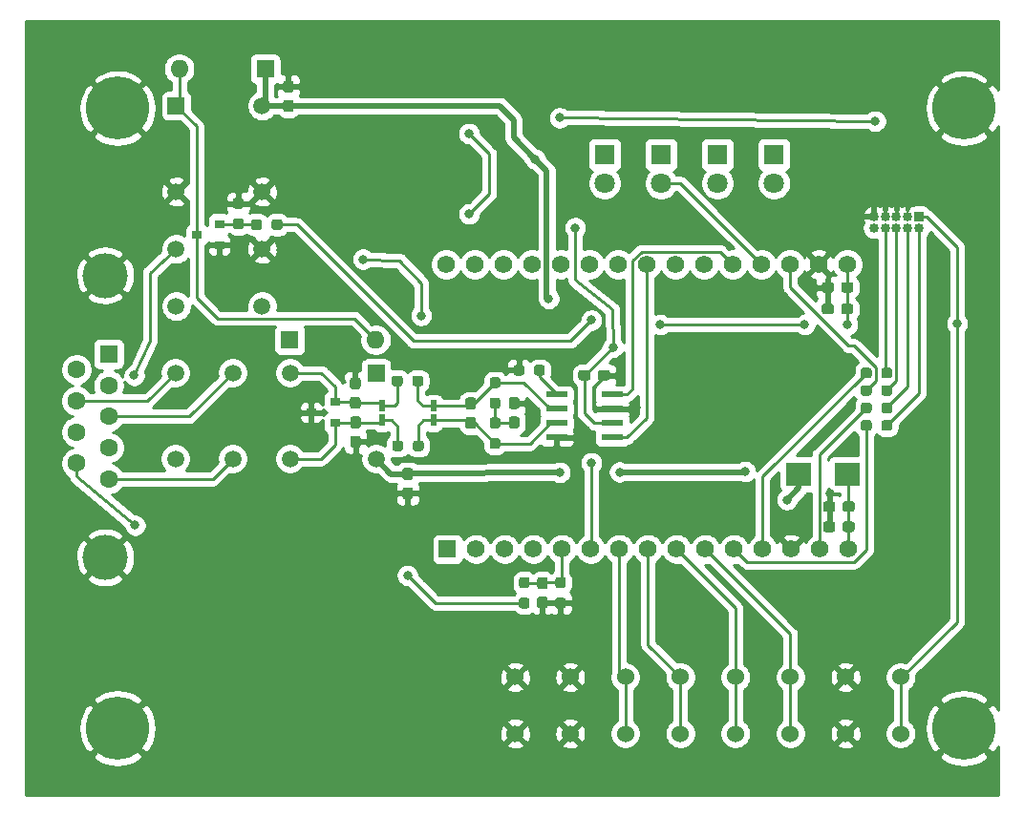
<source format=gbr>
%TF.GenerationSoftware,KiCad,Pcbnew,(5.1.6)-1*%
%TF.CreationDate,2020-11-25T15:36:35+01:00*%
%TF.ProjectId,Board,426f6172-642e-46b6-9963-61645f706362,rev?*%
%TF.SameCoordinates,Original*%
%TF.FileFunction,Copper,L2,Bot*%
%TF.FilePolarity,Positive*%
%FSLAX46Y46*%
G04 Gerber Fmt 4.6, Leading zero omitted, Abs format (unit mm)*
G04 Created by KiCad (PCBNEW (5.1.6)-1) date 2020-11-25 15:36:35*
%MOMM*%
%LPD*%
G01*
G04 APERTURE LIST*
%TA.AperFunction,ComponentPad*%
%ADD10C,5.600000*%
%TD*%
%TA.AperFunction,ComponentPad*%
%ADD11O,1.600000X1.600000*%
%TD*%
%TA.AperFunction,ComponentPad*%
%ADD12R,1.600000X1.600000*%
%TD*%
%TA.AperFunction,ComponentPad*%
%ADD13R,1.560000X1.560000*%
%TD*%
%TA.AperFunction,ComponentPad*%
%ADD14C,1.560000*%
%TD*%
%TA.AperFunction,ComponentPad*%
%ADD15C,4.000000*%
%TD*%
%TA.AperFunction,ComponentPad*%
%ADD16C,1.600000*%
%TD*%
%TA.AperFunction,ComponentPad*%
%ADD17C,1.524000*%
%TD*%
%TA.AperFunction,ComponentPad*%
%ADD18R,1.508000X1.508000*%
%TD*%
%TA.AperFunction,ComponentPad*%
%ADD19C,1.508000*%
%TD*%
%TA.AperFunction,SMDPad,CuDef*%
%ADD20R,0.600000X1.000000*%
%TD*%
%TA.AperFunction,SMDPad,CuDef*%
%ADD21R,0.900000X0.800000*%
%TD*%
%TA.AperFunction,ComponentPad*%
%ADD22R,1.800000X1.800000*%
%TD*%
%TA.AperFunction,ComponentPad*%
%ADD23C,1.800000*%
%TD*%
%TA.AperFunction,SMDPad,CuDef*%
%ADD24R,2.290000X2.120000*%
%TD*%
%TA.AperFunction,ComponentPad*%
%ADD25R,0.850000X0.850000*%
%TD*%
%TA.AperFunction,ComponentPad*%
%ADD26O,0.850000X0.850000*%
%TD*%
%TA.AperFunction,SMDPad,CuDef*%
%ADD27R,1.981200X0.558800*%
%TD*%
%TA.AperFunction,ViaPad*%
%ADD28C,0.800000*%
%TD*%
%TA.AperFunction,Conductor*%
%ADD29C,0.250000*%
%TD*%
%TA.AperFunction,Conductor*%
%ADD30C,0.500000*%
%TD*%
%TA.AperFunction,Conductor*%
%ADD31C,0.254000*%
%TD*%
G04 APERTURE END LIST*
D10*
%TO.P,MH4,1*%
%TO.N,GND*%
X122840000Y-121750000D03*
%TD*%
%TO.P,MH3,1*%
%TO.N,GND*%
X122840000Y-66750000D03*
%TD*%
%TO.P,MH2,1*%
%TO.N,GND*%
X47840000Y-66750000D03*
%TD*%
%TO.P,MH1,1*%
%TO.N,GND*%
X47840000Y-121750000D03*
%TD*%
D11*
%TO.P,D9,2*%
%TO.N,Net-(D7-Pad2)*%
X70710000Y-87300000D03*
D12*
%TO.P,D9,1*%
%TO.N,+5V*%
X63090000Y-87300000D03*
%TD*%
%TO.P,C18,2*%
%TO.N,GND*%
%TA.AperFunction,SMDPad,CuDef*%
G36*
G01*
X73312500Y-100377500D02*
X73787500Y-100377500D01*
G75*
G02*
X74025000Y-100615000I0J-237500D01*
G01*
X74025000Y-101215000D01*
G75*
G02*
X73787500Y-101452500I-237500J0D01*
G01*
X73312500Y-101452500D01*
G75*
G02*
X73075000Y-101215000I0J237500D01*
G01*
X73075000Y-100615000D01*
G75*
G02*
X73312500Y-100377500I237500J0D01*
G01*
G37*
%TD.AperFunction*%
%TO.P,C18,1*%
%TO.N,+5V*%
%TA.AperFunction,SMDPad,CuDef*%
G36*
G01*
X73312500Y-98652500D02*
X73787500Y-98652500D01*
G75*
G02*
X74025000Y-98890000I0J-237500D01*
G01*
X74025000Y-99490000D01*
G75*
G02*
X73787500Y-99727500I-237500J0D01*
G01*
X73312500Y-99727500D01*
G75*
G02*
X73075000Y-99490000I0J237500D01*
G01*
X73075000Y-98890000D01*
G75*
G02*
X73312500Y-98652500I237500J0D01*
G01*
G37*
%TD.AperFunction*%
%TD*%
%TO.P,C17,2*%
%TO.N,GND*%
%TA.AperFunction,SMDPad,CuDef*%
G36*
G01*
X90400000Y-90677500D02*
X90400000Y-90202500D01*
G75*
G02*
X90637500Y-89965000I237500J0D01*
G01*
X91237500Y-89965000D01*
G75*
G02*
X91475000Y-90202500I0J-237500D01*
G01*
X91475000Y-90677500D01*
G75*
G02*
X91237500Y-90915000I-237500J0D01*
G01*
X90637500Y-90915000D01*
G75*
G02*
X90400000Y-90677500I0J237500D01*
G01*
G37*
%TD.AperFunction*%
%TO.P,C17,1*%
%TO.N,+3V3*%
%TA.AperFunction,SMDPad,CuDef*%
G36*
G01*
X88675000Y-90677500D02*
X88675000Y-90202500D01*
G75*
G02*
X88912500Y-89965000I237500J0D01*
G01*
X89512500Y-89965000D01*
G75*
G02*
X89750000Y-90202500I0J-237500D01*
G01*
X89750000Y-90677500D01*
G75*
G02*
X89512500Y-90915000I-237500J0D01*
G01*
X88912500Y-90915000D01*
G75*
G02*
X88675000Y-90677500I0J237500D01*
G01*
G37*
%TD.AperFunction*%
%TD*%
D13*
%TO.P,U2,1*%
%TO.N,N/C*%
X77070000Y-105870000D03*
D14*
%TO.P,U2,2*%
X79610000Y-105870000D03*
%TO.P,U2,19*%
X84563000Y-80597000D03*
%TO.P,U2,3*%
X82150000Y-105870000D03*
%TO.P,U2,4*%
X84690000Y-105870000D03*
%TO.P,U2,5*%
%TO.N,/MCU/OBD_Voltage_Check*%
X87230000Y-105870000D03*
%TO.P,U2,6*%
%TO.N,/Connector/~OBD~\u005CCAN*%
X89770000Y-105870000D03*
%TO.P,U2,7*%
%TO.N,/MCU/GPIO_4*%
X92310000Y-105870000D03*
%TO.P,U2,8*%
%TO.N,/MCU/GPIO_3*%
X94850000Y-105870000D03*
%TO.P,U2,9*%
%TO.N,/MCU/GPIO_2*%
X97390000Y-105870000D03*
%TO.P,U2,10*%
%TO.N,/MCU/GPIO_1*%
X99930000Y-105870000D03*
%TO.P,U2,11*%
%TO.N,/MCU/MTMS*%
X102470000Y-105870000D03*
%TO.P,U2,12*%
%TO.N,/MCU/MTDI*%
X105010000Y-105870000D03*
%TO.P,U2,13*%
%TO.N,GND*%
X107550000Y-105870000D03*
%TO.P,U2,14*%
%TO.N,/MCU/MTCK*%
X110090000Y-105870000D03*
%TO.P,U2,15*%
%TO.N,Net-(C12-Pad1)*%
X112630000Y-105870000D03*
%TO.P,U2,16*%
%TO.N,N/C*%
X76943000Y-80597000D03*
%TO.P,U2,17*%
X79483000Y-80597000D03*
%TO.P,U2,18*%
X82023000Y-80597000D03*
%TO.P,U2,20*%
%TO.N,/MCU/WiFi_Mode*%
X87103000Y-80597000D03*
%TO.P,U2,21*%
%TO.N,/MCU/Indicator_AP_Mode*%
X89643000Y-80597000D03*
%TO.P,U2,22*%
%TO.N,/MCU/Indicator_STA_Mode*%
X92183000Y-80597000D03*
%TO.P,U2,23*%
%TO.N,/CAN_Transceiver/CAN_Rx*%
X94723000Y-80597000D03*
%TO.P,U2,24*%
%TO.N,N/C*%
X97263000Y-80597000D03*
%TO.P,U2,25*%
X99803000Y-80597000D03*
%TO.P,U2,26*%
%TO.N,/CAN_Transceiver/CAN_Tx*%
X102343000Y-80597000D03*
%TO.P,U2,27*%
%TO.N,/MCU/Indicator_Error*%
X104883000Y-80597000D03*
%TO.P,U2,28*%
%TO.N,/MCU/MTDO*%
X107423000Y-80597000D03*
%TO.P,U2,29*%
%TO.N,GND*%
X109963000Y-80597000D03*
%TO.P,U2,30*%
%TO.N,+3V3*%
X112503000Y-80597000D03*
%TD*%
D15*
%TO.P,J3,0*%
%TO.N,GND*%
X46740000Y-106590000D03*
X46740000Y-81590000D03*
D16*
%TO.P,J3,9*%
%TO.N,/Connector/OBD_VDD*%
X44200000Y-98245000D03*
%TO.P,J3,8*%
%TO.N,N/C*%
X44200000Y-95475000D03*
%TO.P,J3,7*%
%TO.N,/Connector/Pin_7*%
X44200000Y-92705000D03*
%TO.P,J3,6*%
%TO.N,N/C*%
X44200000Y-89935000D03*
%TO.P,J3,5*%
%TO.N,/Connector/Pin_5*%
X47040000Y-99630000D03*
%TO.P,J3,4*%
%TO.N,N/C*%
X47040000Y-96860000D03*
%TO.P,J3,3*%
%TO.N,/Connector/Pin_3*%
X47040000Y-94090000D03*
%TO.P,J3,2*%
%TO.N,/Connector/Pin_2*%
X47040000Y-91320000D03*
D12*
%TO.P,J3,1*%
%TO.N,N/C*%
X47040000Y-88550000D03*
%TD*%
D17*
%TO.P,J1,8*%
%TO.N,GND*%
X83070000Y-117220000D03*
%TO.P,J1,7*%
X87950000Y-117220000D03*
%TO.P,J1,6*%
%TO.N,/MCU/GPIO_4*%
X92830000Y-117220000D03*
%TO.P,J1,5*%
%TO.N,/MCU/GPIO_3*%
X97710000Y-117220000D03*
%TO.P,J1,4*%
%TO.N,/MCU/GPIO_2*%
X102590000Y-117220000D03*
%TO.P,J1,3*%
%TO.N,/MCU/GPIO_1*%
X107470000Y-117220000D03*
%TO.P,J1,2*%
%TO.N,GND*%
X112350000Y-117220000D03*
%TO.P,J1,1*%
%TO.N,+3V3*%
X117230000Y-117220000D03*
%TO.P,J1,8*%
%TO.N,GND*%
X83070000Y-122220000D03*
%TO.P,J1,7*%
X87950000Y-122220000D03*
%TO.P,J1,6*%
%TO.N,/MCU/GPIO_4*%
X92830000Y-122220000D03*
%TO.P,J1,5*%
%TO.N,/MCU/GPIO_3*%
X97710000Y-122220000D03*
%TO.P,J1,4*%
%TO.N,/MCU/GPIO_2*%
X102590000Y-122220000D03*
%TO.P,J1,3*%
%TO.N,/MCU/GPIO_1*%
X107470000Y-122220000D03*
%TO.P,J1,2*%
%TO.N,GND*%
X112350000Y-122220000D03*
%TO.P,J1,1*%
%TO.N,+3V3*%
X117230000Y-122220000D03*
%TD*%
D18*
%TO.P,K2,1*%
%TO.N,Net-(D7-Pad2)*%
X70740000Y-90230000D03*
D19*
%TO.P,K2,16*%
%TO.N,+5V*%
X70740000Y-97850000D03*
%TO.P,K2,13*%
%TO.N,/CAN_Transceiver/BUS_L*%
X63120000Y-97850000D03*
%TO.P,K2,4*%
%TO.N,/CAN_Transceiver/BUS_H*%
X63120000Y-90230000D03*
%TO.P,K2,6*%
%TO.N,/Connector/Pin_3*%
X58040000Y-90230000D03*
%TO.P,K2,11*%
%TO.N,/Connector/Pin_5*%
X58040000Y-97850000D03*
%TO.P,K2,9*%
%TO.N,/Connector/Pin_2*%
X52960000Y-97850000D03*
%TO.P,K2,8*%
%TO.N,/Connector/Pin_7*%
X52960000Y-90230000D03*
%TD*%
%TO.P,R21,2*%
%TO.N,GND*%
%TA.AperFunction,SMDPad,CuDef*%
G36*
G01*
X83888500Y-89758500D02*
X83888500Y-90233500D01*
G75*
G02*
X83651000Y-90471000I-237500J0D01*
G01*
X83151000Y-90471000D01*
G75*
G02*
X82913500Y-90233500I0J237500D01*
G01*
X82913500Y-89758500D01*
G75*
G02*
X83151000Y-89521000I237500J0D01*
G01*
X83651000Y-89521000D01*
G75*
G02*
X83888500Y-89758500I0J-237500D01*
G01*
G37*
%TD.AperFunction*%
%TO.P,R21,1*%
%TO.N,Net-(IC1-Pad8)*%
%TA.AperFunction,SMDPad,CuDef*%
G36*
G01*
X85713500Y-89758500D02*
X85713500Y-90233500D01*
G75*
G02*
X85476000Y-90471000I-237500J0D01*
G01*
X84976000Y-90471000D01*
G75*
G02*
X84738500Y-90233500I0J237500D01*
G01*
X84738500Y-89758500D01*
G75*
G02*
X84976000Y-89521000I237500J0D01*
G01*
X85476000Y-89521000D01*
G75*
G02*
X85713500Y-89758500I0J-237500D01*
G01*
G37*
%TD.AperFunction*%
%TD*%
%TO.P,R18,2*%
%TO.N,GND*%
%TA.AperFunction,SMDPad,CuDef*%
G36*
G01*
X58767500Y-75672500D02*
X58292500Y-75672500D01*
G75*
G02*
X58055000Y-75435000I0J237500D01*
G01*
X58055000Y-74935000D01*
G75*
G02*
X58292500Y-74697500I237500J0D01*
G01*
X58767500Y-74697500D01*
G75*
G02*
X59005000Y-74935000I0J-237500D01*
G01*
X59005000Y-75435000D01*
G75*
G02*
X58767500Y-75672500I-237500J0D01*
G01*
G37*
%TD.AperFunction*%
%TO.P,R18,1*%
%TO.N,Net-(Q1-Pad1)*%
%TA.AperFunction,SMDPad,CuDef*%
G36*
G01*
X58767500Y-77497500D02*
X58292500Y-77497500D01*
G75*
G02*
X58055000Y-77260000I0J237500D01*
G01*
X58055000Y-76760000D01*
G75*
G02*
X58292500Y-76522500I237500J0D01*
G01*
X58767500Y-76522500D01*
G75*
G02*
X59005000Y-76760000I0J-237500D01*
G01*
X59005000Y-77260000D01*
G75*
G02*
X58767500Y-77497500I-237500J0D01*
G01*
G37*
%TD.AperFunction*%
%TD*%
%TO.P,R17,2*%
%TO.N,/Connector/~OBD~\u005CCAN*%
%TA.AperFunction,SMDPad,CuDef*%
G36*
G01*
X61472500Y-77317500D02*
X61472500Y-76842500D01*
G75*
G02*
X61710000Y-76605000I237500J0D01*
G01*
X62210000Y-76605000D01*
G75*
G02*
X62447500Y-76842500I0J-237500D01*
G01*
X62447500Y-77317500D01*
G75*
G02*
X62210000Y-77555000I-237500J0D01*
G01*
X61710000Y-77555000D01*
G75*
G02*
X61472500Y-77317500I0J237500D01*
G01*
G37*
%TD.AperFunction*%
%TO.P,R17,1*%
%TO.N,Net-(Q1-Pad1)*%
%TA.AperFunction,SMDPad,CuDef*%
G36*
G01*
X59647500Y-77317500D02*
X59647500Y-76842500D01*
G75*
G02*
X59885000Y-76605000I237500J0D01*
G01*
X60385000Y-76605000D01*
G75*
G02*
X60622500Y-76842500I0J-237500D01*
G01*
X60622500Y-77317500D01*
G75*
G02*
X60385000Y-77555000I-237500J0D01*
G01*
X59885000Y-77555000D01*
G75*
G02*
X59647500Y-77317500I0J237500D01*
G01*
G37*
%TD.AperFunction*%
%TD*%
%TO.P,R12,2*%
%TO.N,/MCU/MTMS*%
%TA.AperFunction,SMDPad,CuDef*%
G36*
G01*
X114675000Y-94652500D02*
X114675000Y-95127500D01*
G75*
G02*
X114437500Y-95365000I-237500J0D01*
G01*
X113937500Y-95365000D01*
G75*
G02*
X113700000Y-95127500I0J237500D01*
G01*
X113700000Y-94652500D01*
G75*
G02*
X113937500Y-94415000I237500J0D01*
G01*
X114437500Y-94415000D01*
G75*
G02*
X114675000Y-94652500I0J-237500D01*
G01*
G37*
%TD.AperFunction*%
%TO.P,R12,1*%
%TO.N,Net-(J2-Pad2)*%
%TA.AperFunction,SMDPad,CuDef*%
G36*
G01*
X116500000Y-94652500D02*
X116500000Y-95127500D01*
G75*
G02*
X116262500Y-95365000I-237500J0D01*
G01*
X115762500Y-95365000D01*
G75*
G02*
X115525000Y-95127500I0J237500D01*
G01*
X115525000Y-94652500D01*
G75*
G02*
X115762500Y-94415000I237500J0D01*
G01*
X116262500Y-94415000D01*
G75*
G02*
X116500000Y-94652500I0J-237500D01*
G01*
G37*
%TD.AperFunction*%
%TD*%
%TO.P,R11,2*%
%TO.N,/MCU/MTCK*%
%TA.AperFunction,SMDPad,CuDef*%
G36*
G01*
X114675000Y-93102500D02*
X114675000Y-93577500D01*
G75*
G02*
X114437500Y-93815000I-237500J0D01*
G01*
X113937500Y-93815000D01*
G75*
G02*
X113700000Y-93577500I0J237500D01*
G01*
X113700000Y-93102500D01*
G75*
G02*
X113937500Y-92865000I237500J0D01*
G01*
X114437500Y-92865000D01*
G75*
G02*
X114675000Y-93102500I0J-237500D01*
G01*
G37*
%TD.AperFunction*%
%TO.P,R11,1*%
%TO.N,Net-(J2-Pad4)*%
%TA.AperFunction,SMDPad,CuDef*%
G36*
G01*
X116500000Y-93102500D02*
X116500000Y-93577500D01*
G75*
G02*
X116262500Y-93815000I-237500J0D01*
G01*
X115762500Y-93815000D01*
G75*
G02*
X115525000Y-93577500I0J237500D01*
G01*
X115525000Y-93102500D01*
G75*
G02*
X115762500Y-92865000I237500J0D01*
G01*
X116262500Y-92865000D01*
G75*
G02*
X116500000Y-93102500I0J-237500D01*
G01*
G37*
%TD.AperFunction*%
%TD*%
%TO.P,R10,2*%
%TO.N,/MCU/MTDO*%
%TA.AperFunction,SMDPad,CuDef*%
G36*
G01*
X114675000Y-91552500D02*
X114675000Y-92027500D01*
G75*
G02*
X114437500Y-92265000I-237500J0D01*
G01*
X113937500Y-92265000D01*
G75*
G02*
X113700000Y-92027500I0J237500D01*
G01*
X113700000Y-91552500D01*
G75*
G02*
X113937500Y-91315000I237500J0D01*
G01*
X114437500Y-91315000D01*
G75*
G02*
X114675000Y-91552500I0J-237500D01*
G01*
G37*
%TD.AperFunction*%
%TO.P,R10,1*%
%TO.N,Net-(J2-Pad6)*%
%TA.AperFunction,SMDPad,CuDef*%
G36*
G01*
X116500000Y-91552500D02*
X116500000Y-92027500D01*
G75*
G02*
X116262500Y-92265000I-237500J0D01*
G01*
X115762500Y-92265000D01*
G75*
G02*
X115525000Y-92027500I0J237500D01*
G01*
X115525000Y-91552500D01*
G75*
G02*
X115762500Y-91315000I237500J0D01*
G01*
X116262500Y-91315000D01*
G75*
G02*
X116500000Y-91552500I0J-237500D01*
G01*
G37*
%TD.AperFunction*%
%TD*%
%TO.P,R9,2*%
%TO.N,/MCU/MTDI*%
%TA.AperFunction,SMDPad,CuDef*%
G36*
G01*
X114675000Y-90002500D02*
X114675000Y-90477500D01*
G75*
G02*
X114437500Y-90715000I-237500J0D01*
G01*
X113937500Y-90715000D01*
G75*
G02*
X113700000Y-90477500I0J237500D01*
G01*
X113700000Y-90002500D01*
G75*
G02*
X113937500Y-89765000I237500J0D01*
G01*
X114437500Y-89765000D01*
G75*
G02*
X114675000Y-90002500I0J-237500D01*
G01*
G37*
%TD.AperFunction*%
%TO.P,R9,1*%
%TO.N,Net-(J2-Pad8)*%
%TA.AperFunction,SMDPad,CuDef*%
G36*
G01*
X116500000Y-90002500D02*
X116500000Y-90477500D01*
G75*
G02*
X116262500Y-90715000I-237500J0D01*
G01*
X115762500Y-90715000D01*
G75*
G02*
X115525000Y-90477500I0J237500D01*
G01*
X115525000Y-90002500D01*
G75*
G02*
X115762500Y-89765000I237500J0D01*
G01*
X116262500Y-89765000D01*
G75*
G02*
X116500000Y-90002500I0J-237500D01*
G01*
G37*
%TD.AperFunction*%
%TD*%
%TO.P,R7,2*%
%TO.N,Net-(C6-Pad2)*%
%TA.AperFunction,SMDPad,CuDef*%
G36*
G01*
X81051500Y-96009000D02*
X81526500Y-96009000D01*
G75*
G02*
X81764000Y-96246500I0J-237500D01*
G01*
X81764000Y-96746500D01*
G75*
G02*
X81526500Y-96984000I-237500J0D01*
G01*
X81051500Y-96984000D01*
G75*
G02*
X80814000Y-96746500I0J237500D01*
G01*
X80814000Y-96246500D01*
G75*
G02*
X81051500Y-96009000I237500J0D01*
G01*
G37*
%TD.AperFunction*%
%TO.P,R7,1*%
%TO.N,Net-(C7-Pad1)*%
%TA.AperFunction,SMDPad,CuDef*%
G36*
G01*
X81051500Y-94184000D02*
X81526500Y-94184000D01*
G75*
G02*
X81764000Y-94421500I0J-237500D01*
G01*
X81764000Y-94921500D01*
G75*
G02*
X81526500Y-95159000I-237500J0D01*
G01*
X81051500Y-95159000D01*
G75*
G02*
X80814000Y-94921500I0J237500D01*
G01*
X80814000Y-94421500D01*
G75*
G02*
X81051500Y-94184000I237500J0D01*
G01*
G37*
%TD.AperFunction*%
%TD*%
%TO.P,R6,2*%
%TO.N,Net-(C7-Pad1)*%
%TA.AperFunction,SMDPad,CuDef*%
G36*
G01*
X81051500Y-92429500D02*
X81526500Y-92429500D01*
G75*
G02*
X81764000Y-92667000I0J-237500D01*
G01*
X81764000Y-93167000D01*
G75*
G02*
X81526500Y-93404500I-237500J0D01*
G01*
X81051500Y-93404500D01*
G75*
G02*
X80814000Y-93167000I0J237500D01*
G01*
X80814000Y-92667000D01*
G75*
G02*
X81051500Y-92429500I237500J0D01*
G01*
G37*
%TD.AperFunction*%
%TO.P,R6,1*%
%TO.N,Net-(C6-Pad1)*%
%TA.AperFunction,SMDPad,CuDef*%
G36*
G01*
X81051500Y-90604500D02*
X81526500Y-90604500D01*
G75*
G02*
X81764000Y-90842000I0J-237500D01*
G01*
X81764000Y-91342000D01*
G75*
G02*
X81526500Y-91579500I-237500J0D01*
G01*
X81051500Y-91579500D01*
G75*
G02*
X80814000Y-91342000I0J237500D01*
G01*
X80814000Y-90842000D01*
G75*
G02*
X81051500Y-90604500I237500J0D01*
G01*
G37*
%TD.AperFunction*%
%TD*%
%TO.P,R5,2*%
%TO.N,/CAN_Transceiver/BUS_L*%
%TA.AperFunction,SMDPad,CuDef*%
G36*
G01*
X73152500Y-96462500D02*
X73152500Y-96937500D01*
G75*
G02*
X72915000Y-97175000I-237500J0D01*
G01*
X72415000Y-97175000D01*
G75*
G02*
X72177500Y-96937500I0J237500D01*
G01*
X72177500Y-96462500D01*
G75*
G02*
X72415000Y-96225000I237500J0D01*
G01*
X72915000Y-96225000D01*
G75*
G02*
X73152500Y-96462500I0J-237500D01*
G01*
G37*
%TD.AperFunction*%
%TO.P,R5,1*%
%TO.N,Net-(C6-Pad2)*%
%TA.AperFunction,SMDPad,CuDef*%
G36*
G01*
X74977500Y-96462500D02*
X74977500Y-96937500D01*
G75*
G02*
X74740000Y-97175000I-237500J0D01*
G01*
X74240000Y-97175000D01*
G75*
G02*
X74002500Y-96937500I0J237500D01*
G01*
X74002500Y-96462500D01*
G75*
G02*
X74240000Y-96225000I237500J0D01*
G01*
X74740000Y-96225000D01*
G75*
G02*
X74977500Y-96462500I0J-237500D01*
G01*
G37*
%TD.AperFunction*%
%TD*%
%TO.P,R4,2*%
%TO.N,/CAN_Transceiver/BUS_H*%
%TA.AperFunction,SMDPad,CuDef*%
G36*
G01*
X73107500Y-90712500D02*
X73107500Y-91187500D01*
G75*
G02*
X72870000Y-91425000I-237500J0D01*
G01*
X72370000Y-91425000D01*
G75*
G02*
X72132500Y-91187500I0J237500D01*
G01*
X72132500Y-90712500D01*
G75*
G02*
X72370000Y-90475000I237500J0D01*
G01*
X72870000Y-90475000D01*
G75*
G02*
X73107500Y-90712500I0J-237500D01*
G01*
G37*
%TD.AperFunction*%
%TO.P,R4,1*%
%TO.N,Net-(C6-Pad1)*%
%TA.AperFunction,SMDPad,CuDef*%
G36*
G01*
X74932500Y-90712500D02*
X74932500Y-91187500D01*
G75*
G02*
X74695000Y-91425000I-237500J0D01*
G01*
X74195000Y-91425000D01*
G75*
G02*
X73957500Y-91187500I0J237500D01*
G01*
X73957500Y-90712500D01*
G75*
G02*
X74195000Y-90475000I237500J0D01*
G01*
X74695000Y-90475000D01*
G75*
G02*
X74932500Y-90712500I0J-237500D01*
G01*
G37*
%TD.AperFunction*%
%TD*%
%TO.P,R2,2*%
%TO.N,GND*%
%TA.AperFunction,SMDPad,CuDef*%
G36*
G01*
X86852500Y-110167500D02*
X87327500Y-110167500D01*
G75*
G02*
X87565000Y-110405000I0J-237500D01*
G01*
X87565000Y-110905000D01*
G75*
G02*
X87327500Y-111142500I-237500J0D01*
G01*
X86852500Y-111142500D01*
G75*
G02*
X86615000Y-110905000I0J237500D01*
G01*
X86615000Y-110405000D01*
G75*
G02*
X86852500Y-110167500I237500J0D01*
G01*
G37*
%TD.AperFunction*%
%TO.P,R2,1*%
%TO.N,/MCU/OBD_Voltage_Check*%
%TA.AperFunction,SMDPad,CuDef*%
G36*
G01*
X86852500Y-108342500D02*
X87327500Y-108342500D01*
G75*
G02*
X87565000Y-108580000I0J-237500D01*
G01*
X87565000Y-109080000D01*
G75*
G02*
X87327500Y-109317500I-237500J0D01*
G01*
X86852500Y-109317500D01*
G75*
G02*
X86615000Y-109080000I0J237500D01*
G01*
X86615000Y-108580000D01*
G75*
G02*
X86852500Y-108342500I237500J0D01*
G01*
G37*
%TD.AperFunction*%
%TD*%
%TO.P,R1,2*%
%TO.N,/MCU/OBD_Voltage_Check*%
%TA.AperFunction,SMDPad,CuDef*%
G36*
G01*
X84117500Y-109317500D02*
X83642500Y-109317500D01*
G75*
G02*
X83405000Y-109080000I0J237500D01*
G01*
X83405000Y-108580000D01*
G75*
G02*
X83642500Y-108342500I237500J0D01*
G01*
X84117500Y-108342500D01*
G75*
G02*
X84355000Y-108580000I0J-237500D01*
G01*
X84355000Y-109080000D01*
G75*
G02*
X84117500Y-109317500I-237500J0D01*
G01*
G37*
%TD.AperFunction*%
%TO.P,R1,1*%
%TO.N,Net-(C16-Pad1)*%
%TA.AperFunction,SMDPad,CuDef*%
G36*
G01*
X84117500Y-111142500D02*
X83642500Y-111142500D01*
G75*
G02*
X83405000Y-110905000I0J237500D01*
G01*
X83405000Y-110405000D01*
G75*
G02*
X83642500Y-110167500I237500J0D01*
G01*
X84117500Y-110167500D01*
G75*
G02*
X84355000Y-110405000I0J-237500D01*
G01*
X84355000Y-110905000D01*
G75*
G02*
X84117500Y-111142500I-237500J0D01*
G01*
G37*
%TD.AperFunction*%
%TD*%
%TO.P,C15,2*%
%TO.N,+3V3*%
%TA.AperFunction,SMDPad,CuDef*%
G36*
G01*
X111970000Y-84797500D02*
X111970000Y-84322500D01*
G75*
G02*
X112207500Y-84085000I237500J0D01*
G01*
X112807500Y-84085000D01*
G75*
G02*
X113045000Y-84322500I0J-237500D01*
G01*
X113045000Y-84797500D01*
G75*
G02*
X112807500Y-85035000I-237500J0D01*
G01*
X112207500Y-85035000D01*
G75*
G02*
X111970000Y-84797500I0J237500D01*
G01*
G37*
%TD.AperFunction*%
%TO.P,C15,1*%
%TO.N,GND*%
%TA.AperFunction,SMDPad,CuDef*%
G36*
G01*
X110245000Y-84797500D02*
X110245000Y-84322500D01*
G75*
G02*
X110482500Y-84085000I237500J0D01*
G01*
X111082500Y-84085000D01*
G75*
G02*
X111320000Y-84322500I0J-237500D01*
G01*
X111320000Y-84797500D01*
G75*
G02*
X111082500Y-85035000I-237500J0D01*
G01*
X110482500Y-85035000D01*
G75*
G02*
X110245000Y-84797500I0J237500D01*
G01*
G37*
%TD.AperFunction*%
%TD*%
%TO.P,C14,2*%
%TO.N,+3V3*%
%TA.AperFunction,SMDPad,CuDef*%
G36*
G01*
X111970000Y-82887500D02*
X111970000Y-82412500D01*
G75*
G02*
X112207500Y-82175000I237500J0D01*
G01*
X112807500Y-82175000D01*
G75*
G02*
X113045000Y-82412500I0J-237500D01*
G01*
X113045000Y-82887500D01*
G75*
G02*
X112807500Y-83125000I-237500J0D01*
G01*
X112207500Y-83125000D01*
G75*
G02*
X111970000Y-82887500I0J237500D01*
G01*
G37*
%TD.AperFunction*%
%TO.P,C14,1*%
%TO.N,GND*%
%TA.AperFunction,SMDPad,CuDef*%
G36*
G01*
X110245000Y-82887500D02*
X110245000Y-82412500D01*
G75*
G02*
X110482500Y-82175000I237500J0D01*
G01*
X111082500Y-82175000D01*
G75*
G02*
X111320000Y-82412500I0J-237500D01*
G01*
X111320000Y-82887500D01*
G75*
G02*
X111082500Y-83125000I-237500J0D01*
G01*
X110482500Y-83125000D01*
G75*
G02*
X110245000Y-82887500I0J237500D01*
G01*
G37*
%TD.AperFunction*%
%TD*%
%TO.P,C13,2*%
%TO.N,Net-(C12-Pad1)*%
%TA.AperFunction,SMDPad,CuDef*%
G36*
G01*
X112093000Y-104117500D02*
X112093000Y-103642500D01*
G75*
G02*
X112330500Y-103405000I237500J0D01*
G01*
X112930500Y-103405000D01*
G75*
G02*
X113168000Y-103642500I0J-237500D01*
G01*
X113168000Y-104117500D01*
G75*
G02*
X112930500Y-104355000I-237500J0D01*
G01*
X112330500Y-104355000D01*
G75*
G02*
X112093000Y-104117500I0J237500D01*
G01*
G37*
%TD.AperFunction*%
%TO.P,C13,1*%
%TO.N,GND*%
%TA.AperFunction,SMDPad,CuDef*%
G36*
G01*
X110368000Y-104117500D02*
X110368000Y-103642500D01*
G75*
G02*
X110605500Y-103405000I237500J0D01*
G01*
X111205500Y-103405000D01*
G75*
G02*
X111443000Y-103642500I0J-237500D01*
G01*
X111443000Y-104117500D01*
G75*
G02*
X111205500Y-104355000I-237500J0D01*
G01*
X110605500Y-104355000D01*
G75*
G02*
X110368000Y-104117500I0J237500D01*
G01*
G37*
%TD.AperFunction*%
%TD*%
%TO.P,C12,2*%
%TO.N,GND*%
%TA.AperFunction,SMDPad,CuDef*%
G36*
G01*
X111443000Y-101852500D02*
X111443000Y-102327500D01*
G75*
G02*
X111205500Y-102565000I-237500J0D01*
G01*
X110605500Y-102565000D01*
G75*
G02*
X110368000Y-102327500I0J237500D01*
G01*
X110368000Y-101852500D01*
G75*
G02*
X110605500Y-101615000I237500J0D01*
G01*
X111205500Y-101615000D01*
G75*
G02*
X111443000Y-101852500I0J-237500D01*
G01*
G37*
%TD.AperFunction*%
%TO.P,C12,1*%
%TO.N,Net-(C12-Pad1)*%
%TA.AperFunction,SMDPad,CuDef*%
G36*
G01*
X113168000Y-101852500D02*
X113168000Y-102327500D01*
G75*
G02*
X112930500Y-102565000I-237500J0D01*
G01*
X112330500Y-102565000D01*
G75*
G02*
X112093000Y-102327500I0J237500D01*
G01*
X112093000Y-101852500D01*
G75*
G02*
X112330500Y-101615000I237500J0D01*
G01*
X112930500Y-101615000D01*
G75*
G02*
X113168000Y-101852500I0J-237500D01*
G01*
G37*
%TD.AperFunction*%
%TD*%
%TO.P,C11,2*%
%TO.N,GND*%
%TA.AperFunction,SMDPad,CuDef*%
G36*
G01*
X63207500Y-65365000D02*
X62732500Y-65365000D01*
G75*
G02*
X62495000Y-65127500I0J237500D01*
G01*
X62495000Y-64527500D01*
G75*
G02*
X62732500Y-64290000I237500J0D01*
G01*
X63207500Y-64290000D01*
G75*
G02*
X63445000Y-64527500I0J-237500D01*
G01*
X63445000Y-65127500D01*
G75*
G02*
X63207500Y-65365000I-237500J0D01*
G01*
G37*
%TD.AperFunction*%
%TO.P,C11,1*%
%TO.N,+5V*%
%TA.AperFunction,SMDPad,CuDef*%
G36*
G01*
X63207500Y-67090000D02*
X62732500Y-67090000D01*
G75*
G02*
X62495000Y-66852500I0J237500D01*
G01*
X62495000Y-66252500D01*
G75*
G02*
X62732500Y-66015000I237500J0D01*
G01*
X63207500Y-66015000D01*
G75*
G02*
X63445000Y-66252500I0J-237500D01*
G01*
X63445000Y-66852500D01*
G75*
G02*
X63207500Y-67090000I-237500J0D01*
G01*
G37*
%TD.AperFunction*%
%TD*%
%TO.P,C7,2*%
%TO.N,GND*%
%TA.AperFunction,SMDPad,CuDef*%
G36*
G01*
X83217500Y-93447500D02*
X82742500Y-93447500D01*
G75*
G02*
X82505000Y-93210000I0J237500D01*
G01*
X82505000Y-92610000D01*
G75*
G02*
X82742500Y-92372500I237500J0D01*
G01*
X83217500Y-92372500D01*
G75*
G02*
X83455000Y-92610000I0J-237500D01*
G01*
X83455000Y-93210000D01*
G75*
G02*
X83217500Y-93447500I-237500J0D01*
G01*
G37*
%TD.AperFunction*%
%TO.P,C7,1*%
%TO.N,Net-(C7-Pad1)*%
%TA.AperFunction,SMDPad,CuDef*%
G36*
G01*
X83217500Y-95172500D02*
X82742500Y-95172500D01*
G75*
G02*
X82505000Y-94935000I0J237500D01*
G01*
X82505000Y-94335000D01*
G75*
G02*
X82742500Y-94097500I237500J0D01*
G01*
X83217500Y-94097500D01*
G75*
G02*
X83455000Y-94335000I0J-237500D01*
G01*
X83455000Y-94935000D01*
G75*
G02*
X83217500Y-95172500I-237500J0D01*
G01*
G37*
%TD.AperFunction*%
%TD*%
%TO.P,C6,2*%
%TO.N,Net-(C6-Pad2)*%
%TA.AperFunction,SMDPad,CuDef*%
G36*
G01*
X78892500Y-94131000D02*
X79367500Y-94131000D01*
G75*
G02*
X79605000Y-94368500I0J-237500D01*
G01*
X79605000Y-94968500D01*
G75*
G02*
X79367500Y-95206000I-237500J0D01*
G01*
X78892500Y-95206000D01*
G75*
G02*
X78655000Y-94968500I0J237500D01*
G01*
X78655000Y-94368500D01*
G75*
G02*
X78892500Y-94131000I237500J0D01*
G01*
G37*
%TD.AperFunction*%
%TO.P,C6,1*%
%TO.N,Net-(C6-Pad1)*%
%TA.AperFunction,SMDPad,CuDef*%
G36*
G01*
X78892500Y-92406000D02*
X79367500Y-92406000D01*
G75*
G02*
X79605000Y-92643500I0J-237500D01*
G01*
X79605000Y-93243500D01*
G75*
G02*
X79367500Y-93481000I-237500J0D01*
G01*
X78892500Y-93481000D01*
G75*
G02*
X78655000Y-93243500I0J237500D01*
G01*
X78655000Y-92643500D01*
G75*
G02*
X78892500Y-92406000I237500J0D01*
G01*
G37*
%TD.AperFunction*%
%TD*%
%TO.P,C5,2*%
%TO.N,/CAN_Transceiver/BUS_L*%
%TA.AperFunction,SMDPad,CuDef*%
G36*
G01*
X69157500Y-95155000D02*
X68682500Y-95155000D01*
G75*
G02*
X68445000Y-94917500I0J237500D01*
G01*
X68445000Y-94317500D01*
G75*
G02*
X68682500Y-94080000I237500J0D01*
G01*
X69157500Y-94080000D01*
G75*
G02*
X69395000Y-94317500I0J-237500D01*
G01*
X69395000Y-94917500D01*
G75*
G02*
X69157500Y-95155000I-237500J0D01*
G01*
G37*
%TD.AperFunction*%
%TO.P,C5,1*%
%TO.N,GND*%
%TA.AperFunction,SMDPad,CuDef*%
G36*
G01*
X69157500Y-96880000D02*
X68682500Y-96880000D01*
G75*
G02*
X68445000Y-96642500I0J237500D01*
G01*
X68445000Y-96042500D01*
G75*
G02*
X68682500Y-95805000I237500J0D01*
G01*
X69157500Y-95805000D01*
G75*
G02*
X69395000Y-96042500I0J-237500D01*
G01*
X69395000Y-96642500D01*
G75*
G02*
X69157500Y-96880000I-237500J0D01*
G01*
G37*
%TD.AperFunction*%
%TD*%
%TO.P,C4,2*%
%TO.N,GND*%
%TA.AperFunction,SMDPad,CuDef*%
G36*
G01*
X69137500Y-91705000D02*
X68662500Y-91705000D01*
G75*
G02*
X68425000Y-91467500I0J237500D01*
G01*
X68425000Y-90867500D01*
G75*
G02*
X68662500Y-90630000I237500J0D01*
G01*
X69137500Y-90630000D01*
G75*
G02*
X69375000Y-90867500I0J-237500D01*
G01*
X69375000Y-91467500D01*
G75*
G02*
X69137500Y-91705000I-237500J0D01*
G01*
G37*
%TD.AperFunction*%
%TO.P,C4,1*%
%TO.N,/CAN_Transceiver/BUS_H*%
%TA.AperFunction,SMDPad,CuDef*%
G36*
G01*
X69137500Y-93430000D02*
X68662500Y-93430000D01*
G75*
G02*
X68425000Y-93192500I0J237500D01*
G01*
X68425000Y-92592500D01*
G75*
G02*
X68662500Y-92355000I237500J0D01*
G01*
X69137500Y-92355000D01*
G75*
G02*
X69375000Y-92592500I0J-237500D01*
G01*
X69375000Y-93192500D01*
G75*
G02*
X69137500Y-93430000I-237500J0D01*
G01*
G37*
%TD.AperFunction*%
%TD*%
%TO.P,C1,2*%
%TO.N,GND*%
%TA.AperFunction,SMDPad,CuDef*%
G36*
G01*
X85252500Y-110067500D02*
X85727500Y-110067500D01*
G75*
G02*
X85965000Y-110305000I0J-237500D01*
G01*
X85965000Y-110905000D01*
G75*
G02*
X85727500Y-111142500I-237500J0D01*
G01*
X85252500Y-111142500D01*
G75*
G02*
X85015000Y-110905000I0J237500D01*
G01*
X85015000Y-110305000D01*
G75*
G02*
X85252500Y-110067500I237500J0D01*
G01*
G37*
%TD.AperFunction*%
%TO.P,C1,1*%
%TO.N,/MCU/OBD_Voltage_Check*%
%TA.AperFunction,SMDPad,CuDef*%
G36*
G01*
X85252500Y-108342500D02*
X85727500Y-108342500D01*
G75*
G02*
X85965000Y-108580000I0J-237500D01*
G01*
X85965000Y-109180000D01*
G75*
G02*
X85727500Y-109417500I-237500J0D01*
G01*
X85252500Y-109417500D01*
G75*
G02*
X85015000Y-109180000I0J237500D01*
G01*
X85015000Y-108580000D01*
G75*
G02*
X85252500Y-108342500I237500J0D01*
G01*
G37*
%TD.AperFunction*%
%TD*%
D20*
%TO.P,L2,3*%
%TO.N,/CAN_Transceiver/BUS_L*%
X71272000Y-94426000D03*
%TO.P,L2,2*%
%TO.N,Net-(C6-Pad2)*%
X75822000Y-94426000D03*
%TO.P,L2,4*%
%TO.N,/CAN_Transceiver/BUS_H*%
X71272000Y-93176000D03*
%TO.P,L2,1*%
%TO.N,Net-(C6-Pad1)*%
X75822000Y-93176000D03*
%TD*%
D21*
%TO.P,Q1,1*%
%TO.N,Net-(Q1-Pad1)*%
X56850000Y-77010000D03*
%TO.P,Q1,2*%
%TO.N,GND*%
X56850000Y-78910000D03*
%TO.P,Q1,3*%
%TO.N,Net-(D7-Pad2)*%
X54850000Y-77960000D03*
%TD*%
D19*
%TO.P,K1,8*%
%TO.N,/Connector/Pin_3*%
X53030000Y-84310000D03*
%TO.P,K1,9*%
%TO.N,/Connector/CAN_Mode*%
X60650000Y-84310000D03*
%TO.P,K1,11*%
%TO.N,GND*%
X60650000Y-79230000D03*
%TO.P,K1,6*%
%TO.N,/Connector/Pin_2*%
X53030000Y-79230000D03*
%TO.P,K1,4*%
%TO.N,GND*%
X53030000Y-74150000D03*
%TO.P,K1,13*%
X60650000Y-74150000D03*
%TO.P,K1,16*%
%TO.N,+5V*%
X60650000Y-66530000D03*
D18*
%TO.P,K1,1*%
%TO.N,Net-(D7-Pad2)*%
X53030000Y-66530000D03*
%TD*%
D12*
%TO.P,D7,1*%
%TO.N,+5V*%
X60910000Y-63250000D03*
D11*
%TO.P,D7,2*%
%TO.N,Net-(D7-Pad2)*%
X53290000Y-63250000D03*
%TD*%
D22*
%TO.P,D6,1*%
%TO.N,Net-(D6-Pad1)*%
X91000000Y-70860000D03*
D23*
%TO.P,D6,2*%
%TO.N,+3V3*%
X91000000Y-73400000D03*
%TD*%
D24*
%TO.P,D2,A*%
%TO.N,+5V*%
X108220000Y-99210000D03*
%TO.P,D2,C*%
%TO.N,Net-(C12-Pad1)*%
X112540000Y-99210000D03*
%TD*%
D25*
%TO.P,J2,1*%
%TO.N,+3V3*%
X118870000Y-76370000D03*
D26*
%TO.P,J2,2*%
%TO.N,Net-(J2-Pad2)*%
X118870000Y-77370000D03*
%TO.P,J2,3*%
%TO.N,GND*%
X117870000Y-76370000D03*
%TO.P,J2,4*%
%TO.N,Net-(J2-Pad4)*%
X117870000Y-77370000D03*
%TO.P,J2,5*%
%TO.N,GND*%
X116870000Y-76370000D03*
%TO.P,J2,6*%
%TO.N,Net-(J2-Pad6)*%
X116870000Y-77370000D03*
%TO.P,J2,7*%
%TO.N,GND*%
X115870000Y-76370000D03*
%TO.P,J2,8*%
%TO.N,Net-(J2-Pad8)*%
X115870000Y-77370000D03*
%TO.P,J2,9*%
%TO.N,GND*%
X114870000Y-76370000D03*
%TO.P,J2,10*%
%TO.N,N/C*%
X114870000Y-77370000D03*
%TD*%
D27*
%TO.P,IC1,1*%
%TO.N,/CAN_Transceiver/CAN_Tx*%
X91677600Y-92155000D03*
%TO.P,IC1,2*%
%TO.N,GND*%
X91677600Y-93425000D03*
%TO.P,IC1,3*%
%TO.N,+3V3*%
X91677600Y-94695000D03*
%TO.P,IC1,4*%
%TO.N,/CAN_Transceiver/CAN_Rx*%
X91677600Y-95965000D03*
%TO.P,IC1,5*%
%TO.N,GND*%
X86750000Y-95965000D03*
%TO.P,IC1,6*%
%TO.N,Net-(C6-Pad2)*%
X86750000Y-94695000D03*
%TO.P,IC1,7*%
%TO.N,Net-(C6-Pad1)*%
X86750000Y-93425000D03*
%TO.P,IC1,8*%
%TO.N,Net-(IC1-Pad8)*%
X86750000Y-92155000D03*
%TD*%
D22*
%TO.P,D5,1*%
%TO.N,Net-(D5-Pad1)*%
X106000000Y-70860000D03*
D23*
%TO.P,D5,2*%
%TO.N,/MCU/Indicator_STA_Mode*%
X106000000Y-73400000D03*
%TD*%
D22*
%TO.P,D4,1*%
%TO.N,Net-(D4-Pad1)*%
X101000000Y-70860000D03*
D23*
%TO.P,D4,2*%
%TO.N,/MCU/Indicator_AP_Mode*%
X101000000Y-73400000D03*
%TD*%
D22*
%TO.P,D3,1*%
%TO.N,Net-(D3-Pad1)*%
X96000000Y-70860000D03*
D23*
%TO.P,D3,2*%
%TO.N,/MCU/Indicator_Error*%
X96000000Y-73400000D03*
%TD*%
D21*
%TO.P,D1,1*%
%TO.N,/CAN_Transceiver/BUS_H*%
X67100000Y-92790000D03*
%TO.P,D1,2*%
%TO.N,/CAN_Transceiver/BUS_L*%
X67100000Y-94690000D03*
%TO.P,D1,3*%
%TO.N,GND*%
X65000000Y-93740000D03*
%TD*%
D28*
%TO.N,GND*%
X54040000Y-125850000D03*
X64040000Y-125850000D03*
X74040000Y-125850000D03*
X84040000Y-125850000D03*
X94040000Y-125850000D03*
X104040000Y-125850000D03*
X114040000Y-125850000D03*
X124040000Y-115850000D03*
X124040000Y-105850000D03*
X124040000Y-95850000D03*
X124040000Y-85850000D03*
X124040000Y-75850000D03*
X114040000Y-60850000D03*
X104040000Y-60850000D03*
X94040000Y-60850000D03*
X84040000Y-60850000D03*
X74040000Y-60850000D03*
X64040000Y-60850000D03*
X54040000Y-60850000D03*
X44040000Y-60850000D03*
X44040000Y-75850000D03*
X44040000Y-115850000D03*
X93760000Y-93290000D03*
X70420000Y-77770000D03*
X70420000Y-73750000D03*
X84600000Y-93900000D03*
X110980000Y-100920000D03*
X92540000Y-76350000D03*
X111540000Y-94450000D03*
X112740000Y-96650000D03*
X97440000Y-75050000D03*
X53040000Y-82000000D03*
X101240000Y-83700000D03*
X91940000Y-82800000D03*
X78190000Y-85900000D03*
X84140000Y-85950000D03*
X78340000Y-89400000D03*
X84440000Y-88550000D03*
X84440000Y-68550000D03*
X87640000Y-69350000D03*
X76990000Y-73000000D03*
X79040000Y-72350000D03*
X53840000Y-87900000D03*
X56090000Y-86700000D03*
X50440000Y-96350000D03*
X52790000Y-95400000D03*
X65290000Y-82900000D03*
X72890000Y-82900000D03*
X78240000Y-82850000D03*
X82490000Y-82750000D03*
X96240000Y-87850000D03*
X96240000Y-91050000D03*
X95190000Y-96200000D03*
X96290000Y-93800000D03*
X97940000Y-83700000D03*
X98090000Y-87700000D03*
X101340000Y-87700000D03*
X105690000Y-87700000D03*
X105440000Y-83700000D03*
X110540000Y-88800000D03*
X109990000Y-92400000D03*
X111590000Y-90850000D03*
X108040000Y-94200000D03*
X105890000Y-96050000D03*
X102190000Y-97450000D03*
X97590000Y-97450000D03*
X100140000Y-97450000D03*
X102290000Y-100750000D03*
X100190000Y-100750000D03*
X97590000Y-100750000D03*
X94640000Y-100750000D03*
X72140000Y-103950000D03*
X74990000Y-104000000D03*
X72140000Y-101200000D03*
X74990000Y-89050000D03*
X72440000Y-88600000D03*
X100690000Y-114850000D03*
X104940000Y-114750000D03*
X108990000Y-114850000D03*
X106690000Y-109000000D03*
X97340000Y-114750000D03*
X90440000Y-114350000D03*
X90490000Y-109500000D03*
X96890000Y-109500000D03*
X76090000Y-108550000D03*
X73890000Y-110750000D03*
X80090000Y-109050000D03*
X80090000Y-112250000D03*
X90890000Y-119950000D03*
X95090000Y-119900000D03*
X100240000Y-120050000D03*
X105140000Y-120050000D03*
X108990000Y-119750000D03*
X74990000Y-101300000D03*
X40331667Y-60324999D03*
X40331667Y-64324999D03*
X40331667Y-68324999D03*
X40331667Y-72324999D03*
X40331667Y-76324999D03*
X40331667Y-80324999D03*
X40331667Y-84324999D03*
X40331667Y-88324999D03*
X40331667Y-92324999D03*
X40331667Y-96324999D03*
X40331667Y-100324999D03*
X40331667Y-104324999D03*
X40331667Y-108324999D03*
X40331667Y-112324999D03*
X40331667Y-116324999D03*
X40331667Y-120324999D03*
X40331667Y-124324999D03*
X42331667Y-62324999D03*
X42331667Y-66324999D03*
X42331667Y-70324999D03*
X42331667Y-74324999D03*
X42331667Y-78324999D03*
X42331667Y-82324999D03*
X42331667Y-86324999D03*
X42331667Y-90324999D03*
X42331667Y-94324999D03*
X42331667Y-98324999D03*
X42331667Y-102324999D03*
X42331667Y-106324999D03*
X42331667Y-110324999D03*
X42331667Y-114324999D03*
X42331667Y-118324999D03*
X42331667Y-122324999D03*
X42331667Y-126324999D03*
X44331667Y-64324999D03*
X44331667Y-72324999D03*
X44331667Y-84324999D03*
X44331667Y-104324999D03*
X44331667Y-112324999D03*
X44331667Y-124324999D03*
X46331667Y-60324999D03*
X46331667Y-75324999D03*
X46331667Y-86324999D03*
X46331667Y-110324999D03*
X46331667Y-114324999D03*
X46331667Y-126324999D03*
X47331667Y-71324999D03*
X47331667Y-78324999D03*
X47331667Y-117324999D03*
X48331667Y-62324999D03*
X48331667Y-112324999D03*
X49331667Y-73324999D03*
X49331667Y-84324999D03*
X49331667Y-98324999D03*
X49331667Y-109324999D03*
X49331667Y-115324999D03*
X50331667Y-60324999D03*
X50331667Y-70324999D03*
X50331667Y-76324999D03*
X50331667Y-101324999D03*
X50331667Y-118324999D03*
X50331667Y-125324999D03*
X51331667Y-63324999D03*
X51331667Y-111324999D03*
X52331667Y-68324999D03*
X52331667Y-72324999D03*
X52331667Y-103324999D03*
X52331667Y-114324999D03*
X53331667Y-77324999D03*
X53331667Y-92324999D03*
X53331667Y-109324999D03*
X54331667Y-101324999D03*
X54331667Y-105324999D03*
X54331667Y-112324999D03*
X55331667Y-63324999D03*
X55331667Y-90324999D03*
X55331667Y-95324999D03*
X56331667Y-60324999D03*
X56331667Y-66324999D03*
X56331667Y-70324999D03*
X56331667Y-74324999D03*
X56331667Y-80324999D03*
X56331667Y-103324999D03*
X56331667Y-110324999D03*
X56331667Y-114324999D03*
X56331667Y-126324999D03*
X57331667Y-83324999D03*
X57331667Y-93324999D03*
X58331667Y-62324999D03*
X58331667Y-68324999D03*
X58331667Y-72324999D03*
X58331667Y-87324999D03*
X58331667Y-100324999D03*
X58331667Y-112324999D03*
X59331667Y-81324999D03*
X59331667Y-95324999D03*
X60331667Y-60324999D03*
X60331667Y-70324999D03*
X60331667Y-89324999D03*
X60331667Y-98324999D03*
X60331667Y-102324999D03*
X60331667Y-114324999D03*
X60331667Y-126324999D03*
X61331667Y-92324999D03*
X62331667Y-68324999D03*
X62331667Y-72324999D03*
X62331667Y-79324999D03*
X62331667Y-100324999D03*
X63331667Y-63324999D03*
X63331667Y-75324999D03*
X63331667Y-82324999D03*
X63331667Y-94324999D03*
X63331667Y-103324999D03*
X63331667Y-110324999D03*
X64331667Y-70324999D03*
X64331667Y-113324999D03*
X65331667Y-65324999D03*
X65331667Y-87324999D03*
X65331667Y-92324999D03*
X65331667Y-99324999D03*
X66331667Y-60324999D03*
X66331667Y-68324999D03*
X66331667Y-102324999D03*
X66331667Y-111324999D03*
X66331667Y-126324999D03*
X67331667Y-63324999D03*
X67331667Y-71324999D03*
X67331667Y-89324999D03*
X67331667Y-114324999D03*
X68331667Y-98324999D03*
X68331667Y-104324999D03*
X68331667Y-109324999D03*
X69331667Y-61324999D03*
X69331667Y-65324999D03*
X69331667Y-101324999D03*
X69331667Y-112324999D03*
X70331667Y-126324999D03*
X71331667Y-63324999D03*
X71331667Y-114324999D03*
X72331667Y-60324999D03*
X72331667Y-77324999D03*
X73331667Y-65324999D03*
X74331667Y-79324999D03*
X74331667Y-113324999D03*
X75331667Y-63324999D03*
X75331667Y-68324999D03*
X76331667Y-60324999D03*
X76331667Y-91324999D03*
X76331667Y-96324999D03*
X76331667Y-115324999D03*
X76331667Y-119324999D03*
X76331667Y-123324999D03*
X77331667Y-65324999D03*
X77331667Y-100324999D03*
X77331667Y-112324999D03*
X77331667Y-126324999D03*
X78331667Y-62324999D03*
X78331667Y-103324999D03*
X78331667Y-108324999D03*
X78331667Y-117324999D03*
X78331667Y-121324999D03*
X79331667Y-97324999D03*
X79331667Y-114324999D03*
X79331667Y-124324999D03*
X80331667Y-60324999D03*
X80331667Y-64324999D03*
X80331667Y-85324999D03*
X80331667Y-89324999D03*
X80331667Y-101324999D03*
X80331667Y-119324999D03*
X81331667Y-122324999D03*
X81331667Y-126324999D03*
X82331667Y-62324999D03*
X82331667Y-103324999D03*
X82331667Y-108324999D03*
X82331667Y-112324999D03*
X83331667Y-65324999D03*
X83331667Y-78324999D03*
X83331667Y-100324999D03*
X83331667Y-115324999D03*
X83331667Y-120324999D03*
X85331667Y-63324999D03*
X85331667Y-102324999D03*
X85331667Y-113324999D03*
X85331667Y-117324999D03*
X85331667Y-122324999D03*
X86331667Y-60324999D03*
X86331667Y-125324999D03*
X87331667Y-65324999D03*
X87331667Y-115324999D03*
X87331667Y-119324999D03*
X88331667Y-62324999D03*
X88331667Y-71324999D03*
X88331667Y-101324999D03*
X88331667Y-112324999D03*
X89331667Y-124324999D03*
X90331667Y-60324999D03*
X90331667Y-64324999D03*
X90331667Y-76324999D03*
X90331667Y-116324999D03*
X91331667Y-102324999D03*
X91331667Y-126324999D03*
X92331667Y-62324999D03*
X93331667Y-65324999D03*
X93331667Y-69324999D03*
X93331667Y-73324999D03*
X94331667Y-76324999D03*
X94331667Y-103324999D03*
X95331667Y-63324999D03*
X95331667Y-117324999D03*
X95331667Y-122324999D03*
X96331667Y-60324999D03*
X96331667Y-111324999D03*
X96331667Y-125324999D03*
X98331667Y-62324999D03*
X98331667Y-66324999D03*
X98331667Y-70324999D03*
X98331667Y-90324999D03*
X98331667Y-94324999D03*
X98331667Y-103324999D03*
X99331667Y-110324999D03*
X99331667Y-124324999D03*
X100331667Y-60324999D03*
X100331667Y-64324999D03*
X100331667Y-78324999D03*
X100331667Y-92324999D03*
X100331667Y-117324999D03*
X101331667Y-95324999D03*
X101331667Y-112324999D03*
X101331667Y-126324999D03*
X102331667Y-62324999D03*
X102331667Y-90324999D03*
X102331667Y-103324999D03*
X103331667Y-65324999D03*
X103331667Y-69324999D03*
X103331667Y-75324999D03*
X103331667Y-83324999D03*
X103331667Y-87324999D03*
X103331667Y-93324999D03*
X104331667Y-117324999D03*
X104331667Y-122324999D03*
X105331667Y-63324999D03*
X105331667Y-77324999D03*
X105331667Y-91324999D03*
X106331667Y-60324999D03*
X106331667Y-94324999D03*
X106331667Y-103324999D03*
X106331667Y-124324999D03*
X107331667Y-75324999D03*
X107331667Y-89324999D03*
X108331667Y-62324999D03*
X108331667Y-66324999D03*
X108331667Y-70324999D03*
X108331667Y-78324999D03*
X108331667Y-111324999D03*
X108331667Y-126324999D03*
X109331667Y-73324999D03*
X109331667Y-108324999D03*
X109331667Y-117324999D03*
X109331667Y-122324999D03*
X110331667Y-60324999D03*
X110331667Y-76324999D03*
X111331667Y-110324999D03*
X111331667Y-114324999D03*
X111331667Y-119324999D03*
X111331667Y-124324999D03*
X112331667Y-62324999D03*
X112331667Y-78324999D03*
X113331667Y-65324999D03*
X113331667Y-70324999D03*
X113331667Y-75324999D03*
X113331667Y-108324999D03*
X113331667Y-112324999D03*
X114331667Y-80324999D03*
X114331667Y-84324999D03*
X114331667Y-115324999D03*
X114331667Y-120324999D03*
X115331667Y-96324999D03*
X115331667Y-100324999D03*
X115331667Y-104324999D03*
X115331667Y-110324999D03*
X115331667Y-123324999D03*
X116331667Y-60324999D03*
X116331667Y-73324999D03*
X116331667Y-107324999D03*
X116331667Y-113324999D03*
X116331667Y-126324999D03*
X117331667Y-63324999D03*
X117331667Y-67324999D03*
X117331667Y-98324999D03*
X117331667Y-102324999D03*
X118331667Y-70324999D03*
X118331667Y-95324999D03*
X118331667Y-105324999D03*
X118331667Y-109324999D03*
X118331667Y-119324999D03*
X118331667Y-124324999D03*
X119331667Y-61324999D03*
X119331667Y-74324999D03*
X119331667Y-100324999D03*
X119331667Y-112324999D03*
X120331667Y-79324999D03*
X120331667Y-83324999D03*
X120331667Y-87324999D03*
X120331667Y-91324999D03*
X120331667Y-97324999D03*
X120331667Y-103324999D03*
X120331667Y-107324999D03*
X120331667Y-116324999D03*
X120331667Y-126324999D03*
X121331667Y-71324999D03*
X122331667Y-60324999D03*
X122331667Y-75324999D03*
X122331667Y-114324999D03*
X123331667Y-78324999D03*
X123331667Y-82324999D03*
X123331667Y-88324999D03*
X123331667Y-92324999D03*
X123331667Y-98324999D03*
X123331667Y-102324999D03*
X123331667Y-108324999D03*
X124331667Y-62324999D03*
X124331667Y-72324999D03*
X124331667Y-111324999D03*
X124331667Y-126324999D03*
X125331667Y-80324999D03*
X125331667Y-90324999D03*
X125331667Y-100324999D03*
X125331667Y-118324999D03*
%TO.N,/MCU/WiFi_Mode*%
X87020000Y-67590000D03*
X114990000Y-67900000D03*
%TO.N,+3V3*%
X112530000Y-85960000D03*
X122240000Y-85850000D03*
X91740000Y-87950000D03*
X95940000Y-85950000D03*
X108740000Y-85950000D03*
X88390000Y-77350000D03*
%TO.N,/Connector/OBD_VDD*%
X49390000Y-103750000D03*
%TO.N,/Connector/Pin_2*%
X49290000Y-90450000D03*
%TO.N,+5V*%
X107160000Y-101490000D03*
X84827500Y-71262500D03*
X92319415Y-99029415D03*
X103454000Y-98986000D03*
X86040000Y-83650000D03*
X87040000Y-99050000D03*
%TO.N,Net-(C3-Pad1)*%
X79000000Y-76130000D03*
X78970000Y-68990000D03*
%TO.N,/Connector/~OBD~\u005CCAN*%
X89830000Y-85540000D03*
X89840000Y-98200000D03*
%TO.N,Net-(C16-Pad1)*%
X73524902Y-108195098D03*
X69590000Y-80150000D03*
X74740000Y-85150000D03*
%TD*%
D29*
%TO.N,GND*%
X86730000Y-95985000D02*
X86750000Y-95965000D01*
X83310000Y-89905000D02*
X83401000Y-89996000D01*
X58530000Y-75185000D02*
X59615000Y-75185000D01*
X59615000Y-75185000D02*
X60650000Y-74150000D01*
X93625000Y-93425000D02*
X93760000Y-93290000D01*
X91677600Y-93425000D02*
X93625000Y-93425000D01*
X87040000Y-110605000D02*
X87090000Y-110655000D01*
X85490000Y-110605000D02*
X87040000Y-110605000D01*
X90937500Y-90440000D02*
X90937500Y-90622500D01*
X90937500Y-90622500D02*
X90080000Y-91480000D01*
%TO.N,/CAN_Transceiver/CAN_Tx*%
X91677600Y-92155000D02*
X92993500Y-92155000D01*
X92993500Y-92155000D02*
X93453000Y-91695500D01*
X93453000Y-91695500D02*
X93453000Y-80295400D01*
X93453000Y-80295400D02*
X94271600Y-79476800D01*
X94271600Y-79476800D02*
X101223000Y-79476800D01*
X101223000Y-79476800D02*
X102343000Y-80597000D01*
%TO.N,/CAN_Transceiver/CAN_Rx*%
X91677600Y-95965000D02*
X92993500Y-95965000D01*
X92993500Y-95965000D02*
X94723000Y-94235500D01*
X94723000Y-94235500D02*
X94723000Y-80597000D01*
%TO.N,/MCU/WiFi_Mode*%
X114990000Y-67900000D02*
X87020000Y-67590000D01*
%TO.N,/MCU/MTDI*%
X114187700Y-90240200D02*
X114188000Y-90240000D01*
X105010000Y-105870000D02*
X105010000Y-99417500D01*
X105010000Y-99417500D02*
X114187700Y-90240200D01*
X114187500Y-90240000D02*
X114187700Y-90240200D01*
%TO.N,/MCU/MTDO*%
X114608000Y-91369600D02*
X114607900Y-91369600D01*
X114607900Y-91369600D02*
X114187500Y-91790000D01*
X114608000Y-91369600D02*
X114188000Y-91790000D01*
X107423000Y-80597000D02*
X107423000Y-82611400D01*
X107423000Y-82611400D02*
X112629000Y-87817300D01*
X112629000Y-87817300D02*
X113092000Y-87817300D01*
X113092000Y-87817300D02*
X115028000Y-89753300D01*
X115028000Y-89753300D02*
X115028000Y-90949200D01*
X115028000Y-90949200D02*
X114608000Y-91369600D01*
%TO.N,/MCU/MTCK*%
X110090000Y-105870000D02*
X110038000Y-105818000D01*
X110038000Y-105818000D02*
X110038000Y-97489000D01*
X110038000Y-97489000D02*
X113773000Y-93754900D01*
X113773000Y-93754900D02*
X114187500Y-93340400D01*
X114187500Y-93340400D02*
X114187500Y-93340000D01*
X113773000Y-93754900D02*
X114188000Y-93340000D01*
%TO.N,/MCU/MTMS*%
X114188000Y-96384900D02*
X114187500Y-96384400D01*
X114187500Y-96384400D02*
X114187500Y-94890000D01*
X114188000Y-96384900D02*
X114188000Y-94890000D01*
X102470000Y-105870000D02*
X103611000Y-107011000D01*
X103611000Y-107011000D02*
X113094000Y-107011000D01*
X113094000Y-107011000D02*
X114188000Y-105918000D01*
X114188000Y-105918000D02*
X114188000Y-96384900D01*
%TO.N,/CAN_Transceiver/BUS_H*%
X67100000Y-92790000D02*
X68797500Y-92790000D01*
X68797500Y-92790000D02*
X68900000Y-92892500D01*
X68900000Y-92892500D02*
X70988500Y-92892500D01*
X70988500Y-92892500D02*
X71272000Y-93176000D01*
X71272000Y-93176000D02*
X72344000Y-93176000D01*
X72344000Y-93176000D02*
X72620000Y-92900000D01*
X72620000Y-92900000D02*
X72620000Y-90950000D01*
X67100000Y-92790000D02*
X67100000Y-91450000D01*
X67100000Y-91450000D02*
X65880000Y-90230000D01*
X65880000Y-90230000D02*
X63120000Y-90230000D01*
%TO.N,/CAN_Transceiver/BUS_L*%
X67100000Y-94690000D02*
X68847500Y-94690000D01*
X68847500Y-94690000D02*
X68920000Y-94617500D01*
X68920000Y-94617500D02*
X71080500Y-94617500D01*
X71080500Y-94617500D02*
X71272000Y-94426000D01*
X71272000Y-94426000D02*
X72106000Y-94426000D01*
X72106000Y-94426000D02*
X72665000Y-94985000D01*
X72665000Y-94985000D02*
X72665000Y-96700000D01*
X67100000Y-94690000D02*
X67100000Y-96610000D01*
X67100000Y-96610000D02*
X65860000Y-97850000D01*
X65860000Y-97850000D02*
X63120000Y-97850000D01*
%TO.N,/MCU/Indicator_Error*%
X96080000Y-73400000D02*
X97686000Y-73400000D01*
X97686000Y-73400000D02*
X104883000Y-80597000D01*
%TO.N,+3V3*%
X112507500Y-84560000D02*
X112508000Y-84560000D01*
X112507500Y-82650000D02*
X112508000Y-82650000D01*
X112508000Y-82650000D02*
X112508000Y-84560000D01*
X112508000Y-82649800D02*
X112508000Y-82650000D01*
X117230000Y-122220000D02*
X117230000Y-117220000D01*
X112503000Y-80597000D02*
X112503000Y-82645500D01*
X112503000Y-82645500D02*
X112508000Y-82649800D01*
X112530000Y-84582500D02*
X112507500Y-84560000D01*
X112530000Y-85960000D02*
X112530000Y-84582500D01*
X119545000Y-76370000D02*
X118870000Y-76370000D01*
X122240000Y-85850000D02*
X122240000Y-79065000D01*
X122240000Y-79065000D02*
X119545000Y-76370000D01*
X122240000Y-85850000D02*
X122240000Y-112350000D01*
X117370000Y-117220000D02*
X117230000Y-117220000D01*
X122240000Y-112350000D02*
X117370000Y-117220000D01*
X89200000Y-90440000D02*
X89200000Y-93800000D01*
X90095000Y-94695000D02*
X91677600Y-94695000D01*
X89200000Y-93800000D02*
X90095000Y-94695000D01*
X91740000Y-87950000D02*
X89200000Y-90440000D01*
X95940000Y-85950000D02*
X108740000Y-85950000D01*
X88390000Y-82000000D02*
X91690000Y-84600000D01*
X91690000Y-84600000D02*
X91740000Y-87950000D01*
X88390000Y-77350000D02*
X88390000Y-82000000D01*
%TO.N,/Connector/OBD_VDD*%
X44200000Y-99376370D02*
X44200000Y-98245000D01*
X49390000Y-103750000D02*
X44200000Y-99376370D01*
%TO.N,/MCU/GPIO_4*%
X92310000Y-105870000D02*
X92310000Y-116700000D01*
X92310000Y-116700000D02*
X92830000Y-117220000D01*
X92830000Y-122220000D02*
X92830000Y-117220000D01*
%TO.N,/MCU/GPIO_3*%
X94850000Y-105870000D02*
X94850000Y-114360000D01*
X94850000Y-114360000D02*
X97710000Y-117220000D01*
X97710000Y-122220000D02*
X97710000Y-117220000D01*
%TO.N,/MCU/GPIO_2*%
X97390000Y-105870000D02*
X102590000Y-111070000D01*
X102590000Y-111070000D02*
X102590000Y-117220000D01*
X102590000Y-122220000D02*
X102590000Y-117220000D01*
%TO.N,/MCU/GPIO_1*%
X99930000Y-105870000D02*
X107470000Y-113410000D01*
X107470000Y-113410000D02*
X107470000Y-117220000D01*
X107470000Y-122220000D02*
X107470000Y-117220000D01*
%TO.N,/MCU/OBD_Voltage_Check*%
X87230000Y-108690000D02*
X87090000Y-108830000D01*
X87230000Y-105870000D02*
X87230000Y-108690000D01*
X85540000Y-108830000D02*
X85490000Y-108880000D01*
X87090000Y-108830000D02*
X85540000Y-108830000D01*
X83930000Y-108880000D02*
X83880000Y-108830000D01*
X85490000Y-108880000D02*
X83930000Y-108880000D01*
%TO.N,Net-(C6-Pad1)*%
X74445000Y-90950000D02*
X74445000Y-92705000D01*
X74445000Y-92705000D02*
X74916000Y-93176000D01*
X74916000Y-93176000D02*
X75822000Y-93176000D01*
X75822000Y-93176000D02*
X78897500Y-93176000D01*
X78897500Y-93176000D02*
X79130000Y-92943500D01*
X79130000Y-92943500D02*
X79437500Y-92943500D01*
X79437500Y-92943500D02*
X81289000Y-91092000D01*
X81289000Y-91092000D02*
X83832000Y-91092000D01*
X83832000Y-91092000D02*
X86165000Y-93425000D01*
X86165000Y-93425000D02*
X86750000Y-93425000D01*
%TO.N,/Connector/Pin_7*%
X44200000Y-92705000D02*
X50485000Y-92705000D01*
X50485000Y-92705000D02*
X52960000Y-90230000D01*
X52960000Y-90450000D02*
X52960000Y-90230000D01*
%TO.N,/Connector/Pin_5*%
X47040000Y-99630000D02*
X56260000Y-99630000D01*
X56260000Y-99630000D02*
X58040000Y-97850000D01*
%TO.N,/Connector/Pin_3*%
X47040000Y-94090000D02*
X54180000Y-94090000D01*
X54180000Y-94090000D02*
X58040000Y-90230000D01*
%TO.N,/Connector/Pin_2*%
X50690000Y-81350000D02*
X53030000Y-79230000D01*
X49290000Y-90450000D02*
X50690000Y-87400000D01*
X50690000Y-87400000D02*
X50690000Y-81350000D01*
%TO.N,Net-(Q1-Pad1)*%
X56850000Y-77010000D02*
X58530000Y-77010000D01*
X58530000Y-77010000D02*
X60065000Y-77010000D01*
X60065000Y-77010000D02*
X60135000Y-77080000D01*
D30*
%TO.N,+5V*%
X62970000Y-66552500D02*
X60672500Y-66552500D01*
D29*
X60672500Y-66552500D02*
X60650000Y-66530000D01*
D30*
X60910000Y-63250000D02*
X60910000Y-66270000D01*
D29*
X60910000Y-66270000D02*
X60650000Y-66530000D01*
D30*
X82920000Y-69355000D02*
X82920000Y-67790000D01*
X82920000Y-67790000D02*
X81682500Y-66552500D01*
X81682500Y-66552500D02*
X62970000Y-66552500D01*
X72080000Y-99190000D02*
X70740000Y-97850000D01*
X73550000Y-99190000D02*
X72080000Y-99190000D01*
D29*
X73610200Y-99129800D02*
X73550000Y-99190000D01*
D30*
X108220000Y-100430000D02*
X107160000Y-101490000D01*
X108220000Y-99210000D02*
X108220000Y-100430000D01*
X84827500Y-71262500D02*
X82920000Y-69355000D01*
X92319415Y-99029415D02*
X103410585Y-99029415D01*
X103410585Y-99029415D02*
X103454000Y-98986000D01*
X85872999Y-72307999D02*
X84827500Y-71262500D01*
X85872999Y-83482999D02*
X85872999Y-72307999D01*
X86040000Y-83650000D02*
X85872999Y-83482999D01*
X87040000Y-99050000D02*
X73610200Y-99129800D01*
D29*
%TO.N,Net-(D7-Pad2)*%
X53290000Y-63250000D02*
X53290000Y-66270000D01*
X53290000Y-66270000D02*
X53030000Y-66530000D01*
X54850000Y-77960000D02*
X54850000Y-68350000D01*
X54850000Y-68350000D02*
X53030000Y-66530000D01*
X54850000Y-83560000D02*
X54850000Y-77960000D01*
X56679001Y-85389001D02*
X54850000Y-83560000D01*
X68799001Y-85389001D02*
X56679001Y-85389001D01*
X70710000Y-87300000D02*
X68799001Y-85389001D01*
%TO.N,Net-(C6-Pad2)*%
X74490000Y-96700000D02*
X74490000Y-94880000D01*
X74490000Y-94880000D02*
X74944000Y-94426000D01*
X74944000Y-94426000D02*
X75822000Y-94426000D01*
X75822000Y-94426000D02*
X78887500Y-94426000D01*
X78887500Y-94426000D02*
X79130000Y-94668500D01*
X79130000Y-94668500D02*
X79461000Y-94668500D01*
X79461000Y-94668500D02*
X81289000Y-96496500D01*
X81289000Y-96496500D02*
X84363500Y-96496500D01*
X84363500Y-96496500D02*
X86165000Y-94695000D01*
X86165000Y-94695000D02*
X86750000Y-94695000D01*
%TO.N,Net-(C7-Pad1)*%
X81292000Y-94668500D02*
X81289000Y-94671500D01*
X81289000Y-92917000D02*
X81289000Y-94671500D01*
X81289000Y-94671500D02*
X82943500Y-94671500D01*
X82943500Y-94671500D02*
X82980000Y-94635000D01*
%TO.N,Net-(J2-Pad2)*%
X116012300Y-94889800D02*
X116012000Y-94890000D01*
X118870000Y-77370000D02*
X118870000Y-92032500D01*
X118870000Y-92032500D02*
X116012300Y-94889800D01*
X116012500Y-94890000D02*
X116012300Y-94889800D01*
%TO.N,Net-(J2-Pad4)*%
X116012300Y-93339800D02*
X116012000Y-93340000D01*
X117870000Y-77370000D02*
X117870000Y-91482500D01*
X117870000Y-91482500D02*
X116012300Y-93339800D01*
X116012500Y-93340000D02*
X116012300Y-93339800D01*
%TO.N,Net-(J2-Pad6)*%
X116012300Y-91789800D02*
X116012000Y-91790000D01*
X116870000Y-77370000D02*
X116870000Y-90932500D01*
X116870000Y-90932500D02*
X116012300Y-91789800D01*
X116012500Y-91790000D02*
X116012300Y-91789800D01*
%TO.N,Net-(J2-Pad8)*%
X116012500Y-90240000D02*
X116012000Y-90240000D01*
X115870000Y-77370000D02*
X115870000Y-90097500D01*
X115870000Y-90097500D02*
X116012000Y-90240000D01*
%TO.N,Net-(C3-Pad1)*%
X79000000Y-69020000D02*
X78970000Y-68990000D01*
X79000000Y-76130000D02*
X80790000Y-74340000D01*
X80790000Y-70810000D02*
X78970000Y-68990000D01*
X80790000Y-74340000D02*
X80790000Y-70810000D01*
%TO.N,Net-(C12-Pad1)*%
X112630000Y-103170000D02*
X112630500Y-103170500D01*
X112630500Y-103170500D02*
X112630500Y-103880000D01*
X112630000Y-103170000D02*
X112630000Y-102460000D01*
X112630000Y-103880000D02*
X112630000Y-103170000D01*
X112630000Y-100570000D02*
X112630500Y-100570500D01*
X112630500Y-100570500D02*
X112630500Y-102090000D01*
X112630000Y-102090000D02*
X112630000Y-100570000D01*
X112630000Y-104165000D02*
X112630000Y-103880000D01*
X112630000Y-102460000D02*
X112630000Y-102090000D01*
X112630000Y-105870000D02*
X112630000Y-104165000D01*
X112630000Y-99300000D02*
X112540000Y-99210000D01*
X112630000Y-100570000D02*
X112630000Y-99300000D01*
%TO.N,/Connector/~OBD~\u005CCAN*%
X89830000Y-105810000D02*
X89770000Y-105870000D01*
X89840000Y-98200000D02*
X89830000Y-105810000D01*
X61960000Y-77080000D02*
X62465002Y-77080000D01*
X61960000Y-77080000D02*
X63720000Y-77080000D01*
X63720000Y-77080000D02*
X74040000Y-87400000D01*
X87970000Y-87400000D02*
X89830000Y-85540000D01*
X74040000Y-87400000D02*
X87970000Y-87400000D01*
%TO.N,Net-(C16-Pad1)*%
X75985000Y-110655000D02*
X74500000Y-109170000D01*
X83880000Y-110655000D02*
X75985000Y-110655000D01*
X74499804Y-109170000D02*
X74500000Y-109170000D01*
X73524902Y-108195098D02*
X74499804Y-109170000D01*
X74740000Y-82300000D02*
X72840000Y-80250000D01*
X74740000Y-85150000D02*
X74740000Y-82300000D01*
X72840000Y-80250000D02*
X69590000Y-80150000D01*
%TO.N,Net-(IC1-Pad8)*%
X86750000Y-92155000D02*
X85226000Y-90631000D01*
X85226000Y-90631000D02*
X85226000Y-89996000D01*
%TD*%
D31*
%TO.N,GND*%
G36*
X125880001Y-65150684D02*
G01*
X125714639Y-64839470D01*
X125705177Y-64825308D01*
X125256481Y-64513124D01*
X123019605Y-66750000D01*
X125256481Y-68986876D01*
X125705177Y-68674692D01*
X125880001Y-68349551D01*
X125880000Y-120150683D01*
X125714639Y-119839470D01*
X125705177Y-119825308D01*
X125256481Y-119513124D01*
X123019605Y-121750000D01*
X125256481Y-123986876D01*
X125705177Y-123674692D01*
X125880000Y-123349553D01*
X125880000Y-127690000D01*
X39700000Y-127690000D01*
X39700000Y-124166481D01*
X45603124Y-124166481D01*
X45915308Y-124615177D01*
X46511259Y-124935612D01*
X47158273Y-125133626D01*
X47831484Y-125201610D01*
X48505023Y-125136949D01*
X49153006Y-124942130D01*
X49750530Y-124624639D01*
X49764692Y-124615177D01*
X50076876Y-124166481D01*
X120603124Y-124166481D01*
X120915308Y-124615177D01*
X121511259Y-124935612D01*
X122158273Y-125133626D01*
X122831484Y-125201610D01*
X123505023Y-125136949D01*
X124153006Y-124942130D01*
X124750530Y-124624639D01*
X124764692Y-124615177D01*
X125076876Y-124166481D01*
X122840000Y-121929605D01*
X120603124Y-124166481D01*
X50076876Y-124166481D01*
X47840000Y-121929605D01*
X45603124Y-124166481D01*
X39700000Y-124166481D01*
X39700000Y-121741484D01*
X44388390Y-121741484D01*
X44453051Y-122415023D01*
X44647870Y-123063006D01*
X44965361Y-123660530D01*
X44974823Y-123674692D01*
X45423519Y-123986876D01*
X47660395Y-121750000D01*
X48019605Y-121750000D01*
X50256481Y-123986876D01*
X50705177Y-123674692D01*
X50968174Y-123185565D01*
X82284040Y-123185565D01*
X82351020Y-123425656D01*
X82600048Y-123542756D01*
X82867135Y-123609023D01*
X83142017Y-123621910D01*
X83414133Y-123580922D01*
X83673023Y-123487636D01*
X83788980Y-123425656D01*
X83855960Y-123185565D01*
X87164040Y-123185565D01*
X87231020Y-123425656D01*
X87480048Y-123542756D01*
X87747135Y-123609023D01*
X88022017Y-123621910D01*
X88294133Y-123580922D01*
X88553023Y-123487636D01*
X88668980Y-123425656D01*
X88735960Y-123185565D01*
X87950000Y-122399605D01*
X87164040Y-123185565D01*
X83855960Y-123185565D01*
X83070000Y-122399605D01*
X82284040Y-123185565D01*
X50968174Y-123185565D01*
X51025612Y-123078741D01*
X51223626Y-122431727D01*
X51237734Y-122292017D01*
X81668090Y-122292017D01*
X81709078Y-122564133D01*
X81802364Y-122823023D01*
X81864344Y-122938980D01*
X82104435Y-123005960D01*
X82890395Y-122220000D01*
X83249605Y-122220000D01*
X84035565Y-123005960D01*
X84275656Y-122938980D01*
X84392756Y-122689952D01*
X84459023Y-122422865D01*
X84465157Y-122292017D01*
X86548090Y-122292017D01*
X86589078Y-122564133D01*
X86682364Y-122823023D01*
X86744344Y-122938980D01*
X86984435Y-123005960D01*
X87770395Y-122220000D01*
X88129605Y-122220000D01*
X88915565Y-123005960D01*
X89155656Y-122938980D01*
X89272756Y-122689952D01*
X89339023Y-122422865D01*
X89351910Y-122147983D01*
X89310922Y-121875867D01*
X89217636Y-121616977D01*
X89155656Y-121501020D01*
X88915565Y-121434040D01*
X88129605Y-122220000D01*
X87770395Y-122220000D01*
X86984435Y-121434040D01*
X86744344Y-121501020D01*
X86627244Y-121750048D01*
X86560977Y-122017135D01*
X86548090Y-122292017D01*
X84465157Y-122292017D01*
X84471910Y-122147983D01*
X84430922Y-121875867D01*
X84337636Y-121616977D01*
X84275656Y-121501020D01*
X84035565Y-121434040D01*
X83249605Y-122220000D01*
X82890395Y-122220000D01*
X82104435Y-121434040D01*
X81864344Y-121501020D01*
X81747244Y-121750048D01*
X81680977Y-122017135D01*
X81668090Y-122292017D01*
X51237734Y-122292017D01*
X51291610Y-121758516D01*
X51243218Y-121254435D01*
X82284040Y-121254435D01*
X83070000Y-122040395D01*
X83855960Y-121254435D01*
X87164040Y-121254435D01*
X87950000Y-122040395D01*
X88735960Y-121254435D01*
X88668980Y-121014344D01*
X88419952Y-120897244D01*
X88152865Y-120830977D01*
X87877983Y-120818090D01*
X87605867Y-120859078D01*
X87346977Y-120952364D01*
X87231020Y-121014344D01*
X87164040Y-121254435D01*
X83855960Y-121254435D01*
X83788980Y-121014344D01*
X83539952Y-120897244D01*
X83272865Y-120830977D01*
X82997983Y-120818090D01*
X82725867Y-120859078D01*
X82466977Y-120952364D01*
X82351020Y-121014344D01*
X82284040Y-121254435D01*
X51243218Y-121254435D01*
X51226949Y-121084977D01*
X51032130Y-120436994D01*
X50714639Y-119839470D01*
X50705177Y-119825308D01*
X50256481Y-119513124D01*
X48019605Y-121750000D01*
X47660395Y-121750000D01*
X45423519Y-119513124D01*
X44974823Y-119825308D01*
X44654388Y-120421259D01*
X44456374Y-121068273D01*
X44388390Y-121741484D01*
X39700000Y-121741484D01*
X39700000Y-119333519D01*
X45603124Y-119333519D01*
X47840000Y-121570395D01*
X50076876Y-119333519D01*
X49764692Y-118884823D01*
X49168741Y-118564388D01*
X48521727Y-118366374D01*
X47848516Y-118298390D01*
X47174977Y-118363051D01*
X46526994Y-118557870D01*
X45929470Y-118875361D01*
X45915308Y-118884823D01*
X45603124Y-119333519D01*
X39700000Y-119333519D01*
X39700000Y-118185565D01*
X82284040Y-118185565D01*
X82351020Y-118425656D01*
X82600048Y-118542756D01*
X82867135Y-118609023D01*
X83142017Y-118621910D01*
X83414133Y-118580922D01*
X83673023Y-118487636D01*
X83788980Y-118425656D01*
X83855960Y-118185565D01*
X87164040Y-118185565D01*
X87231020Y-118425656D01*
X87480048Y-118542756D01*
X87747135Y-118609023D01*
X88022017Y-118621910D01*
X88294133Y-118580922D01*
X88553023Y-118487636D01*
X88668980Y-118425656D01*
X88735960Y-118185565D01*
X87950000Y-117399605D01*
X87164040Y-118185565D01*
X83855960Y-118185565D01*
X83070000Y-117399605D01*
X82284040Y-118185565D01*
X39700000Y-118185565D01*
X39700000Y-117292017D01*
X81668090Y-117292017D01*
X81709078Y-117564133D01*
X81802364Y-117823023D01*
X81864344Y-117938980D01*
X82104435Y-118005960D01*
X82890395Y-117220000D01*
X83249605Y-117220000D01*
X84035565Y-118005960D01*
X84275656Y-117938980D01*
X84392756Y-117689952D01*
X84459023Y-117422865D01*
X84465157Y-117292017D01*
X86548090Y-117292017D01*
X86589078Y-117564133D01*
X86682364Y-117823023D01*
X86744344Y-117938980D01*
X86984435Y-118005960D01*
X87770395Y-117220000D01*
X88129605Y-117220000D01*
X88915565Y-118005960D01*
X89155656Y-117938980D01*
X89272756Y-117689952D01*
X89339023Y-117422865D01*
X89351910Y-117147983D01*
X89310922Y-116875867D01*
X89217636Y-116616977D01*
X89155656Y-116501020D01*
X88915565Y-116434040D01*
X88129605Y-117220000D01*
X87770395Y-117220000D01*
X86984435Y-116434040D01*
X86744344Y-116501020D01*
X86627244Y-116750048D01*
X86560977Y-117017135D01*
X86548090Y-117292017D01*
X84465157Y-117292017D01*
X84471910Y-117147983D01*
X84430922Y-116875867D01*
X84337636Y-116616977D01*
X84275656Y-116501020D01*
X84035565Y-116434040D01*
X83249605Y-117220000D01*
X82890395Y-117220000D01*
X82104435Y-116434040D01*
X81864344Y-116501020D01*
X81747244Y-116750048D01*
X81680977Y-117017135D01*
X81668090Y-117292017D01*
X39700000Y-117292017D01*
X39700000Y-116254435D01*
X82284040Y-116254435D01*
X83070000Y-117040395D01*
X83855960Y-116254435D01*
X87164040Y-116254435D01*
X87950000Y-117040395D01*
X88735960Y-116254435D01*
X88668980Y-116014344D01*
X88419952Y-115897244D01*
X88152865Y-115830977D01*
X87877983Y-115818090D01*
X87605867Y-115859078D01*
X87346977Y-115952364D01*
X87231020Y-116014344D01*
X87164040Y-116254435D01*
X83855960Y-116254435D01*
X83788980Y-116014344D01*
X83539952Y-115897244D01*
X83272865Y-115830977D01*
X82997983Y-115818090D01*
X82725867Y-115859078D01*
X82466977Y-115952364D01*
X82351020Y-116014344D01*
X82284040Y-116254435D01*
X39700000Y-116254435D01*
X39700000Y-108437499D01*
X45072106Y-108437499D01*
X45288228Y-108804258D01*
X45748105Y-109044938D01*
X46246098Y-109191275D01*
X46763071Y-109237648D01*
X47279159Y-109182273D01*
X47774526Y-109027279D01*
X48191772Y-108804258D01*
X48407894Y-108437499D01*
X46740000Y-106769605D01*
X45072106Y-108437499D01*
X39700000Y-108437499D01*
X39700000Y-106613071D01*
X44092352Y-106613071D01*
X44147727Y-107129159D01*
X44302721Y-107624526D01*
X44525742Y-108041772D01*
X44892501Y-108257894D01*
X46560395Y-106590000D01*
X46919605Y-106590000D01*
X48587499Y-108257894D01*
X48954258Y-108041772D01*
X49194938Y-107581895D01*
X49341275Y-107083902D01*
X49387648Y-106566929D01*
X49332273Y-106050841D01*
X49177279Y-105555474D01*
X48954258Y-105138228D01*
X48587499Y-104922106D01*
X46919605Y-106590000D01*
X46560395Y-106590000D01*
X44892501Y-104922106D01*
X44525742Y-105138228D01*
X44285062Y-105598105D01*
X44138725Y-106096098D01*
X44092352Y-106613071D01*
X39700000Y-106613071D01*
X39700000Y-104742501D01*
X45072106Y-104742501D01*
X46740000Y-106410395D01*
X48407894Y-104742501D01*
X48191772Y-104375742D01*
X47731895Y-104135062D01*
X47233902Y-103988725D01*
X46716929Y-103942352D01*
X46200841Y-103997727D01*
X45705474Y-104152721D01*
X45288228Y-104375742D01*
X45072106Y-104742501D01*
X39700000Y-104742501D01*
X39700000Y-89793665D01*
X42765000Y-89793665D01*
X42765000Y-90076335D01*
X42820147Y-90353574D01*
X42928320Y-90614727D01*
X43085363Y-90849759D01*
X43285241Y-91049637D01*
X43520273Y-91206680D01*
X43781426Y-91314853D01*
X43807301Y-91320000D01*
X43781426Y-91325147D01*
X43520273Y-91433320D01*
X43285241Y-91590363D01*
X43085363Y-91790241D01*
X42928320Y-92025273D01*
X42820147Y-92286426D01*
X42765000Y-92563665D01*
X42765000Y-92846335D01*
X42820147Y-93123574D01*
X42928320Y-93384727D01*
X43085363Y-93619759D01*
X43285241Y-93819637D01*
X43520273Y-93976680D01*
X43781426Y-94084853D01*
X43807301Y-94090000D01*
X43781426Y-94095147D01*
X43520273Y-94203320D01*
X43285241Y-94360363D01*
X43085363Y-94560241D01*
X42928320Y-94795273D01*
X42820147Y-95056426D01*
X42765000Y-95333665D01*
X42765000Y-95616335D01*
X42820147Y-95893574D01*
X42928320Y-96154727D01*
X43085363Y-96389759D01*
X43285241Y-96589637D01*
X43520273Y-96746680D01*
X43781426Y-96854853D01*
X43807301Y-96860000D01*
X43781426Y-96865147D01*
X43520273Y-96973320D01*
X43285241Y-97130363D01*
X43085363Y-97330241D01*
X42928320Y-97565273D01*
X42820147Y-97826426D01*
X42765000Y-98103665D01*
X42765000Y-98386335D01*
X42820147Y-98663574D01*
X42928320Y-98924727D01*
X43085363Y-99159759D01*
X43285241Y-99359637D01*
X43443559Y-99465422D01*
X43446833Y-99483078D01*
X43450997Y-99525355D01*
X43460449Y-99556514D01*
X43466383Y-99588520D01*
X43482123Y-99627965D01*
X43494454Y-99668616D01*
X43509801Y-99697327D01*
X43521867Y-99727566D01*
X43545006Y-99763191D01*
X43565026Y-99800645D01*
X43585680Y-99825812D01*
X43603413Y-99853114D01*
X43633049Y-99883532D01*
X43659999Y-99916371D01*
X43714054Y-99960733D01*
X48359716Y-103875648D01*
X48394774Y-104051898D01*
X48472795Y-104240256D01*
X48586063Y-104409774D01*
X48730226Y-104553937D01*
X48899744Y-104667205D01*
X49088102Y-104745226D01*
X49288061Y-104785000D01*
X49491939Y-104785000D01*
X49691898Y-104745226D01*
X49880256Y-104667205D01*
X50049774Y-104553937D01*
X50193937Y-104409774D01*
X50307205Y-104240256D01*
X50385226Y-104051898D01*
X50425000Y-103851939D01*
X50425000Y-103648061D01*
X50385226Y-103448102D01*
X50307205Y-103259744D01*
X50193937Y-103090226D01*
X50049774Y-102946063D01*
X49880256Y-102832795D01*
X49691898Y-102754774D01*
X49491939Y-102715000D01*
X49341195Y-102715000D01*
X47843041Y-101452500D01*
X72436928Y-101452500D01*
X72449188Y-101576982D01*
X72485498Y-101696680D01*
X72544463Y-101806994D01*
X72623815Y-101903685D01*
X72720506Y-101983037D01*
X72830820Y-102042002D01*
X72950518Y-102078312D01*
X73075000Y-102090572D01*
X73264250Y-102087500D01*
X73423000Y-101928750D01*
X73423000Y-101042000D01*
X73677000Y-101042000D01*
X73677000Y-101928750D01*
X73835750Y-102087500D01*
X74025000Y-102090572D01*
X74149482Y-102078312D01*
X74269180Y-102042002D01*
X74379494Y-101983037D01*
X74476185Y-101903685D01*
X74555537Y-101806994D01*
X74614502Y-101696680D01*
X74650812Y-101576982D01*
X74663072Y-101452500D01*
X74660000Y-101200750D01*
X74501250Y-101042000D01*
X73677000Y-101042000D01*
X73423000Y-101042000D01*
X72598750Y-101042000D01*
X72440000Y-101200750D01*
X72436928Y-101452500D01*
X47843041Y-101452500D01*
X47344659Y-101032512D01*
X47458574Y-101009853D01*
X47719727Y-100901680D01*
X47954759Y-100744637D01*
X48154637Y-100544759D01*
X48258043Y-100390000D01*
X56222678Y-100390000D01*
X56260000Y-100393676D01*
X56297322Y-100390000D01*
X56297333Y-100390000D01*
X56408986Y-100379003D01*
X56552247Y-100335546D01*
X56684276Y-100264974D01*
X56800001Y-100170001D01*
X56823804Y-100140997D01*
X57755233Y-99209569D01*
X57903195Y-99239000D01*
X58176805Y-99239000D01*
X58445156Y-99185622D01*
X58697938Y-99080916D01*
X58925436Y-98928907D01*
X59118907Y-98735436D01*
X59270916Y-98507938D01*
X59375622Y-98255156D01*
X59429000Y-97986805D01*
X59429000Y-97713195D01*
X59375622Y-97444844D01*
X59270916Y-97192062D01*
X59118907Y-96964564D01*
X58925436Y-96771093D01*
X58697938Y-96619084D01*
X58445156Y-96514378D01*
X58176805Y-96461000D01*
X57903195Y-96461000D01*
X57634844Y-96514378D01*
X57382062Y-96619084D01*
X57154564Y-96771093D01*
X56961093Y-96964564D01*
X56809084Y-97192062D01*
X56704378Y-97444844D01*
X56651000Y-97713195D01*
X56651000Y-97986805D01*
X56680431Y-98134767D01*
X55945199Y-98870000D01*
X53904343Y-98870000D01*
X54038907Y-98735436D01*
X54190916Y-98507938D01*
X54295622Y-98255156D01*
X54349000Y-97986805D01*
X54349000Y-97713195D01*
X54295622Y-97444844D01*
X54190916Y-97192062D01*
X54038907Y-96964564D01*
X53845436Y-96771093D01*
X53617938Y-96619084D01*
X53365156Y-96514378D01*
X53096805Y-96461000D01*
X52823195Y-96461000D01*
X52554844Y-96514378D01*
X52302062Y-96619084D01*
X52074564Y-96771093D01*
X51881093Y-96964564D01*
X51729084Y-97192062D01*
X51624378Y-97444844D01*
X51571000Y-97713195D01*
X51571000Y-97986805D01*
X51624378Y-98255156D01*
X51729084Y-98507938D01*
X51881093Y-98735436D01*
X52015657Y-98870000D01*
X48258043Y-98870000D01*
X48154637Y-98715241D01*
X47954759Y-98515363D01*
X47719727Y-98358320D01*
X47458574Y-98250147D01*
X47432699Y-98245000D01*
X47458574Y-98239853D01*
X47719727Y-98131680D01*
X47954759Y-97974637D01*
X48154637Y-97774759D01*
X48311680Y-97539727D01*
X48419853Y-97278574D01*
X48475000Y-97001335D01*
X48475000Y-96718665D01*
X48419853Y-96441426D01*
X48311680Y-96180273D01*
X48154637Y-95945241D01*
X47954759Y-95745363D01*
X47719727Y-95588320D01*
X47458574Y-95480147D01*
X47432699Y-95475000D01*
X47458574Y-95469853D01*
X47719727Y-95361680D01*
X47954759Y-95204637D01*
X48154637Y-95004759D01*
X48258043Y-94850000D01*
X54142678Y-94850000D01*
X54180000Y-94853676D01*
X54217322Y-94850000D01*
X54217333Y-94850000D01*
X54328986Y-94839003D01*
X54472247Y-94795546D01*
X54604276Y-94724974D01*
X54720001Y-94630001D01*
X54743804Y-94600997D01*
X55204801Y-94140000D01*
X63911928Y-94140000D01*
X63924188Y-94264482D01*
X63960498Y-94384180D01*
X64019463Y-94494494D01*
X64098815Y-94591185D01*
X64195506Y-94670537D01*
X64305820Y-94729502D01*
X64425518Y-94765812D01*
X64550000Y-94778072D01*
X64714250Y-94775000D01*
X64873000Y-94616250D01*
X64873000Y-93867000D01*
X64073750Y-93867000D01*
X63915000Y-94025750D01*
X63911928Y-94140000D01*
X55204801Y-94140000D01*
X56004801Y-93340000D01*
X63911928Y-93340000D01*
X63915000Y-93454250D01*
X64073750Y-93613000D01*
X64873000Y-93613000D01*
X64873000Y-92863750D01*
X64714250Y-92705000D01*
X64550000Y-92701928D01*
X64425518Y-92714188D01*
X64305820Y-92750498D01*
X64195506Y-92809463D01*
X64098815Y-92888815D01*
X64019463Y-92985506D01*
X63960498Y-93095820D01*
X63924188Y-93215518D01*
X63911928Y-93340000D01*
X56004801Y-93340000D01*
X57755233Y-91589569D01*
X57903195Y-91619000D01*
X58176805Y-91619000D01*
X58445156Y-91565622D01*
X58697938Y-91460916D01*
X58925436Y-91308907D01*
X59118907Y-91115436D01*
X59270916Y-90887938D01*
X59375622Y-90635156D01*
X59429000Y-90366805D01*
X59429000Y-90093195D01*
X61731000Y-90093195D01*
X61731000Y-90366805D01*
X61784378Y-90635156D01*
X61889084Y-90887938D01*
X62041093Y-91115436D01*
X62234564Y-91308907D01*
X62462062Y-91460916D01*
X62714844Y-91565622D01*
X62983195Y-91619000D01*
X63256805Y-91619000D01*
X63525156Y-91565622D01*
X63777938Y-91460916D01*
X64005436Y-91308907D01*
X64198907Y-91115436D01*
X64282720Y-90990000D01*
X65565199Y-90990000D01*
X66340001Y-91764803D01*
X66340001Y-91835680D01*
X66295506Y-91859463D01*
X66198815Y-91938815D01*
X66119463Y-92035506D01*
X66060498Y-92145820D01*
X66024188Y-92265518D01*
X66011928Y-92390000D01*
X66011928Y-93044233D01*
X65980537Y-92985506D01*
X65901185Y-92888815D01*
X65804494Y-92809463D01*
X65694180Y-92750498D01*
X65574482Y-92714188D01*
X65450000Y-92701928D01*
X65285750Y-92705000D01*
X65127000Y-92863750D01*
X65127000Y-93613000D01*
X65926250Y-93613000D01*
X66076024Y-93463226D01*
X66119463Y-93544494D01*
X66198815Y-93641185D01*
X66295506Y-93720537D01*
X66331918Y-93740000D01*
X66295506Y-93759463D01*
X66198815Y-93838815D01*
X66119463Y-93935506D01*
X66076024Y-94016774D01*
X65926250Y-93867000D01*
X65127000Y-93867000D01*
X65127000Y-94616250D01*
X65285750Y-94775000D01*
X65450000Y-94778072D01*
X65574482Y-94765812D01*
X65694180Y-94729502D01*
X65804494Y-94670537D01*
X65901185Y-94591185D01*
X65980537Y-94494494D01*
X66011928Y-94435767D01*
X66011928Y-95090000D01*
X66024188Y-95214482D01*
X66060498Y-95334180D01*
X66119463Y-95444494D01*
X66198815Y-95541185D01*
X66295506Y-95620537D01*
X66340000Y-95644320D01*
X66340001Y-96295197D01*
X65545199Y-97090000D01*
X64282720Y-97090000D01*
X64198907Y-96964564D01*
X64005436Y-96771093D01*
X63777938Y-96619084D01*
X63525156Y-96514378D01*
X63256805Y-96461000D01*
X62983195Y-96461000D01*
X62714844Y-96514378D01*
X62462062Y-96619084D01*
X62234564Y-96771093D01*
X62041093Y-96964564D01*
X61889084Y-97192062D01*
X61784378Y-97444844D01*
X61731000Y-97713195D01*
X61731000Y-97986805D01*
X61784378Y-98255156D01*
X61889084Y-98507938D01*
X62041093Y-98735436D01*
X62234564Y-98928907D01*
X62462062Y-99080916D01*
X62714844Y-99185622D01*
X62983195Y-99239000D01*
X63256805Y-99239000D01*
X63525156Y-99185622D01*
X63777938Y-99080916D01*
X64005436Y-98928907D01*
X64198907Y-98735436D01*
X64282720Y-98610000D01*
X65822678Y-98610000D01*
X65860000Y-98613676D01*
X65897322Y-98610000D01*
X65897333Y-98610000D01*
X66008986Y-98599003D01*
X66152247Y-98555546D01*
X66284276Y-98484974D01*
X66400001Y-98390001D01*
X66423804Y-98360997D01*
X67611003Y-97173799D01*
X67640001Y-97150001D01*
X67734974Y-97034276D01*
X67805546Y-96902247D01*
X67808243Y-96893355D01*
X67819188Y-97004482D01*
X67855498Y-97124180D01*
X67914463Y-97234494D01*
X67993815Y-97331185D01*
X68090506Y-97410537D01*
X68200820Y-97469502D01*
X68320518Y-97505812D01*
X68445000Y-97518072D01*
X68634250Y-97515000D01*
X68793000Y-97356250D01*
X68793000Y-96469500D01*
X68773000Y-96469500D01*
X68773000Y-96215500D01*
X68793000Y-96215500D01*
X68793000Y-96195500D01*
X69047000Y-96195500D01*
X69047000Y-96215500D01*
X69871250Y-96215500D01*
X70030000Y-96056750D01*
X70033072Y-95805000D01*
X70020812Y-95680518D01*
X69984502Y-95560820D01*
X69925537Y-95450506D01*
X69886226Y-95402606D01*
X69899645Y-95377500D01*
X70521199Y-95377500D01*
X70617506Y-95456537D01*
X70727820Y-95515502D01*
X70847518Y-95551812D01*
X70972000Y-95564072D01*
X71572000Y-95564072D01*
X71696482Y-95551812D01*
X71816180Y-95515502D01*
X71905000Y-95468026D01*
X71905000Y-95753821D01*
X71795877Y-95843377D01*
X71686988Y-95976058D01*
X71606077Y-96127433D01*
X71556252Y-96291684D01*
X71539428Y-96462500D01*
X71539428Y-96713624D01*
X71397938Y-96619084D01*
X71145156Y-96514378D01*
X70876805Y-96461000D01*
X70603195Y-96461000D01*
X70334844Y-96514378D01*
X70082062Y-96619084D01*
X70030310Y-96653663D01*
X70030000Y-96628250D01*
X69871250Y-96469500D01*
X69047000Y-96469500D01*
X69047000Y-97356250D01*
X69205750Y-97515000D01*
X69389829Y-97517988D01*
X69351000Y-97713195D01*
X69351000Y-97986805D01*
X69404378Y-98255156D01*
X69509084Y-98507938D01*
X69661093Y-98735436D01*
X69854564Y-98928907D01*
X70082062Y-99080916D01*
X70334844Y-99185622D01*
X70603195Y-99239000D01*
X70876805Y-99239000D01*
X70877319Y-99238898D01*
X71423470Y-99785049D01*
X71451183Y-99818817D01*
X71484951Y-99846530D01*
X71484953Y-99846532D01*
X71513003Y-99869552D01*
X71585941Y-99929411D01*
X71739687Y-100011589D01*
X71906510Y-100062195D01*
X72036523Y-100075000D01*
X72036533Y-100075000D01*
X72079999Y-100079281D01*
X72123465Y-100075000D01*
X72516671Y-100075000D01*
X72485498Y-100133320D01*
X72449188Y-100253018D01*
X72436928Y-100377500D01*
X72440000Y-100629250D01*
X72598750Y-100788000D01*
X73423000Y-100788000D01*
X73423000Y-100768000D01*
X73677000Y-100768000D01*
X73677000Y-100788000D01*
X74501250Y-100788000D01*
X74660000Y-100629250D01*
X74663072Y-100377500D01*
X74650812Y-100253018D01*
X74614502Y-100133320D01*
X74555537Y-100023006D01*
X74544260Y-100009265D01*
X86506315Y-99938187D01*
X86549744Y-99967205D01*
X86738102Y-100045226D01*
X86938061Y-100085000D01*
X87141939Y-100085000D01*
X87341898Y-100045226D01*
X87530256Y-99967205D01*
X87699774Y-99853937D01*
X87843937Y-99709774D01*
X87957205Y-99540256D01*
X88035226Y-99351898D01*
X88075000Y-99151939D01*
X88075000Y-98948061D01*
X88035226Y-98748102D01*
X87957205Y-98559744D01*
X87843937Y-98390226D01*
X87699774Y-98246063D01*
X87530256Y-98132795D01*
X87341898Y-98054774D01*
X87141939Y-98015000D01*
X86938061Y-98015000D01*
X86738102Y-98054774D01*
X86549744Y-98132795D01*
X86496737Y-98168213D01*
X74369333Y-98240274D01*
X74273942Y-98161988D01*
X74122567Y-98081077D01*
X73958316Y-98031252D01*
X73787500Y-98014428D01*
X73312500Y-98014428D01*
X73141684Y-98031252D01*
X72977433Y-98081077D01*
X72826058Y-98161988D01*
X72693377Y-98270877D01*
X72665373Y-98305000D01*
X72446579Y-98305000D01*
X72128898Y-97987319D01*
X72129000Y-97986805D01*
X72129000Y-97761307D01*
X72244184Y-97796248D01*
X72415000Y-97813072D01*
X72915000Y-97813072D01*
X73085816Y-97796248D01*
X73250067Y-97746423D01*
X73401442Y-97665512D01*
X73534123Y-97556623D01*
X73577500Y-97503768D01*
X73620877Y-97556623D01*
X73753558Y-97665512D01*
X73904933Y-97746423D01*
X74069184Y-97796248D01*
X74240000Y-97813072D01*
X74740000Y-97813072D01*
X74910816Y-97796248D01*
X75075067Y-97746423D01*
X75226442Y-97665512D01*
X75359123Y-97556623D01*
X75468012Y-97423942D01*
X75548923Y-97272567D01*
X75598748Y-97108316D01*
X75615572Y-96937500D01*
X75615572Y-96462500D01*
X75598748Y-96291684D01*
X75548923Y-96127433D01*
X75468012Y-95976058D01*
X75359123Y-95843377D01*
X75250000Y-95753822D01*
X75250000Y-95500632D01*
X75277820Y-95515502D01*
X75397518Y-95551812D01*
X75522000Y-95564072D01*
X76122000Y-95564072D01*
X76246482Y-95551812D01*
X76366180Y-95515502D01*
X76476494Y-95456537D01*
X76573185Y-95377185D01*
X76652537Y-95280494D01*
X76703046Y-95186000D01*
X78047913Y-95186000D01*
X78083577Y-95303567D01*
X78164488Y-95454942D01*
X78273377Y-95587623D01*
X78406058Y-95696512D01*
X78557433Y-95777423D01*
X78721684Y-95827248D01*
X78892500Y-95844072D01*
X79367500Y-95844072D01*
X79538316Y-95827248D01*
X79543403Y-95825705D01*
X80175928Y-96458230D01*
X80175928Y-96746500D01*
X80192752Y-96917316D01*
X80242577Y-97081567D01*
X80323488Y-97232942D01*
X80432377Y-97365623D01*
X80565058Y-97474512D01*
X80716433Y-97555423D01*
X80880684Y-97605248D01*
X81051500Y-97622072D01*
X81526500Y-97622072D01*
X81697316Y-97605248D01*
X81861567Y-97555423D01*
X82012942Y-97474512D01*
X82145623Y-97365623D01*
X82235178Y-97256500D01*
X84326178Y-97256500D01*
X84363500Y-97260176D01*
X84400822Y-97256500D01*
X84400833Y-97256500D01*
X84512486Y-97245503D01*
X84655747Y-97202046D01*
X84787776Y-97131474D01*
X84903501Y-97036501D01*
X84927304Y-97007497D01*
X85277135Y-96657666D01*
X85309311Y-96696679D01*
X85406195Y-96775796D01*
X85516652Y-96834493D01*
X85636438Y-96870512D01*
X85760949Y-96882470D01*
X86464250Y-96879400D01*
X86623000Y-96720650D01*
X86623000Y-96092000D01*
X86877000Y-96092000D01*
X86877000Y-96720650D01*
X87035750Y-96879400D01*
X87739051Y-96882470D01*
X87863562Y-96870512D01*
X87983348Y-96834493D01*
X88093805Y-96775796D01*
X88190689Y-96696679D01*
X88270275Y-96600180D01*
X88329507Y-96490010D01*
X88366108Y-96370400D01*
X88375600Y-96250750D01*
X88216850Y-96092000D01*
X86877000Y-96092000D01*
X86623000Y-96092000D01*
X86603000Y-96092000D01*
X86603000Y-95838000D01*
X86623000Y-95838000D01*
X86623000Y-95818000D01*
X86877000Y-95818000D01*
X86877000Y-95838000D01*
X88216850Y-95838000D01*
X88375600Y-95679250D01*
X88366108Y-95559600D01*
X88329507Y-95439990D01*
X88270315Y-95329895D01*
X88271137Y-95328894D01*
X88330102Y-95218580D01*
X88366412Y-95098882D01*
X88378672Y-94974400D01*
X88378672Y-94415600D01*
X88366412Y-94291118D01*
X88330102Y-94171420D01*
X88271137Y-94061106D01*
X88270229Y-94060000D01*
X88271137Y-94058894D01*
X88330102Y-93948580D01*
X88366412Y-93828882D01*
X88378672Y-93704400D01*
X88378672Y-93145600D01*
X88366412Y-93021118D01*
X88330102Y-92901420D01*
X88271137Y-92791106D01*
X88270229Y-92790000D01*
X88271137Y-92788894D01*
X88330102Y-92678580D01*
X88366412Y-92558882D01*
X88378672Y-92434400D01*
X88378672Y-91875600D01*
X88366412Y-91751118D01*
X88330102Y-91631420D01*
X88271137Y-91521106D01*
X88191785Y-91424415D01*
X88095094Y-91345063D01*
X87984780Y-91286098D01*
X87865082Y-91249788D01*
X87740600Y-91237528D01*
X86907330Y-91237528D01*
X86268707Y-90598905D01*
X86284923Y-90568567D01*
X86334748Y-90404316D01*
X86351572Y-90233500D01*
X86351572Y-89758500D01*
X86334748Y-89587684D01*
X86284923Y-89423433D01*
X86204012Y-89272058D01*
X86095123Y-89139377D01*
X85962442Y-89030488D01*
X85811067Y-88949577D01*
X85646816Y-88899752D01*
X85476000Y-88882928D01*
X84976000Y-88882928D01*
X84805184Y-88899752D01*
X84640933Y-88949577D01*
X84489558Y-89030488D01*
X84380717Y-89119812D01*
X84339685Y-89069815D01*
X84242994Y-88990463D01*
X84132680Y-88931498D01*
X84012982Y-88895188D01*
X83888500Y-88882928D01*
X83686750Y-88886000D01*
X83528000Y-89044750D01*
X83528000Y-89869000D01*
X83548000Y-89869000D01*
X83548000Y-90123000D01*
X83528000Y-90123000D01*
X83528000Y-90143000D01*
X83274000Y-90143000D01*
X83274000Y-90123000D01*
X82437250Y-90123000D01*
X82278500Y-90281750D01*
X82277684Y-90332000D01*
X82235178Y-90332000D01*
X82145623Y-90222877D01*
X82012942Y-90113988D01*
X81861567Y-90033077D01*
X81697316Y-89983252D01*
X81526500Y-89966428D01*
X81051500Y-89966428D01*
X80880684Y-89983252D01*
X80716433Y-90033077D01*
X80565058Y-90113988D01*
X80432377Y-90222877D01*
X80323488Y-90355558D01*
X80242577Y-90506933D01*
X80192752Y-90671184D01*
X80175928Y-90842000D01*
X80175928Y-91130270D01*
X79522959Y-91783239D01*
X79367500Y-91767928D01*
X78892500Y-91767928D01*
X78721684Y-91784752D01*
X78557433Y-91834577D01*
X78406058Y-91915488D01*
X78273377Y-92024377D01*
X78164488Y-92157058D01*
X78083577Y-92308433D01*
X78050947Y-92416000D01*
X76703046Y-92416000D01*
X76652537Y-92321506D01*
X76573185Y-92224815D01*
X76476494Y-92145463D01*
X76366180Y-92086498D01*
X76246482Y-92050188D01*
X76122000Y-92037928D01*
X75522000Y-92037928D01*
X75397518Y-92050188D01*
X75277820Y-92086498D01*
X75205000Y-92125422D01*
X75205000Y-91896178D01*
X75314123Y-91806623D01*
X75423012Y-91673942D01*
X75503923Y-91522567D01*
X75553748Y-91358316D01*
X75570572Y-91187500D01*
X75570572Y-90712500D01*
X75553748Y-90541684D01*
X75503923Y-90377433D01*
X75423012Y-90226058D01*
X75314123Y-90093377D01*
X75181442Y-89984488D01*
X75030067Y-89903577D01*
X74865816Y-89853752D01*
X74695000Y-89836928D01*
X74195000Y-89836928D01*
X74024184Y-89853752D01*
X73859933Y-89903577D01*
X73708558Y-89984488D01*
X73575877Y-90093377D01*
X73532500Y-90146232D01*
X73489123Y-90093377D01*
X73356442Y-89984488D01*
X73205067Y-89903577D01*
X73040816Y-89853752D01*
X72870000Y-89836928D01*
X72370000Y-89836928D01*
X72199184Y-89853752D01*
X72132072Y-89874110D01*
X72132072Y-89521000D01*
X82275428Y-89521000D01*
X82278500Y-89710250D01*
X82437250Y-89869000D01*
X83274000Y-89869000D01*
X83274000Y-89044750D01*
X83115250Y-88886000D01*
X82913500Y-88882928D01*
X82789018Y-88895188D01*
X82669320Y-88931498D01*
X82559006Y-88990463D01*
X82462315Y-89069815D01*
X82382963Y-89166506D01*
X82323998Y-89276820D01*
X82287688Y-89396518D01*
X82275428Y-89521000D01*
X72132072Y-89521000D01*
X72132072Y-89476000D01*
X72119812Y-89351518D01*
X72083502Y-89231820D01*
X72024537Y-89121506D01*
X71945185Y-89024815D01*
X71848494Y-88945463D01*
X71738180Y-88886498D01*
X71618482Y-88850188D01*
X71494000Y-88837928D01*
X69986000Y-88837928D01*
X69861518Y-88850188D01*
X69741820Y-88886498D01*
X69631506Y-88945463D01*
X69534815Y-89024815D01*
X69455463Y-89121506D01*
X69396498Y-89231820D01*
X69360188Y-89351518D01*
X69347928Y-89476000D01*
X69347928Y-89992367D01*
X69185750Y-89995000D01*
X69027000Y-90153750D01*
X69027000Y-91040500D01*
X69047000Y-91040500D01*
X69047000Y-91294500D01*
X69027000Y-91294500D01*
X69027000Y-91314500D01*
X68773000Y-91314500D01*
X68773000Y-91294500D01*
X68753000Y-91294500D01*
X68753000Y-91040500D01*
X68773000Y-91040500D01*
X68773000Y-90153750D01*
X68614250Y-89995000D01*
X68425000Y-89991928D01*
X68300518Y-90004188D01*
X68180820Y-90040498D01*
X68070506Y-90099463D01*
X67973815Y-90178815D01*
X67894463Y-90275506D01*
X67835498Y-90385820D01*
X67799188Y-90505518D01*
X67786928Y-90630000D01*
X67790000Y-90881750D01*
X67948748Y-91040498D01*
X67790000Y-91040498D01*
X67790000Y-91128669D01*
X67734974Y-91025724D01*
X67640001Y-90909999D01*
X67611003Y-90886201D01*
X66443804Y-89719003D01*
X66420001Y-89689999D01*
X66304276Y-89595026D01*
X66172247Y-89524454D01*
X66028986Y-89480997D01*
X65917333Y-89470000D01*
X65917322Y-89470000D01*
X65880000Y-89466324D01*
X65842678Y-89470000D01*
X64282720Y-89470000D01*
X64198907Y-89344564D01*
X64005436Y-89151093D01*
X63777938Y-88999084D01*
X63525156Y-88894378D01*
X63256805Y-88841000D01*
X62983195Y-88841000D01*
X62714844Y-88894378D01*
X62462062Y-88999084D01*
X62234564Y-89151093D01*
X62041093Y-89344564D01*
X61889084Y-89572062D01*
X61784378Y-89824844D01*
X61731000Y-90093195D01*
X59429000Y-90093195D01*
X59375622Y-89824844D01*
X59270916Y-89572062D01*
X59118907Y-89344564D01*
X58925436Y-89151093D01*
X58697938Y-88999084D01*
X58445156Y-88894378D01*
X58176805Y-88841000D01*
X57903195Y-88841000D01*
X57634844Y-88894378D01*
X57382062Y-88999084D01*
X57154564Y-89151093D01*
X56961093Y-89344564D01*
X56809084Y-89572062D01*
X56704378Y-89824844D01*
X56651000Y-90093195D01*
X56651000Y-90366805D01*
X56680431Y-90514767D01*
X53865199Y-93330000D01*
X50921429Y-93330000D01*
X51025001Y-93245001D01*
X51048804Y-93215997D01*
X52675233Y-91589569D01*
X52823195Y-91619000D01*
X53096805Y-91619000D01*
X53365156Y-91565622D01*
X53617938Y-91460916D01*
X53845436Y-91308907D01*
X54038907Y-91115436D01*
X54190916Y-90887938D01*
X54295622Y-90635156D01*
X54349000Y-90366805D01*
X54349000Y-90093195D01*
X54295622Y-89824844D01*
X54190916Y-89572062D01*
X54038907Y-89344564D01*
X53845436Y-89151093D01*
X53617938Y-88999084D01*
X53365156Y-88894378D01*
X53096805Y-88841000D01*
X52823195Y-88841000D01*
X52554844Y-88894378D01*
X52302062Y-88999084D01*
X52074564Y-89151093D01*
X51881093Y-89344564D01*
X51729084Y-89572062D01*
X51624378Y-89824844D01*
X51571000Y-90093195D01*
X51571000Y-90366805D01*
X51600431Y-90514767D01*
X50170199Y-91945000D01*
X48334349Y-91945000D01*
X48419853Y-91738574D01*
X48475000Y-91461335D01*
X48475000Y-91178665D01*
X48450798Y-91056997D01*
X48486063Y-91109774D01*
X48630226Y-91253937D01*
X48799744Y-91367205D01*
X48988102Y-91445226D01*
X49188061Y-91485000D01*
X49391939Y-91485000D01*
X49591898Y-91445226D01*
X49780256Y-91367205D01*
X49949774Y-91253937D01*
X50093937Y-91109774D01*
X50207205Y-90940256D01*
X50285226Y-90751898D01*
X50325000Y-90551939D01*
X50325000Y-90348061D01*
X50285226Y-90148102D01*
X50275544Y-90124729D01*
X51371105Y-87737972D01*
X51395546Y-87692247D01*
X51413129Y-87634282D01*
X51432868Y-87577057D01*
X51434819Y-87562779D01*
X51439003Y-87548986D01*
X51444938Y-87488733D01*
X51453137Y-87428729D01*
X51450000Y-87376988D01*
X51450000Y-81686975D01*
X52676401Y-80575877D01*
X52893195Y-80619000D01*
X53166805Y-80619000D01*
X53435156Y-80565622D01*
X53687938Y-80460916D01*
X53915436Y-80308907D01*
X54090001Y-80134342D01*
X54090000Y-83405657D01*
X53915436Y-83231093D01*
X53687938Y-83079084D01*
X53435156Y-82974378D01*
X53166805Y-82921000D01*
X52893195Y-82921000D01*
X52624844Y-82974378D01*
X52372062Y-83079084D01*
X52144564Y-83231093D01*
X51951093Y-83424564D01*
X51799084Y-83652062D01*
X51694378Y-83904844D01*
X51641000Y-84173195D01*
X51641000Y-84446805D01*
X51694378Y-84715156D01*
X51799084Y-84967938D01*
X51951093Y-85195436D01*
X52144564Y-85388907D01*
X52372062Y-85540916D01*
X52624844Y-85645622D01*
X52893195Y-85699000D01*
X53166805Y-85699000D01*
X53435156Y-85645622D01*
X53687938Y-85540916D01*
X53915436Y-85388907D01*
X54108907Y-85195436D01*
X54260916Y-84967938D01*
X54365622Y-84715156D01*
X54419000Y-84446805D01*
X54419000Y-84203801D01*
X56115201Y-85900003D01*
X56139000Y-85929002D01*
X56167998Y-85952800D01*
X56254724Y-86023975D01*
X56335601Y-86067205D01*
X56386754Y-86094547D01*
X56530015Y-86138004D01*
X56641668Y-86149001D01*
X56641678Y-86149001D01*
X56679000Y-86152677D01*
X56716323Y-86149001D01*
X61757595Y-86149001D01*
X61700498Y-86255820D01*
X61664188Y-86375518D01*
X61651928Y-86500000D01*
X61651928Y-88100000D01*
X61664188Y-88224482D01*
X61700498Y-88344180D01*
X61759463Y-88454494D01*
X61838815Y-88551185D01*
X61935506Y-88630537D01*
X62045820Y-88689502D01*
X62165518Y-88725812D01*
X62290000Y-88738072D01*
X63890000Y-88738072D01*
X64014482Y-88725812D01*
X64134180Y-88689502D01*
X64244494Y-88630537D01*
X64341185Y-88551185D01*
X64420537Y-88454494D01*
X64479502Y-88344180D01*
X64515812Y-88224482D01*
X64528072Y-88100000D01*
X64528072Y-86500000D01*
X64515812Y-86375518D01*
X64479502Y-86255820D01*
X64422405Y-86149001D01*
X68484200Y-86149001D01*
X69311312Y-86976114D01*
X69275000Y-87158665D01*
X69275000Y-87441335D01*
X69330147Y-87718574D01*
X69438320Y-87979727D01*
X69595363Y-88214759D01*
X69795241Y-88414637D01*
X70030273Y-88571680D01*
X70291426Y-88679853D01*
X70568665Y-88735000D01*
X70851335Y-88735000D01*
X71128574Y-88679853D01*
X71389727Y-88571680D01*
X71624759Y-88414637D01*
X71824637Y-88214759D01*
X71981680Y-87979727D01*
X72089853Y-87718574D01*
X72145000Y-87441335D01*
X72145000Y-87158665D01*
X72089853Y-86881426D01*
X71981680Y-86620273D01*
X71824637Y-86385241D01*
X71624759Y-86185363D01*
X71389727Y-86028320D01*
X71128574Y-85920147D01*
X70851335Y-85865000D01*
X70568665Y-85865000D01*
X70386114Y-85901312D01*
X69362805Y-84878004D01*
X69339002Y-84849000D01*
X69223277Y-84754027D01*
X69091248Y-84683455D01*
X68947987Y-84639998D01*
X68836334Y-84629001D01*
X68836323Y-84629001D01*
X68799001Y-84625325D01*
X68761679Y-84629001D01*
X62002759Y-84629001D01*
X62039000Y-84446805D01*
X62039000Y-84173195D01*
X61985622Y-83904844D01*
X61880916Y-83652062D01*
X61728907Y-83424564D01*
X61535436Y-83231093D01*
X61307938Y-83079084D01*
X61055156Y-82974378D01*
X60786805Y-82921000D01*
X60513195Y-82921000D01*
X60244844Y-82974378D01*
X59992062Y-83079084D01*
X59764564Y-83231093D01*
X59571093Y-83424564D01*
X59419084Y-83652062D01*
X59314378Y-83904844D01*
X59261000Y-84173195D01*
X59261000Y-84446805D01*
X59297241Y-84629001D01*
X56993803Y-84629001D01*
X55610000Y-83245199D01*
X55610000Y-80189851D01*
X59869754Y-80189851D01*
X59935765Y-80429127D01*
X60183426Y-80545426D01*
X60449018Y-80611174D01*
X60722334Y-80623845D01*
X60992870Y-80582951D01*
X61250229Y-80490063D01*
X61364235Y-80429127D01*
X61430246Y-80189851D01*
X60650000Y-79409605D01*
X59869754Y-80189851D01*
X55610000Y-80189851D01*
X55610000Y-79310000D01*
X55761928Y-79310000D01*
X55774188Y-79434482D01*
X55810498Y-79554180D01*
X55869463Y-79664494D01*
X55948815Y-79761185D01*
X56045506Y-79840537D01*
X56155820Y-79899502D01*
X56275518Y-79935812D01*
X56400000Y-79948072D01*
X56564250Y-79945000D01*
X56723000Y-79786250D01*
X56723000Y-79037000D01*
X56977000Y-79037000D01*
X56977000Y-79786250D01*
X57135750Y-79945000D01*
X57300000Y-79948072D01*
X57424482Y-79935812D01*
X57544180Y-79899502D01*
X57654494Y-79840537D01*
X57751185Y-79761185D01*
X57830537Y-79664494D01*
X57889502Y-79554180D01*
X57925812Y-79434482D01*
X57938072Y-79310000D01*
X57937866Y-79302334D01*
X59256155Y-79302334D01*
X59297049Y-79572870D01*
X59389937Y-79830229D01*
X59450873Y-79944235D01*
X59690149Y-80010246D01*
X60470395Y-79230000D01*
X60829605Y-79230000D01*
X61609851Y-80010246D01*
X61849127Y-79944235D01*
X61965426Y-79696574D01*
X62031174Y-79430982D01*
X62043845Y-79157666D01*
X62002951Y-78887130D01*
X61910063Y-78629771D01*
X61849127Y-78515765D01*
X61609851Y-78449754D01*
X60829605Y-79230000D01*
X60470395Y-79230000D01*
X59690149Y-78449754D01*
X59450873Y-78515765D01*
X59334574Y-78763426D01*
X59268826Y-79029018D01*
X59256155Y-79302334D01*
X57937866Y-79302334D01*
X57935000Y-79195750D01*
X57776250Y-79037000D01*
X56977000Y-79037000D01*
X56723000Y-79037000D01*
X55923750Y-79037000D01*
X55765000Y-79195750D01*
X55761928Y-79310000D01*
X55610000Y-79310000D01*
X55610000Y-78914320D01*
X55654494Y-78890537D01*
X55751185Y-78811185D01*
X55830537Y-78714494D01*
X55839143Y-78698393D01*
X55923750Y-78783000D01*
X56723000Y-78783000D01*
X56723000Y-78763000D01*
X56977000Y-78763000D01*
X56977000Y-78783000D01*
X57776250Y-78783000D01*
X57935000Y-78624250D01*
X57938072Y-78510000D01*
X57925812Y-78385518D01*
X57889502Y-78265820D01*
X57830537Y-78155506D01*
X57751185Y-78058815D01*
X57654494Y-77979463D01*
X57618082Y-77960000D01*
X57654494Y-77940537D01*
X57701352Y-77902082D01*
X57806058Y-77988012D01*
X57957433Y-78068923D01*
X58121684Y-78118748D01*
X58292500Y-78135572D01*
X58767500Y-78135572D01*
X58938316Y-78118748D01*
X59102567Y-78068923D01*
X59253942Y-77988012D01*
X59291218Y-77957420D01*
X59398558Y-78045512D01*
X59549933Y-78126423D01*
X59714184Y-78176248D01*
X59885000Y-78193072D01*
X59891018Y-78193072D01*
X59869754Y-78270149D01*
X60650000Y-79050395D01*
X61430246Y-78270149D01*
X61392026Y-78131608D01*
X61539184Y-78176248D01*
X61710000Y-78193072D01*
X62210000Y-78193072D01*
X62380816Y-78176248D01*
X62545067Y-78126423D01*
X62696442Y-78045512D01*
X62829123Y-77936623D01*
X62908420Y-77840000D01*
X63405199Y-77840000D01*
X73476201Y-87911003D01*
X73499999Y-87940001D01*
X73528997Y-87963799D01*
X73615723Y-88034974D01*
X73714536Y-88087791D01*
X73747753Y-88105546D01*
X73891014Y-88149003D01*
X74002667Y-88160000D01*
X74002677Y-88160000D01*
X74040000Y-88163676D01*
X74077323Y-88160000D01*
X87932678Y-88160000D01*
X87970000Y-88163676D01*
X88007322Y-88160000D01*
X88007333Y-88160000D01*
X88118986Y-88149003D01*
X88262247Y-88105546D01*
X88394276Y-88034974D01*
X88510001Y-87940001D01*
X88533804Y-87910997D01*
X89869802Y-86575000D01*
X89931939Y-86575000D01*
X90131898Y-86535226D01*
X90320256Y-86457205D01*
X90489774Y-86343937D01*
X90633937Y-86199774D01*
X90747205Y-86030256D01*
X90825226Y-85841898D01*
X90865000Y-85641939D01*
X90865000Y-85438061D01*
X90825226Y-85238102D01*
X90747205Y-85049744D01*
X90633937Y-84880226D01*
X90489774Y-84736063D01*
X90320256Y-84622795D01*
X90131898Y-84544774D01*
X89931939Y-84505000D01*
X89728061Y-84505000D01*
X89528102Y-84544774D01*
X89339744Y-84622795D01*
X89170226Y-84736063D01*
X89026063Y-84880226D01*
X88912795Y-85049744D01*
X88834774Y-85238102D01*
X88795000Y-85438061D01*
X88795000Y-85500198D01*
X87655199Y-86640000D01*
X74354802Y-86640000D01*
X67762863Y-80048061D01*
X68555000Y-80048061D01*
X68555000Y-80251939D01*
X68594774Y-80451898D01*
X68672795Y-80640256D01*
X68786063Y-80809774D01*
X68930226Y-80953937D01*
X69099744Y-81067205D01*
X69288102Y-81145226D01*
X69488061Y-81185000D01*
X69691939Y-81185000D01*
X69891898Y-81145226D01*
X70080256Y-81067205D01*
X70249774Y-80953937D01*
X70272356Y-80931355D01*
X72498767Y-80999860D01*
X73980001Y-82598035D01*
X73980000Y-84446289D01*
X73936063Y-84490226D01*
X73822795Y-84659744D01*
X73744774Y-84848102D01*
X73705000Y-85048061D01*
X73705000Y-85251939D01*
X73744774Y-85451898D01*
X73822795Y-85640256D01*
X73936063Y-85809774D01*
X74080226Y-85953937D01*
X74249744Y-86067205D01*
X74438102Y-86145226D01*
X74638061Y-86185000D01*
X74841939Y-86185000D01*
X75041898Y-86145226D01*
X75230256Y-86067205D01*
X75399774Y-85953937D01*
X75543937Y-85809774D01*
X75657205Y-85640256D01*
X75735226Y-85451898D01*
X75775000Y-85251939D01*
X75775000Y-85048061D01*
X75735226Y-84848102D01*
X75657205Y-84659744D01*
X75543937Y-84490226D01*
X75500000Y-84446289D01*
X75500000Y-82351800D01*
X75503126Y-82328979D01*
X75500000Y-82277127D01*
X75500000Y-82262667D01*
X75497753Y-82239849D01*
X75494117Y-82179544D01*
X75490428Y-82165482D01*
X75489003Y-82151014D01*
X75471463Y-82093193D01*
X75456128Y-82034737D01*
X75449766Y-82021664D01*
X75445546Y-82007753D01*
X75417054Y-81954449D01*
X75390616Y-81900125D01*
X75381829Y-81888549D01*
X75374974Y-81875724D01*
X75336633Y-81829006D01*
X75322784Y-81810760D01*
X75312965Y-81800166D01*
X75280001Y-81759999D01*
X75262189Y-81745381D01*
X73420921Y-79758750D01*
X73396353Y-79726862D01*
X73342044Y-79679423D01*
X73288066Y-79631584D01*
X73285682Y-79630191D01*
X73283603Y-79628375D01*
X73221093Y-79592448D01*
X73158809Y-79556052D01*
X73156199Y-79555151D01*
X73153807Y-79553776D01*
X73085478Y-79530732D01*
X73017301Y-79507191D01*
X73014567Y-79506816D01*
X73011950Y-79505934D01*
X72940372Y-79496653D01*
X72868979Y-79486874D01*
X72828802Y-79489296D01*
X70315681Y-79411970D01*
X70249774Y-79346063D01*
X70080256Y-79232795D01*
X69891898Y-79154774D01*
X69691939Y-79115000D01*
X69488061Y-79115000D01*
X69288102Y-79154774D01*
X69099744Y-79232795D01*
X68930226Y-79346063D01*
X68786063Y-79490226D01*
X68672795Y-79659744D01*
X68594774Y-79848102D01*
X68555000Y-80048061D01*
X67762863Y-80048061D01*
X64283804Y-76569003D01*
X64260001Y-76539999D01*
X64144276Y-76445026D01*
X64012247Y-76374454D01*
X63868986Y-76330997D01*
X63757333Y-76320000D01*
X63757322Y-76320000D01*
X63720000Y-76316324D01*
X63682678Y-76320000D01*
X62908420Y-76320000D01*
X62829123Y-76223377D01*
X62696442Y-76114488D01*
X62545067Y-76033577D01*
X62380816Y-75983752D01*
X62210000Y-75966928D01*
X61710000Y-75966928D01*
X61539184Y-75983752D01*
X61374933Y-76033577D01*
X61223558Y-76114488D01*
X61090877Y-76223377D01*
X61047500Y-76276232D01*
X61004123Y-76223377D01*
X60871442Y-76114488D01*
X60720067Y-76033577D01*
X60555816Y-75983752D01*
X60385000Y-75966928D01*
X59885000Y-75966928D01*
X59714184Y-75983752D01*
X59549933Y-76033577D01*
X59514663Y-76052429D01*
X59535537Y-76026994D01*
X59594502Y-75916680D01*
X59630812Y-75796982D01*
X59643072Y-75672500D01*
X59640000Y-75470750D01*
X59481250Y-75312000D01*
X58657000Y-75312000D01*
X58657000Y-75332000D01*
X58403000Y-75332000D01*
X58403000Y-75312000D01*
X57578750Y-75312000D01*
X57420000Y-75470750D01*
X57416928Y-75672500D01*
X57429188Y-75796982D01*
X57465498Y-75916680D01*
X57516503Y-76012102D01*
X57424482Y-75984188D01*
X57300000Y-75971928D01*
X56400000Y-75971928D01*
X56275518Y-75984188D01*
X56155820Y-76020498D01*
X56045506Y-76079463D01*
X55948815Y-76158815D01*
X55869463Y-76255506D01*
X55810498Y-76365820D01*
X55774188Y-76485518D01*
X55761928Y-76610000D01*
X55761928Y-77121905D01*
X55751185Y-77108815D01*
X55654494Y-77029463D01*
X55610000Y-77005680D01*
X55610000Y-75109851D01*
X59869754Y-75109851D01*
X59935765Y-75349127D01*
X60183426Y-75465426D01*
X60449018Y-75531174D01*
X60722334Y-75543845D01*
X60992870Y-75502951D01*
X61250229Y-75410063D01*
X61364235Y-75349127D01*
X61430246Y-75109851D01*
X60650000Y-74329605D01*
X59869754Y-75109851D01*
X55610000Y-75109851D01*
X55610000Y-74697500D01*
X57416928Y-74697500D01*
X57420000Y-74899250D01*
X57578750Y-75058000D01*
X58403000Y-75058000D01*
X58403000Y-74221250D01*
X58657000Y-74221250D01*
X58657000Y-75058000D01*
X59481250Y-75058000D01*
X59626550Y-74912700D01*
X59690149Y-74930246D01*
X60470395Y-74150000D01*
X60829605Y-74150000D01*
X61609851Y-74930246D01*
X61849127Y-74864235D01*
X61965426Y-74616574D01*
X62031174Y-74350982D01*
X62043845Y-74077666D01*
X62002951Y-73807130D01*
X61910063Y-73549771D01*
X61849127Y-73435765D01*
X61609851Y-73369754D01*
X60829605Y-74150000D01*
X60470395Y-74150000D01*
X59690149Y-73369754D01*
X59450873Y-73435765D01*
X59334574Y-73683426D01*
X59268826Y-73949018D01*
X59261159Y-74114401D01*
X59249180Y-74107998D01*
X59129482Y-74071688D01*
X59005000Y-74059428D01*
X58815750Y-74062500D01*
X58657000Y-74221250D01*
X58403000Y-74221250D01*
X58244250Y-74062500D01*
X58055000Y-74059428D01*
X57930518Y-74071688D01*
X57810820Y-74107998D01*
X57700506Y-74166963D01*
X57603815Y-74246315D01*
X57524463Y-74343006D01*
X57465498Y-74453320D01*
X57429188Y-74573018D01*
X57416928Y-74697500D01*
X55610000Y-74697500D01*
X55610000Y-73190149D01*
X59869754Y-73190149D01*
X60650000Y-73970395D01*
X61430246Y-73190149D01*
X61364235Y-72950873D01*
X61116574Y-72834574D01*
X60850982Y-72768826D01*
X60577666Y-72756155D01*
X60307130Y-72797049D01*
X60049771Y-72889937D01*
X59935765Y-72950873D01*
X59869754Y-73190149D01*
X55610000Y-73190149D01*
X55610000Y-68888061D01*
X77935000Y-68888061D01*
X77935000Y-69091939D01*
X77974774Y-69291898D01*
X78052795Y-69480256D01*
X78166063Y-69649774D01*
X78310226Y-69793937D01*
X78479744Y-69907205D01*
X78668102Y-69985226D01*
X78868061Y-70025000D01*
X78930199Y-70025000D01*
X80030001Y-71124803D01*
X80030000Y-74025198D01*
X78960199Y-75095000D01*
X78898061Y-75095000D01*
X78698102Y-75134774D01*
X78509744Y-75212795D01*
X78340226Y-75326063D01*
X78196063Y-75470226D01*
X78082795Y-75639744D01*
X78004774Y-75828102D01*
X77965000Y-76028061D01*
X77965000Y-76231939D01*
X78004774Y-76431898D01*
X78082795Y-76620256D01*
X78196063Y-76789774D01*
X78340226Y-76933937D01*
X78509744Y-77047205D01*
X78698102Y-77125226D01*
X78898061Y-77165000D01*
X79101939Y-77165000D01*
X79301898Y-77125226D01*
X79490256Y-77047205D01*
X79659774Y-76933937D01*
X79803937Y-76789774D01*
X79917205Y-76620256D01*
X79995226Y-76431898D01*
X80035000Y-76231939D01*
X80035000Y-76169801D01*
X81301004Y-74903798D01*
X81330001Y-74880001D01*
X81424974Y-74764276D01*
X81495546Y-74632247D01*
X81539003Y-74488986D01*
X81550000Y-74377333D01*
X81550000Y-74377324D01*
X81553676Y-74340001D01*
X81550000Y-74302678D01*
X81550000Y-70847325D01*
X81553676Y-70810000D01*
X81550000Y-70772675D01*
X81550000Y-70772667D01*
X81539003Y-70661014D01*
X81495546Y-70517753D01*
X81424974Y-70385724D01*
X81330001Y-70269999D01*
X81301003Y-70246201D01*
X80005000Y-68950199D01*
X80005000Y-68888061D01*
X79965226Y-68688102D01*
X79887205Y-68499744D01*
X79773937Y-68330226D01*
X79629774Y-68186063D01*
X79460256Y-68072795D01*
X79271898Y-67994774D01*
X79071939Y-67955000D01*
X78868061Y-67955000D01*
X78668102Y-67994774D01*
X78479744Y-68072795D01*
X78310226Y-68186063D01*
X78166063Y-68330226D01*
X78052795Y-68499744D01*
X77974774Y-68688102D01*
X77935000Y-68888061D01*
X55610000Y-68888061D01*
X55610000Y-68387325D01*
X55613676Y-68350000D01*
X55610000Y-68312675D01*
X55610000Y-68312667D01*
X55599003Y-68201014D01*
X55555546Y-68057753D01*
X55484974Y-67925724D01*
X55390001Y-67809999D01*
X55361003Y-67786201D01*
X54422072Y-66847271D01*
X54422072Y-66393195D01*
X59261000Y-66393195D01*
X59261000Y-66666805D01*
X59314378Y-66935156D01*
X59419084Y-67187938D01*
X59571093Y-67415436D01*
X59764564Y-67608907D01*
X59992062Y-67760916D01*
X60244844Y-67865622D01*
X60513195Y-67919000D01*
X60786805Y-67919000D01*
X61055156Y-67865622D01*
X61307938Y-67760916D01*
X61535436Y-67608907D01*
X61706843Y-67437500D01*
X62085373Y-67437500D01*
X62113377Y-67471623D01*
X62246058Y-67580512D01*
X62397433Y-67661423D01*
X62561684Y-67711248D01*
X62732500Y-67728072D01*
X63207500Y-67728072D01*
X63378316Y-67711248D01*
X63542567Y-67661423D01*
X63693942Y-67580512D01*
X63826623Y-67471623D01*
X63854627Y-67437500D01*
X81315922Y-67437500D01*
X82035001Y-68156580D01*
X82035000Y-69311531D01*
X82030719Y-69355000D01*
X82035000Y-69398469D01*
X82035000Y-69398476D01*
X82047805Y-69528489D01*
X82098411Y-69695312D01*
X82180589Y-69849058D01*
X82291183Y-69983817D01*
X82324956Y-70011534D01*
X83820965Y-71507544D01*
X83832274Y-71564398D01*
X83910295Y-71752756D01*
X84023563Y-71922274D01*
X84167726Y-72066437D01*
X84337244Y-72179705D01*
X84525602Y-72257726D01*
X84582457Y-72269035D01*
X84988000Y-72674579D01*
X84987999Y-79241455D01*
X84975740Y-79236377D01*
X84702365Y-79182000D01*
X84423635Y-79182000D01*
X84150260Y-79236377D01*
X83892746Y-79343043D01*
X83660990Y-79497897D01*
X83463897Y-79694990D01*
X83309043Y-79926746D01*
X83293000Y-79965477D01*
X83276957Y-79926746D01*
X83122103Y-79694990D01*
X82925010Y-79497897D01*
X82693254Y-79343043D01*
X82435740Y-79236377D01*
X82162365Y-79182000D01*
X81883635Y-79182000D01*
X81610260Y-79236377D01*
X81352746Y-79343043D01*
X81120990Y-79497897D01*
X80923897Y-79694990D01*
X80769043Y-79926746D01*
X80753000Y-79965477D01*
X80736957Y-79926746D01*
X80582103Y-79694990D01*
X80385010Y-79497897D01*
X80153254Y-79343043D01*
X79895740Y-79236377D01*
X79622365Y-79182000D01*
X79343635Y-79182000D01*
X79070260Y-79236377D01*
X78812746Y-79343043D01*
X78580990Y-79497897D01*
X78383897Y-79694990D01*
X78229043Y-79926746D01*
X78213000Y-79965477D01*
X78196957Y-79926746D01*
X78042103Y-79694990D01*
X77845010Y-79497897D01*
X77613254Y-79343043D01*
X77355740Y-79236377D01*
X77082365Y-79182000D01*
X76803635Y-79182000D01*
X76530260Y-79236377D01*
X76272746Y-79343043D01*
X76040990Y-79497897D01*
X75843897Y-79694990D01*
X75689043Y-79926746D01*
X75582377Y-80184260D01*
X75528000Y-80457635D01*
X75528000Y-80736365D01*
X75582377Y-81009740D01*
X75689043Y-81267254D01*
X75843897Y-81499010D01*
X76040990Y-81696103D01*
X76272746Y-81850957D01*
X76530260Y-81957623D01*
X76803635Y-82012000D01*
X77082365Y-82012000D01*
X77355740Y-81957623D01*
X77613254Y-81850957D01*
X77845010Y-81696103D01*
X78042103Y-81499010D01*
X78196957Y-81267254D01*
X78213000Y-81228523D01*
X78229043Y-81267254D01*
X78383897Y-81499010D01*
X78580990Y-81696103D01*
X78812746Y-81850957D01*
X79070260Y-81957623D01*
X79343635Y-82012000D01*
X79622365Y-82012000D01*
X79895740Y-81957623D01*
X80153254Y-81850957D01*
X80385010Y-81696103D01*
X80582103Y-81499010D01*
X80736957Y-81267254D01*
X80753000Y-81228523D01*
X80769043Y-81267254D01*
X80923897Y-81499010D01*
X81120990Y-81696103D01*
X81352746Y-81850957D01*
X81610260Y-81957623D01*
X81883635Y-82012000D01*
X82162365Y-82012000D01*
X82435740Y-81957623D01*
X82693254Y-81850957D01*
X82925010Y-81696103D01*
X83122103Y-81499010D01*
X83276957Y-81267254D01*
X83293000Y-81228523D01*
X83309043Y-81267254D01*
X83463897Y-81499010D01*
X83660990Y-81696103D01*
X83892746Y-81850957D01*
X84150260Y-81957623D01*
X84423635Y-82012000D01*
X84702365Y-82012000D01*
X84975740Y-81957623D01*
X84987999Y-81952545D01*
X84987999Y-83439530D01*
X84983718Y-83482999D01*
X84987999Y-83526468D01*
X84987999Y-83526475D01*
X85000804Y-83656488D01*
X85005000Y-83670320D01*
X85005000Y-83751939D01*
X85044774Y-83951898D01*
X85122795Y-84140256D01*
X85236063Y-84309774D01*
X85380226Y-84453937D01*
X85549744Y-84567205D01*
X85738102Y-84645226D01*
X85938061Y-84685000D01*
X86141939Y-84685000D01*
X86341898Y-84645226D01*
X86530256Y-84567205D01*
X86699774Y-84453937D01*
X86843937Y-84309774D01*
X86957205Y-84140256D01*
X87035226Y-83951898D01*
X87075000Y-83751939D01*
X87075000Y-83548061D01*
X87035226Y-83348102D01*
X86957205Y-83159744D01*
X86843937Y-82990226D01*
X86757999Y-82904288D01*
X86757999Y-81971097D01*
X86963635Y-82012000D01*
X87242365Y-82012000D01*
X87515740Y-81957623D01*
X87630001Y-81910294D01*
X87630001Y-81932782D01*
X87628661Y-81940298D01*
X87630001Y-82007557D01*
X87630001Y-82037333D01*
X87630745Y-82044883D01*
X87631643Y-82089974D01*
X87638065Y-82119204D01*
X87640998Y-82148986D01*
X87654089Y-82192141D01*
X87663767Y-82236194D01*
X87675768Y-82263610D01*
X87684455Y-82292247D01*
X87705713Y-82332018D01*
X87723800Y-82373336D01*
X87740922Y-82397888D01*
X87755027Y-82424276D01*
X87783634Y-82459134D01*
X87809436Y-82496132D01*
X87831016Y-82516870D01*
X87850000Y-82540001D01*
X87884860Y-82568610D01*
X87890333Y-82573869D01*
X87913735Y-82592307D01*
X87965725Y-82634974D01*
X87972455Y-82638572D01*
X90935484Y-84973079D01*
X90969568Y-87256721D01*
X90936063Y-87290226D01*
X90822795Y-87459744D01*
X90744774Y-87648102D01*
X90705000Y-87848061D01*
X90705000Y-87900350D01*
X89249776Y-89326928D01*
X88912500Y-89326928D01*
X88741684Y-89343752D01*
X88577433Y-89393577D01*
X88426058Y-89474488D01*
X88293377Y-89583377D01*
X88184488Y-89716058D01*
X88103577Y-89867433D01*
X88053752Y-90031684D01*
X88036928Y-90202500D01*
X88036928Y-90677500D01*
X88053752Y-90848316D01*
X88103577Y-91012567D01*
X88184488Y-91163942D01*
X88293377Y-91296623D01*
X88426058Y-91405512D01*
X88440000Y-91412964D01*
X88440001Y-93762668D01*
X88436324Y-93800000D01*
X88440001Y-93837333D01*
X88450434Y-93943254D01*
X88450998Y-93948985D01*
X88494454Y-94092246D01*
X88565026Y-94224276D01*
X88636201Y-94311002D01*
X88660000Y-94340001D01*
X88688998Y-94363799D01*
X89531201Y-95206003D01*
X89554999Y-95235001D01*
X89583997Y-95258799D01*
X89670723Y-95329974D01*
X89766515Y-95381176D01*
X89802753Y-95400546D01*
X89946014Y-95444003D01*
X90057667Y-95455000D01*
X90057676Y-95455000D01*
X90092343Y-95458414D01*
X90061188Y-95561118D01*
X90048928Y-95685600D01*
X90048928Y-96244400D01*
X90061188Y-96368882D01*
X90097498Y-96488580D01*
X90156463Y-96598894D01*
X90235815Y-96695585D01*
X90332506Y-96774937D01*
X90442820Y-96833902D01*
X90562518Y-96870212D01*
X90687000Y-96882472D01*
X92668200Y-96882472D01*
X92792682Y-96870212D01*
X92912380Y-96833902D01*
X93022694Y-96774937D01*
X93090731Y-96719100D01*
X93142486Y-96714003D01*
X93285747Y-96670546D01*
X93417776Y-96599974D01*
X93533501Y-96505001D01*
X93557304Y-96475997D01*
X95234004Y-94799298D01*
X95263001Y-94775501D01*
X95357974Y-94659776D01*
X95428546Y-94527747D01*
X95472003Y-94384486D01*
X95483000Y-94272833D01*
X95483000Y-94272824D01*
X95486676Y-94235501D01*
X95483000Y-94198178D01*
X95483000Y-86880980D01*
X95638102Y-86945226D01*
X95838061Y-86985000D01*
X96041939Y-86985000D01*
X96241898Y-86945226D01*
X96430256Y-86867205D01*
X96599774Y-86753937D01*
X96643711Y-86710000D01*
X108036289Y-86710000D01*
X108080226Y-86753937D01*
X108249744Y-86867205D01*
X108438102Y-86945226D01*
X108638061Y-86985000D01*
X108841939Y-86985000D01*
X109041898Y-86945226D01*
X109230256Y-86867205D01*
X109399774Y-86753937D01*
X109543937Y-86609774D01*
X109657205Y-86440256D01*
X109735226Y-86251898D01*
X109775000Y-86051939D01*
X109775000Y-86038147D01*
X112065205Y-88328308D01*
X112088999Y-88357301D01*
X112117997Y-88381099D01*
X112118002Y-88381104D01*
X112204729Y-88452278D01*
X112260114Y-88481881D01*
X112336753Y-88522846D01*
X112480014Y-88566303D01*
X112480019Y-88566304D01*
X112480021Y-88566304D01*
X112502856Y-88568553D01*
X112591667Y-88577300D01*
X112591679Y-88577300D01*
X112629007Y-88580976D01*
X112666327Y-88577300D01*
X112777199Y-88577300D01*
X113466260Y-89266362D01*
X113451058Y-89274488D01*
X113318377Y-89383377D01*
X113209488Y-89516058D01*
X113128577Y-89667433D01*
X113078752Y-89831684D01*
X113061928Y-90002500D01*
X113061928Y-90291144D01*
X104499000Y-98853699D01*
X104485212Y-98865015D01*
X104449226Y-98684102D01*
X104371205Y-98495744D01*
X104257937Y-98326226D01*
X104113774Y-98182063D01*
X103944256Y-98068795D01*
X103755898Y-97990774D01*
X103555939Y-97951000D01*
X103352061Y-97951000D01*
X103152102Y-97990774D01*
X102963744Y-98068795D01*
X102850570Y-98144415D01*
X92857869Y-98144415D01*
X92809671Y-98112210D01*
X92621313Y-98034189D01*
X92421354Y-97994415D01*
X92217476Y-97994415D01*
X92017517Y-98034189D01*
X91829159Y-98112210D01*
X91659641Y-98225478D01*
X91515478Y-98369641D01*
X91402210Y-98539159D01*
X91324189Y-98727517D01*
X91284415Y-98927476D01*
X91284415Y-99131354D01*
X91324189Y-99331313D01*
X91402210Y-99519671D01*
X91515478Y-99689189D01*
X91659641Y-99833352D01*
X91829159Y-99946620D01*
X92017517Y-100024641D01*
X92217476Y-100064415D01*
X92421354Y-100064415D01*
X92621313Y-100024641D01*
X92809671Y-99946620D01*
X92857869Y-99914415D01*
X102990807Y-99914415D01*
X103152102Y-99981226D01*
X103352061Y-100021000D01*
X103555939Y-100021000D01*
X103755898Y-99981226D01*
X103944256Y-99903205D01*
X104113774Y-99789937D01*
X104250001Y-99653710D01*
X104250000Y-104676009D01*
X104107990Y-104770897D01*
X103910897Y-104967990D01*
X103756043Y-105199746D01*
X103740000Y-105238477D01*
X103723957Y-105199746D01*
X103569103Y-104967990D01*
X103372010Y-104770897D01*
X103140254Y-104616043D01*
X102882740Y-104509377D01*
X102609365Y-104455000D01*
X102330635Y-104455000D01*
X102057260Y-104509377D01*
X101799746Y-104616043D01*
X101567990Y-104770897D01*
X101370897Y-104967990D01*
X101216043Y-105199746D01*
X101200000Y-105238477D01*
X101183957Y-105199746D01*
X101029103Y-104967990D01*
X100832010Y-104770897D01*
X100600254Y-104616043D01*
X100342740Y-104509377D01*
X100069365Y-104455000D01*
X99790635Y-104455000D01*
X99517260Y-104509377D01*
X99259746Y-104616043D01*
X99027990Y-104770897D01*
X98830897Y-104967990D01*
X98676043Y-105199746D01*
X98660000Y-105238477D01*
X98643957Y-105199746D01*
X98489103Y-104967990D01*
X98292010Y-104770897D01*
X98060254Y-104616043D01*
X97802740Y-104509377D01*
X97529365Y-104455000D01*
X97250635Y-104455000D01*
X96977260Y-104509377D01*
X96719746Y-104616043D01*
X96487990Y-104770897D01*
X96290897Y-104967990D01*
X96136043Y-105199746D01*
X96120000Y-105238477D01*
X96103957Y-105199746D01*
X95949103Y-104967990D01*
X95752010Y-104770897D01*
X95520254Y-104616043D01*
X95262740Y-104509377D01*
X94989365Y-104455000D01*
X94710635Y-104455000D01*
X94437260Y-104509377D01*
X94179746Y-104616043D01*
X93947990Y-104770897D01*
X93750897Y-104967990D01*
X93596043Y-105199746D01*
X93580000Y-105238477D01*
X93563957Y-105199746D01*
X93409103Y-104967990D01*
X93212010Y-104770897D01*
X92980254Y-104616043D01*
X92722740Y-104509377D01*
X92449365Y-104455000D01*
X92170635Y-104455000D01*
X91897260Y-104509377D01*
X91639746Y-104616043D01*
X91407990Y-104770897D01*
X91210897Y-104967990D01*
X91056043Y-105199746D01*
X91040000Y-105238477D01*
X91023957Y-105199746D01*
X90869103Y-104967990D01*
X90672010Y-104770897D01*
X90591437Y-104717060D01*
X90599074Y-98904637D01*
X90643937Y-98859774D01*
X90757205Y-98690256D01*
X90835226Y-98501898D01*
X90875000Y-98301939D01*
X90875000Y-98098061D01*
X90835226Y-97898102D01*
X90757205Y-97709744D01*
X90643937Y-97540226D01*
X90499774Y-97396063D01*
X90330256Y-97282795D01*
X90141898Y-97204774D01*
X89941939Y-97165000D01*
X89738061Y-97165000D01*
X89538102Y-97204774D01*
X89349744Y-97282795D01*
X89180226Y-97396063D01*
X89036063Y-97540226D01*
X88922795Y-97709744D01*
X88844774Y-97898102D01*
X88805000Y-98098061D01*
X88805000Y-98301939D01*
X88844774Y-98501898D01*
X88922795Y-98690256D01*
X89036063Y-98859774D01*
X89079076Y-98902787D01*
X89071544Y-104634887D01*
X88867990Y-104770897D01*
X88670897Y-104967990D01*
X88516043Y-105199746D01*
X88500000Y-105238477D01*
X88483957Y-105199746D01*
X88329103Y-104967990D01*
X88132010Y-104770897D01*
X87900254Y-104616043D01*
X87642740Y-104509377D01*
X87369365Y-104455000D01*
X87090635Y-104455000D01*
X86817260Y-104509377D01*
X86559746Y-104616043D01*
X86327990Y-104770897D01*
X86130897Y-104967990D01*
X85976043Y-105199746D01*
X85960000Y-105238477D01*
X85943957Y-105199746D01*
X85789103Y-104967990D01*
X85592010Y-104770897D01*
X85360254Y-104616043D01*
X85102740Y-104509377D01*
X84829365Y-104455000D01*
X84550635Y-104455000D01*
X84277260Y-104509377D01*
X84019746Y-104616043D01*
X83787990Y-104770897D01*
X83590897Y-104967990D01*
X83436043Y-105199746D01*
X83420000Y-105238477D01*
X83403957Y-105199746D01*
X83249103Y-104967990D01*
X83052010Y-104770897D01*
X82820254Y-104616043D01*
X82562740Y-104509377D01*
X82289365Y-104455000D01*
X82010635Y-104455000D01*
X81737260Y-104509377D01*
X81479746Y-104616043D01*
X81247990Y-104770897D01*
X81050897Y-104967990D01*
X80896043Y-105199746D01*
X80880000Y-105238477D01*
X80863957Y-105199746D01*
X80709103Y-104967990D01*
X80512010Y-104770897D01*
X80280254Y-104616043D01*
X80022740Y-104509377D01*
X79749365Y-104455000D01*
X79470635Y-104455000D01*
X79197260Y-104509377D01*
X78939746Y-104616043D01*
X78707990Y-104770897D01*
X78510897Y-104967990D01*
X78480531Y-105013436D01*
X78475812Y-104965518D01*
X78439502Y-104845820D01*
X78380537Y-104735506D01*
X78301185Y-104638815D01*
X78204494Y-104559463D01*
X78094180Y-104500498D01*
X77974482Y-104464188D01*
X77850000Y-104451928D01*
X76290000Y-104451928D01*
X76165518Y-104464188D01*
X76045820Y-104500498D01*
X75935506Y-104559463D01*
X75838815Y-104638815D01*
X75759463Y-104735506D01*
X75700498Y-104845820D01*
X75664188Y-104965518D01*
X75651928Y-105090000D01*
X75651928Y-106650000D01*
X75664188Y-106774482D01*
X75700498Y-106894180D01*
X75759463Y-107004494D01*
X75838815Y-107101185D01*
X75935506Y-107180537D01*
X76045820Y-107239502D01*
X76165518Y-107275812D01*
X76290000Y-107288072D01*
X77850000Y-107288072D01*
X77974482Y-107275812D01*
X78094180Y-107239502D01*
X78204494Y-107180537D01*
X78301185Y-107101185D01*
X78380537Y-107004494D01*
X78439502Y-106894180D01*
X78475812Y-106774482D01*
X78480531Y-106726564D01*
X78510897Y-106772010D01*
X78707990Y-106969103D01*
X78939746Y-107123957D01*
X79197260Y-107230623D01*
X79470635Y-107285000D01*
X79749365Y-107285000D01*
X80022740Y-107230623D01*
X80280254Y-107123957D01*
X80512010Y-106969103D01*
X80709103Y-106772010D01*
X80863957Y-106540254D01*
X80880000Y-106501523D01*
X80896043Y-106540254D01*
X81050897Y-106772010D01*
X81247990Y-106969103D01*
X81479746Y-107123957D01*
X81737260Y-107230623D01*
X82010635Y-107285000D01*
X82289365Y-107285000D01*
X82562740Y-107230623D01*
X82820254Y-107123957D01*
X83052010Y-106969103D01*
X83249103Y-106772010D01*
X83403957Y-106540254D01*
X83420000Y-106501523D01*
X83436043Y-106540254D01*
X83590897Y-106772010D01*
X83787990Y-106969103D01*
X84019746Y-107123957D01*
X84277260Y-107230623D01*
X84550635Y-107285000D01*
X84829365Y-107285000D01*
X85102740Y-107230623D01*
X85360254Y-107123957D01*
X85592010Y-106969103D01*
X85789103Y-106772010D01*
X85943957Y-106540254D01*
X85960000Y-106501523D01*
X85976043Y-106540254D01*
X86130897Y-106772010D01*
X86327990Y-106969103D01*
X86470000Y-107063991D01*
X86470001Y-107796430D01*
X86366058Y-107851988D01*
X86290000Y-107914407D01*
X86213942Y-107851988D01*
X86062567Y-107771077D01*
X85898316Y-107721252D01*
X85727500Y-107704428D01*
X85252500Y-107704428D01*
X85081684Y-107721252D01*
X84917433Y-107771077D01*
X84766058Y-107851988D01*
X84685000Y-107918511D01*
X84603942Y-107851988D01*
X84452567Y-107771077D01*
X84288316Y-107721252D01*
X84117500Y-107704428D01*
X83642500Y-107704428D01*
X83471684Y-107721252D01*
X83307433Y-107771077D01*
X83156058Y-107851988D01*
X83023377Y-107960877D01*
X82914488Y-108093558D01*
X82833577Y-108244933D01*
X82783752Y-108409184D01*
X82766928Y-108580000D01*
X82766928Y-109080000D01*
X82783752Y-109250816D01*
X82833577Y-109415067D01*
X82914488Y-109566442D01*
X83023377Y-109699123D01*
X83076232Y-109742500D01*
X83023377Y-109785877D01*
X82933822Y-109895000D01*
X76299802Y-109895000D01*
X75063804Y-108659003D01*
X75040001Y-108629999D01*
X75009910Y-108605304D01*
X74559902Y-108155296D01*
X74559902Y-108093159D01*
X74520128Y-107893200D01*
X74442107Y-107704842D01*
X74328839Y-107535324D01*
X74184676Y-107391161D01*
X74015158Y-107277893D01*
X73826800Y-107199872D01*
X73626841Y-107160098D01*
X73422963Y-107160098D01*
X73223004Y-107199872D01*
X73034646Y-107277893D01*
X72865128Y-107391161D01*
X72720965Y-107535324D01*
X72607697Y-107704842D01*
X72529676Y-107893200D01*
X72489902Y-108093159D01*
X72489902Y-108297037D01*
X72529676Y-108496996D01*
X72607697Y-108685354D01*
X72720965Y-108854872D01*
X72865128Y-108999035D01*
X73034646Y-109112303D01*
X73223004Y-109190324D01*
X73422963Y-109230098D01*
X73485100Y-109230098D01*
X73936004Y-109681002D01*
X73959803Y-109710001D01*
X73989900Y-109734701D01*
X75421201Y-111166003D01*
X75444999Y-111195001D01*
X75473997Y-111218799D01*
X75560723Y-111289974D01*
X75692753Y-111360546D01*
X75836014Y-111404003D01*
X75947667Y-111415000D01*
X75947676Y-111415000D01*
X75984999Y-111418676D01*
X76022322Y-111415000D01*
X82933822Y-111415000D01*
X83023377Y-111524123D01*
X83156058Y-111633012D01*
X83307433Y-111713923D01*
X83471684Y-111763748D01*
X83642500Y-111780572D01*
X84117500Y-111780572D01*
X84288316Y-111763748D01*
X84452567Y-111713923D01*
X84603942Y-111633012D01*
X84607839Y-111629814D01*
X84660506Y-111673037D01*
X84770820Y-111732002D01*
X84890518Y-111768312D01*
X85015000Y-111780572D01*
X85204250Y-111777500D01*
X85363000Y-111618750D01*
X85363000Y-110732000D01*
X85617000Y-110732000D01*
X85617000Y-111618750D01*
X85775750Y-111777500D01*
X85965000Y-111780572D01*
X86089482Y-111768312D01*
X86209180Y-111732002D01*
X86290000Y-111688802D01*
X86370820Y-111732002D01*
X86490518Y-111768312D01*
X86615000Y-111780572D01*
X86804250Y-111777500D01*
X86963000Y-111618750D01*
X86963000Y-110782000D01*
X87217000Y-110782000D01*
X87217000Y-111618750D01*
X87375750Y-111777500D01*
X87565000Y-111780572D01*
X87689482Y-111768312D01*
X87809180Y-111732002D01*
X87919494Y-111673037D01*
X88016185Y-111593685D01*
X88095537Y-111496994D01*
X88154502Y-111386680D01*
X88190812Y-111266982D01*
X88203072Y-111142500D01*
X88200000Y-110940750D01*
X88041250Y-110782000D01*
X87217000Y-110782000D01*
X86963000Y-110782000D01*
X86491250Y-110782000D01*
X86441250Y-110732000D01*
X85617000Y-110732000D01*
X85363000Y-110732000D01*
X85343000Y-110732000D01*
X85343000Y-110478000D01*
X85363000Y-110478000D01*
X85363000Y-110458000D01*
X85617000Y-110458000D01*
X85617000Y-110478000D01*
X86088750Y-110478000D01*
X86138750Y-110528000D01*
X86963000Y-110528000D01*
X86963000Y-110508000D01*
X87217000Y-110508000D01*
X87217000Y-110528000D01*
X88041250Y-110528000D01*
X88200000Y-110369250D01*
X88203072Y-110167500D01*
X88190812Y-110043018D01*
X88154502Y-109923320D01*
X88095537Y-109813006D01*
X88016185Y-109716315D01*
X87966188Y-109675283D01*
X88055512Y-109566442D01*
X88136423Y-109415067D01*
X88186248Y-109250816D01*
X88203072Y-109080000D01*
X88203072Y-108580000D01*
X88186248Y-108409184D01*
X88136423Y-108244933D01*
X88055512Y-108093558D01*
X87990000Y-108013732D01*
X87990000Y-107063991D01*
X88132010Y-106969103D01*
X88329103Y-106772010D01*
X88483957Y-106540254D01*
X88500000Y-106501523D01*
X88516043Y-106540254D01*
X88670897Y-106772010D01*
X88867990Y-106969103D01*
X89099746Y-107123957D01*
X89357260Y-107230623D01*
X89630635Y-107285000D01*
X89909365Y-107285000D01*
X90182740Y-107230623D01*
X90440254Y-107123957D01*
X90672010Y-106969103D01*
X90869103Y-106772010D01*
X91023957Y-106540254D01*
X91040000Y-106501523D01*
X91056043Y-106540254D01*
X91210897Y-106772010D01*
X91407990Y-106969103D01*
X91550000Y-107063991D01*
X91550001Y-116659655D01*
X91486686Y-116812510D01*
X91433000Y-117082408D01*
X91433000Y-117357592D01*
X91486686Y-117627490D01*
X91591995Y-117881727D01*
X91744880Y-118110535D01*
X91939465Y-118305120D01*
X92070001Y-118392341D01*
X92070000Y-121047659D01*
X91939465Y-121134880D01*
X91744880Y-121329465D01*
X91591995Y-121558273D01*
X91486686Y-121812510D01*
X91433000Y-122082408D01*
X91433000Y-122357592D01*
X91486686Y-122627490D01*
X91591995Y-122881727D01*
X91744880Y-123110535D01*
X91939465Y-123305120D01*
X92168273Y-123458005D01*
X92422510Y-123563314D01*
X92692408Y-123617000D01*
X92967592Y-123617000D01*
X93237490Y-123563314D01*
X93491727Y-123458005D01*
X93720535Y-123305120D01*
X93915120Y-123110535D01*
X94068005Y-122881727D01*
X94173314Y-122627490D01*
X94227000Y-122357592D01*
X94227000Y-122082408D01*
X94173314Y-121812510D01*
X94068005Y-121558273D01*
X93915120Y-121329465D01*
X93720535Y-121134880D01*
X93590000Y-121047659D01*
X93590000Y-118392341D01*
X93720535Y-118305120D01*
X93915120Y-118110535D01*
X94068005Y-117881727D01*
X94173314Y-117627490D01*
X94227000Y-117357592D01*
X94227000Y-117082408D01*
X94173314Y-116812510D01*
X94068005Y-116558273D01*
X93915120Y-116329465D01*
X93720535Y-116134880D01*
X93491727Y-115981995D01*
X93237490Y-115876686D01*
X93070000Y-115843370D01*
X93070000Y-107063991D01*
X93212010Y-106969103D01*
X93409103Y-106772010D01*
X93563957Y-106540254D01*
X93580000Y-106501523D01*
X93596043Y-106540254D01*
X93750897Y-106772010D01*
X93947990Y-106969103D01*
X94090000Y-107063991D01*
X94090001Y-114322668D01*
X94086324Y-114360000D01*
X94100998Y-114508985D01*
X94144454Y-114652246D01*
X94215026Y-114784276D01*
X94286201Y-114871002D01*
X94310000Y-114900001D01*
X94338998Y-114923799D01*
X96343628Y-116928430D01*
X96313000Y-117082408D01*
X96313000Y-117357592D01*
X96366686Y-117627490D01*
X96471995Y-117881727D01*
X96624880Y-118110535D01*
X96819465Y-118305120D01*
X96950001Y-118392341D01*
X96950000Y-121047659D01*
X96819465Y-121134880D01*
X96624880Y-121329465D01*
X96471995Y-121558273D01*
X96366686Y-121812510D01*
X96313000Y-122082408D01*
X96313000Y-122357592D01*
X96366686Y-122627490D01*
X96471995Y-122881727D01*
X96624880Y-123110535D01*
X96819465Y-123305120D01*
X97048273Y-123458005D01*
X97302510Y-123563314D01*
X97572408Y-123617000D01*
X97847592Y-123617000D01*
X98117490Y-123563314D01*
X98371727Y-123458005D01*
X98600535Y-123305120D01*
X98795120Y-123110535D01*
X98948005Y-122881727D01*
X99053314Y-122627490D01*
X99107000Y-122357592D01*
X99107000Y-122082408D01*
X99053314Y-121812510D01*
X98948005Y-121558273D01*
X98795120Y-121329465D01*
X98600535Y-121134880D01*
X98470000Y-121047659D01*
X98470000Y-118392341D01*
X98600535Y-118305120D01*
X98795120Y-118110535D01*
X98948005Y-117881727D01*
X99053314Y-117627490D01*
X99107000Y-117357592D01*
X99107000Y-117082408D01*
X99053314Y-116812510D01*
X98948005Y-116558273D01*
X98795120Y-116329465D01*
X98600535Y-116134880D01*
X98371727Y-115981995D01*
X98117490Y-115876686D01*
X97847592Y-115823000D01*
X97572408Y-115823000D01*
X97418430Y-115853628D01*
X95610000Y-114045199D01*
X95610000Y-107063991D01*
X95752010Y-106969103D01*
X95949103Y-106772010D01*
X96103957Y-106540254D01*
X96120000Y-106501523D01*
X96136043Y-106540254D01*
X96290897Y-106772010D01*
X96487990Y-106969103D01*
X96719746Y-107123957D01*
X96977260Y-107230623D01*
X97250635Y-107285000D01*
X97529365Y-107285000D01*
X97696879Y-107251680D01*
X101830000Y-111384802D01*
X101830001Y-116047659D01*
X101699465Y-116134880D01*
X101504880Y-116329465D01*
X101351995Y-116558273D01*
X101246686Y-116812510D01*
X101193000Y-117082408D01*
X101193000Y-117357592D01*
X101246686Y-117627490D01*
X101351995Y-117881727D01*
X101504880Y-118110535D01*
X101699465Y-118305120D01*
X101830001Y-118392341D01*
X101830000Y-121047659D01*
X101699465Y-121134880D01*
X101504880Y-121329465D01*
X101351995Y-121558273D01*
X101246686Y-121812510D01*
X101193000Y-122082408D01*
X101193000Y-122357592D01*
X101246686Y-122627490D01*
X101351995Y-122881727D01*
X101504880Y-123110535D01*
X101699465Y-123305120D01*
X101928273Y-123458005D01*
X102182510Y-123563314D01*
X102452408Y-123617000D01*
X102727592Y-123617000D01*
X102997490Y-123563314D01*
X103251727Y-123458005D01*
X103480535Y-123305120D01*
X103675120Y-123110535D01*
X103828005Y-122881727D01*
X103933314Y-122627490D01*
X103987000Y-122357592D01*
X103987000Y-122082408D01*
X103933314Y-121812510D01*
X103828005Y-121558273D01*
X103675120Y-121329465D01*
X103480535Y-121134880D01*
X103350000Y-121047659D01*
X103350000Y-118392341D01*
X103480535Y-118305120D01*
X103675120Y-118110535D01*
X103828005Y-117881727D01*
X103933314Y-117627490D01*
X103987000Y-117357592D01*
X103987000Y-117082408D01*
X103933314Y-116812510D01*
X103828005Y-116558273D01*
X103675120Y-116329465D01*
X103480535Y-116134880D01*
X103350000Y-116047659D01*
X103350000Y-111107333D01*
X103353677Y-111070000D01*
X103339003Y-110921014D01*
X103295546Y-110777753D01*
X103224974Y-110645724D01*
X103153799Y-110558997D01*
X103130001Y-110529999D01*
X103101004Y-110506202D01*
X99879801Y-107285000D01*
X100069365Y-107285000D01*
X100236879Y-107251680D01*
X106710000Y-113724802D01*
X106710001Y-116047659D01*
X106579465Y-116134880D01*
X106384880Y-116329465D01*
X106231995Y-116558273D01*
X106126686Y-116812510D01*
X106073000Y-117082408D01*
X106073000Y-117357592D01*
X106126686Y-117627490D01*
X106231995Y-117881727D01*
X106384880Y-118110535D01*
X106579465Y-118305120D01*
X106710001Y-118392341D01*
X106710000Y-121047659D01*
X106579465Y-121134880D01*
X106384880Y-121329465D01*
X106231995Y-121558273D01*
X106126686Y-121812510D01*
X106073000Y-122082408D01*
X106073000Y-122357592D01*
X106126686Y-122627490D01*
X106231995Y-122881727D01*
X106384880Y-123110535D01*
X106579465Y-123305120D01*
X106808273Y-123458005D01*
X107062510Y-123563314D01*
X107332408Y-123617000D01*
X107607592Y-123617000D01*
X107877490Y-123563314D01*
X108131727Y-123458005D01*
X108360535Y-123305120D01*
X108480090Y-123185565D01*
X111564040Y-123185565D01*
X111631020Y-123425656D01*
X111880048Y-123542756D01*
X112147135Y-123609023D01*
X112422017Y-123621910D01*
X112694133Y-123580922D01*
X112953023Y-123487636D01*
X113068980Y-123425656D01*
X113135960Y-123185565D01*
X112350000Y-122399605D01*
X111564040Y-123185565D01*
X108480090Y-123185565D01*
X108555120Y-123110535D01*
X108708005Y-122881727D01*
X108813314Y-122627490D01*
X108867000Y-122357592D01*
X108867000Y-122292017D01*
X110948090Y-122292017D01*
X110989078Y-122564133D01*
X111082364Y-122823023D01*
X111144344Y-122938980D01*
X111384435Y-123005960D01*
X112170395Y-122220000D01*
X112529605Y-122220000D01*
X113315565Y-123005960D01*
X113555656Y-122938980D01*
X113672756Y-122689952D01*
X113739023Y-122422865D01*
X113751910Y-122147983D01*
X113710922Y-121875867D01*
X113617636Y-121616977D01*
X113555656Y-121501020D01*
X113315565Y-121434040D01*
X112529605Y-122220000D01*
X112170395Y-122220000D01*
X111384435Y-121434040D01*
X111144344Y-121501020D01*
X111027244Y-121750048D01*
X110960977Y-122017135D01*
X110948090Y-122292017D01*
X108867000Y-122292017D01*
X108867000Y-122082408D01*
X108813314Y-121812510D01*
X108708005Y-121558273D01*
X108555120Y-121329465D01*
X108480090Y-121254435D01*
X111564040Y-121254435D01*
X112350000Y-122040395D01*
X113135960Y-121254435D01*
X113068980Y-121014344D01*
X112819952Y-120897244D01*
X112552865Y-120830977D01*
X112277983Y-120818090D01*
X112005867Y-120859078D01*
X111746977Y-120952364D01*
X111631020Y-121014344D01*
X111564040Y-121254435D01*
X108480090Y-121254435D01*
X108360535Y-121134880D01*
X108230000Y-121047659D01*
X108230000Y-118392341D01*
X108360535Y-118305120D01*
X108480090Y-118185565D01*
X111564040Y-118185565D01*
X111631020Y-118425656D01*
X111880048Y-118542756D01*
X112147135Y-118609023D01*
X112422017Y-118621910D01*
X112694133Y-118580922D01*
X112953023Y-118487636D01*
X113068980Y-118425656D01*
X113135960Y-118185565D01*
X112350000Y-117399605D01*
X111564040Y-118185565D01*
X108480090Y-118185565D01*
X108555120Y-118110535D01*
X108708005Y-117881727D01*
X108813314Y-117627490D01*
X108867000Y-117357592D01*
X108867000Y-117292017D01*
X110948090Y-117292017D01*
X110989078Y-117564133D01*
X111082364Y-117823023D01*
X111144344Y-117938980D01*
X111384435Y-118005960D01*
X112170395Y-117220000D01*
X112529605Y-117220000D01*
X113315565Y-118005960D01*
X113555656Y-117938980D01*
X113672756Y-117689952D01*
X113739023Y-117422865D01*
X113751910Y-117147983D01*
X113710922Y-116875867D01*
X113617636Y-116616977D01*
X113555656Y-116501020D01*
X113315565Y-116434040D01*
X112529605Y-117220000D01*
X112170395Y-117220000D01*
X111384435Y-116434040D01*
X111144344Y-116501020D01*
X111027244Y-116750048D01*
X110960977Y-117017135D01*
X110948090Y-117292017D01*
X108867000Y-117292017D01*
X108867000Y-117082408D01*
X108813314Y-116812510D01*
X108708005Y-116558273D01*
X108555120Y-116329465D01*
X108480090Y-116254435D01*
X111564040Y-116254435D01*
X112350000Y-117040395D01*
X113135960Y-116254435D01*
X113068980Y-116014344D01*
X112819952Y-115897244D01*
X112552865Y-115830977D01*
X112277983Y-115818090D01*
X112005867Y-115859078D01*
X111746977Y-115952364D01*
X111631020Y-116014344D01*
X111564040Y-116254435D01*
X108480090Y-116254435D01*
X108360535Y-116134880D01*
X108230000Y-116047659D01*
X108230000Y-113447322D01*
X108233676Y-113409999D01*
X108230000Y-113372676D01*
X108230000Y-113372667D01*
X108219003Y-113261014D01*
X108175546Y-113117753D01*
X108104974Y-112985724D01*
X108010001Y-112869999D01*
X107981004Y-112846202D01*
X102419801Y-107285000D01*
X102609365Y-107285000D01*
X102776878Y-107251680D01*
X103047201Y-107522003D01*
X103070999Y-107551001D01*
X103186724Y-107645974D01*
X103318753Y-107716546D01*
X103462014Y-107760003D01*
X103573667Y-107771000D01*
X103573675Y-107771000D01*
X103611000Y-107774676D01*
X103648325Y-107771000D01*
X113056502Y-107771000D01*
X113093651Y-107774676D01*
X113131149Y-107771000D01*
X113131333Y-107771000D01*
X113170517Y-107767141D01*
X113242643Y-107760070D01*
X113242806Y-107760021D01*
X113242986Y-107760003D01*
X113316608Y-107737670D01*
X113385923Y-107716679D01*
X113386074Y-107716599D01*
X113386247Y-107716546D01*
X113453406Y-107680648D01*
X113517985Y-107646168D01*
X113518120Y-107646058D01*
X113518276Y-107645974D01*
X113576693Y-107598032D01*
X113604744Y-107575033D01*
X113604864Y-107574913D01*
X113634001Y-107551001D01*
X113657692Y-107522134D01*
X114698874Y-106481904D01*
X114728001Y-106458001D01*
X114774504Y-106401336D01*
X114822780Y-106342567D01*
X114822864Y-106342410D01*
X114822974Y-106342276D01*
X114858253Y-106276275D01*
X114893412Y-106210569D01*
X114893462Y-106210404D01*
X114893546Y-106210247D01*
X114915563Y-106137667D01*
X114936934Y-106067329D01*
X114936951Y-106067158D01*
X114937003Y-106066986D01*
X114944506Y-105990808D01*
X114951676Y-105918349D01*
X114948000Y-105880849D01*
X114948000Y-96422222D01*
X114951676Y-96384899D01*
X114948000Y-96347577D01*
X114948000Y-95835768D01*
X115056623Y-95746623D01*
X115100000Y-95693768D01*
X115143377Y-95746623D01*
X115276058Y-95855512D01*
X115427433Y-95936423D01*
X115591684Y-95986248D01*
X115762500Y-96003072D01*
X116262500Y-96003072D01*
X116433316Y-95986248D01*
X116597567Y-95936423D01*
X116748942Y-95855512D01*
X116881623Y-95746623D01*
X116990512Y-95613942D01*
X117071423Y-95462567D01*
X117121248Y-95298316D01*
X117138072Y-95127500D01*
X117138072Y-94838912D01*
X119380984Y-92596315D01*
X119410001Y-92572501D01*
X119460802Y-92510600D01*
X119504944Y-92456821D01*
X119504957Y-92456797D01*
X119504974Y-92456776D01*
X119545212Y-92381498D01*
X119575525Y-92324797D01*
X119575533Y-92324772D01*
X119575546Y-92324747D01*
X119600115Y-92243752D01*
X119618992Y-92181539D01*
X119618994Y-92181514D01*
X119619003Y-92181486D01*
X119628509Y-92084974D01*
X119633676Y-92032554D01*
X119630000Y-91995203D01*
X119630000Y-78109067D01*
X119693356Y-78045711D01*
X119809360Y-77872098D01*
X119857083Y-77756884D01*
X121480001Y-79379803D01*
X121480000Y-85146289D01*
X121436063Y-85190226D01*
X121322795Y-85359744D01*
X121244774Y-85548102D01*
X121205000Y-85748061D01*
X121205000Y-85951939D01*
X121244774Y-86151898D01*
X121322795Y-86340256D01*
X121436063Y-86509774D01*
X121480000Y-86553711D01*
X121480001Y-112035197D01*
X117638213Y-115876986D01*
X117637490Y-115876686D01*
X117367592Y-115823000D01*
X117092408Y-115823000D01*
X116822510Y-115876686D01*
X116568273Y-115981995D01*
X116339465Y-116134880D01*
X116144880Y-116329465D01*
X115991995Y-116558273D01*
X115886686Y-116812510D01*
X115833000Y-117082408D01*
X115833000Y-117357592D01*
X115886686Y-117627490D01*
X115991995Y-117881727D01*
X116144880Y-118110535D01*
X116339465Y-118305120D01*
X116470001Y-118392341D01*
X116470000Y-121047659D01*
X116339465Y-121134880D01*
X116144880Y-121329465D01*
X115991995Y-121558273D01*
X115886686Y-121812510D01*
X115833000Y-122082408D01*
X115833000Y-122357592D01*
X115886686Y-122627490D01*
X115991995Y-122881727D01*
X116144880Y-123110535D01*
X116339465Y-123305120D01*
X116568273Y-123458005D01*
X116822510Y-123563314D01*
X117092408Y-123617000D01*
X117367592Y-123617000D01*
X117637490Y-123563314D01*
X117891727Y-123458005D01*
X118120535Y-123305120D01*
X118315120Y-123110535D01*
X118468005Y-122881727D01*
X118573314Y-122627490D01*
X118627000Y-122357592D01*
X118627000Y-122082408D01*
X118573314Y-121812510D01*
X118543894Y-121741484D01*
X119388390Y-121741484D01*
X119453051Y-122415023D01*
X119647870Y-123063006D01*
X119965361Y-123660530D01*
X119974823Y-123674692D01*
X120423519Y-123986876D01*
X122660395Y-121750000D01*
X120423519Y-119513124D01*
X119974823Y-119825308D01*
X119654388Y-120421259D01*
X119456374Y-121068273D01*
X119388390Y-121741484D01*
X118543894Y-121741484D01*
X118468005Y-121558273D01*
X118315120Y-121329465D01*
X118120535Y-121134880D01*
X117990000Y-121047659D01*
X117990000Y-119333519D01*
X120603124Y-119333519D01*
X122840000Y-121570395D01*
X125076876Y-119333519D01*
X124764692Y-118884823D01*
X124168741Y-118564388D01*
X123521727Y-118366374D01*
X122848516Y-118298390D01*
X122174977Y-118363051D01*
X121526994Y-118557870D01*
X120929470Y-118875361D01*
X120915308Y-118884823D01*
X120603124Y-119333519D01*
X117990000Y-119333519D01*
X117990000Y-118392341D01*
X118120535Y-118305120D01*
X118315120Y-118110535D01*
X118468005Y-117881727D01*
X118573314Y-117627490D01*
X118627000Y-117357592D01*
X118627000Y-117082408D01*
X118619599Y-117045202D01*
X122751003Y-112913799D01*
X122780001Y-112890001D01*
X122806332Y-112857917D01*
X122874974Y-112774277D01*
X122945546Y-112642247D01*
X122989003Y-112498986D01*
X123000000Y-112387333D01*
X123000000Y-112387324D01*
X123003676Y-112350001D01*
X123000000Y-112312678D01*
X123000000Y-86553711D01*
X123043937Y-86509774D01*
X123157205Y-86340256D01*
X123235226Y-86151898D01*
X123275000Y-85951939D01*
X123275000Y-85748061D01*
X123235226Y-85548102D01*
X123157205Y-85359744D01*
X123043937Y-85190226D01*
X123000000Y-85146289D01*
X123000000Y-79102333D01*
X123003677Y-79065000D01*
X122989003Y-78916014D01*
X122945546Y-78772753D01*
X122874974Y-78640724D01*
X122803799Y-78553997D01*
X122780001Y-78524999D01*
X122751003Y-78501201D01*
X120108804Y-75859003D01*
X120085001Y-75829999D01*
X119969276Y-75735026D01*
X119876190Y-75685270D01*
X119825537Y-75590506D01*
X119746185Y-75493815D01*
X119649494Y-75414463D01*
X119539180Y-75355498D01*
X119419482Y-75319188D01*
X119295000Y-75306928D01*
X118445000Y-75306928D01*
X118320518Y-75319188D01*
X118200820Y-75355498D01*
X118192083Y-75360168D01*
X118160062Y-75350460D01*
X117997000Y-75477743D01*
X117997000Y-75491201D01*
X117993815Y-75493815D01*
X117914463Y-75590506D01*
X117855498Y-75700820D01*
X117819188Y-75820518D01*
X117812771Y-75885677D01*
X117743000Y-75777232D01*
X117743000Y-75477743D01*
X117579938Y-75350460D01*
X117544750Y-75361128D01*
X117370000Y-75437088D01*
X117195250Y-75361128D01*
X117160062Y-75350460D01*
X116997000Y-75477743D01*
X116997000Y-75777232D01*
X116926632Y-75886606D01*
X116870000Y-76030329D01*
X116813368Y-75886606D01*
X116743000Y-75777232D01*
X116743000Y-75477743D01*
X116579938Y-75350460D01*
X116544750Y-75361128D01*
X116370000Y-75437088D01*
X116195250Y-75361128D01*
X116160062Y-75350460D01*
X115997000Y-75477743D01*
X115997000Y-75777232D01*
X115926632Y-75886606D01*
X115870000Y-76030329D01*
X115813368Y-75886606D01*
X115743000Y-75777232D01*
X115743000Y-75477743D01*
X115579938Y-75350460D01*
X115544750Y-75361128D01*
X115370000Y-75437088D01*
X115195250Y-75361128D01*
X115160062Y-75350460D01*
X114997000Y-75477743D01*
X114997000Y-75777232D01*
X114926632Y-75886606D01*
X114850453Y-76079936D01*
X114976377Y-76242998D01*
X114810000Y-76242998D01*
X114810000Y-76310000D01*
X114765599Y-76310000D01*
X114560809Y-76350735D01*
X114367902Y-76430640D01*
X114268587Y-76497000D01*
X113976379Y-76497000D01*
X113850453Y-76660064D01*
X113926632Y-76853394D01*
X113933353Y-76863841D01*
X113930640Y-76867902D01*
X113850735Y-77060809D01*
X113810000Y-77265599D01*
X113810000Y-77474401D01*
X113850735Y-77679191D01*
X113930640Y-77872098D01*
X114046644Y-78045711D01*
X114194289Y-78193356D01*
X114367902Y-78309360D01*
X114560809Y-78389265D01*
X114765599Y-78430000D01*
X114974401Y-78430000D01*
X115110000Y-78403028D01*
X115110001Y-88760498D01*
X113655804Y-87306302D01*
X113632001Y-87277299D01*
X113516276Y-87182326D01*
X113384247Y-87111754D01*
X113240986Y-87068297D01*
X113129333Y-87057300D01*
X113129322Y-87057300D01*
X113092000Y-87053624D01*
X113054678Y-87057300D01*
X112943798Y-87057300D01*
X112838845Y-86952349D01*
X113020256Y-86877205D01*
X113189774Y-86763937D01*
X113333937Y-86619774D01*
X113447205Y-86450256D01*
X113525226Y-86261898D01*
X113565000Y-86061939D01*
X113565000Y-85858061D01*
X113525226Y-85658102D01*
X113447205Y-85469744D01*
X113416992Y-85424527D01*
X113426623Y-85416623D01*
X113535512Y-85283942D01*
X113616423Y-85132567D01*
X113666248Y-84968316D01*
X113683072Y-84797500D01*
X113683072Y-84322500D01*
X113666248Y-84151684D01*
X113616423Y-83987433D01*
X113535512Y-83836058D01*
X113426623Y-83703377D01*
X113306751Y-83605000D01*
X113426623Y-83506623D01*
X113535512Y-83373942D01*
X113616423Y-83222567D01*
X113666248Y-83058316D01*
X113683072Y-82887500D01*
X113683072Y-82412500D01*
X113666248Y-82241684D01*
X113616423Y-82077433D01*
X113535512Y-81926058D01*
X113426623Y-81793377D01*
X113351589Y-81731798D01*
X113405010Y-81696103D01*
X113602103Y-81499010D01*
X113756957Y-81267254D01*
X113863623Y-81009740D01*
X113918000Y-80736365D01*
X113918000Y-80457635D01*
X113863623Y-80184260D01*
X113756957Y-79926746D01*
X113602103Y-79694990D01*
X113405010Y-79497897D01*
X113173254Y-79343043D01*
X112915740Y-79236377D01*
X112642365Y-79182000D01*
X112363635Y-79182000D01*
X112090260Y-79236377D01*
X111832746Y-79343043D01*
X111600990Y-79497897D01*
X111403897Y-79694990D01*
X111249043Y-79926746D01*
X111234223Y-79962525D01*
X111183349Y-79867345D01*
X110941421Y-79798184D01*
X110142605Y-80597000D01*
X110941421Y-81395816D01*
X111183349Y-81326655D01*
X111231425Y-81224721D01*
X111249043Y-81267254D01*
X111403897Y-81499010D01*
X111458252Y-81553365D01*
X111444482Y-81549188D01*
X111320000Y-81536928D01*
X111068250Y-81540000D01*
X110909500Y-81698750D01*
X110909500Y-82523000D01*
X110929500Y-82523000D01*
X110929500Y-82777000D01*
X110909500Y-82777000D01*
X110909500Y-83601250D01*
X110913250Y-83605000D01*
X110909500Y-83608750D01*
X110909500Y-84433000D01*
X110929500Y-84433000D01*
X110929500Y-84687000D01*
X110909500Y-84687000D01*
X110909500Y-84707000D01*
X110655500Y-84707000D01*
X110655500Y-84687000D01*
X110635500Y-84687000D01*
X110635500Y-84433000D01*
X110655500Y-84433000D01*
X110655500Y-83608750D01*
X110651750Y-83605000D01*
X110655500Y-83601250D01*
X110655500Y-82777000D01*
X109768750Y-82777000D01*
X109610000Y-82935750D01*
X109606928Y-83125000D01*
X109619188Y-83249482D01*
X109655498Y-83369180D01*
X109714463Y-83479494D01*
X109793815Y-83576185D01*
X109828926Y-83605000D01*
X109793815Y-83633815D01*
X109714463Y-83730506D01*
X109680493Y-83794058D01*
X108183000Y-82296594D01*
X108183000Y-81790991D01*
X108325010Y-81696103D01*
X108445692Y-81575421D01*
X109164184Y-81575421D01*
X109233345Y-81817349D01*
X109485443Y-81936248D01*
X109642010Y-81975286D01*
X109619188Y-82050518D01*
X109606928Y-82175000D01*
X109610000Y-82364250D01*
X109768750Y-82523000D01*
X110655500Y-82523000D01*
X110655500Y-81837209D01*
X110692655Y-81817349D01*
X110761816Y-81575421D01*
X109963000Y-80776605D01*
X109164184Y-81575421D01*
X108445692Y-81575421D01*
X108522103Y-81499010D01*
X108676957Y-81267254D01*
X108691777Y-81231475D01*
X108742651Y-81326655D01*
X108984579Y-81395816D01*
X109783395Y-80597000D01*
X108984579Y-79798184D01*
X108742651Y-79867345D01*
X108694575Y-79969279D01*
X108676957Y-79926746D01*
X108522103Y-79694990D01*
X108445692Y-79618579D01*
X109164184Y-79618579D01*
X109963000Y-80417395D01*
X110761816Y-79618579D01*
X110692655Y-79376651D01*
X110440557Y-79257752D01*
X110170106Y-79190319D01*
X109891697Y-79176943D01*
X109616028Y-79218140D01*
X109353692Y-79312325D01*
X109233345Y-79376651D01*
X109164184Y-79618579D01*
X108445692Y-79618579D01*
X108325010Y-79497897D01*
X108093254Y-79343043D01*
X107835740Y-79236377D01*
X107562365Y-79182000D01*
X107283635Y-79182000D01*
X107010260Y-79236377D01*
X106752746Y-79343043D01*
X106520990Y-79497897D01*
X106323897Y-79694990D01*
X106169043Y-79926746D01*
X106153000Y-79965477D01*
X106136957Y-79926746D01*
X105982103Y-79694990D01*
X105785010Y-79497897D01*
X105553254Y-79343043D01*
X105295740Y-79236377D01*
X105022365Y-79182000D01*
X104743635Y-79182000D01*
X104576122Y-79215320D01*
X101440738Y-76079936D01*
X113850453Y-76079936D01*
X113976379Y-76243000D01*
X114743000Y-76243000D01*
X114743000Y-75477743D01*
X114579938Y-75350460D01*
X114544750Y-75361128D01*
X114354178Y-75443966D01*
X114183429Y-75562391D01*
X114039064Y-75711852D01*
X113926632Y-75886606D01*
X113850453Y-76079936D01*
X101440738Y-76079936D01*
X98249804Y-72889003D01*
X98226001Y-72859999D01*
X98110276Y-72765026D01*
X97978247Y-72694454D01*
X97834986Y-72650997D01*
X97723333Y-72640000D01*
X97723322Y-72640000D01*
X97686000Y-72636324D01*
X97648678Y-72640000D01*
X97338313Y-72640000D01*
X97192312Y-72421495D01*
X97125873Y-72355056D01*
X97144180Y-72349502D01*
X97254494Y-72290537D01*
X97351185Y-72211185D01*
X97430537Y-72114494D01*
X97489502Y-72004180D01*
X97525812Y-71884482D01*
X97538072Y-71760000D01*
X97538072Y-69960000D01*
X99461928Y-69960000D01*
X99461928Y-71760000D01*
X99474188Y-71884482D01*
X99510498Y-72004180D01*
X99569463Y-72114494D01*
X99648815Y-72211185D01*
X99745506Y-72290537D01*
X99855820Y-72349502D01*
X99874127Y-72355056D01*
X99807688Y-72421495D01*
X99639701Y-72672905D01*
X99523989Y-72952257D01*
X99465000Y-73248816D01*
X99465000Y-73551184D01*
X99523989Y-73847743D01*
X99639701Y-74127095D01*
X99807688Y-74378505D01*
X100021495Y-74592312D01*
X100272905Y-74760299D01*
X100552257Y-74876011D01*
X100848816Y-74935000D01*
X101151184Y-74935000D01*
X101447743Y-74876011D01*
X101727095Y-74760299D01*
X101978505Y-74592312D01*
X102192312Y-74378505D01*
X102360299Y-74127095D01*
X102476011Y-73847743D01*
X102535000Y-73551184D01*
X102535000Y-73248816D01*
X102476011Y-72952257D01*
X102360299Y-72672905D01*
X102192312Y-72421495D01*
X102125873Y-72355056D01*
X102144180Y-72349502D01*
X102254494Y-72290537D01*
X102351185Y-72211185D01*
X102430537Y-72114494D01*
X102489502Y-72004180D01*
X102525812Y-71884482D01*
X102538072Y-71760000D01*
X102538072Y-69960000D01*
X104461928Y-69960000D01*
X104461928Y-71760000D01*
X104474188Y-71884482D01*
X104510498Y-72004180D01*
X104569463Y-72114494D01*
X104648815Y-72211185D01*
X104745506Y-72290537D01*
X104855820Y-72349502D01*
X104874127Y-72355056D01*
X104807688Y-72421495D01*
X104639701Y-72672905D01*
X104523989Y-72952257D01*
X104465000Y-73248816D01*
X104465000Y-73551184D01*
X104523989Y-73847743D01*
X104639701Y-74127095D01*
X104807688Y-74378505D01*
X105021495Y-74592312D01*
X105272905Y-74760299D01*
X105552257Y-74876011D01*
X105848816Y-74935000D01*
X106151184Y-74935000D01*
X106447743Y-74876011D01*
X106727095Y-74760299D01*
X106978505Y-74592312D01*
X107192312Y-74378505D01*
X107360299Y-74127095D01*
X107476011Y-73847743D01*
X107535000Y-73551184D01*
X107535000Y-73248816D01*
X107476011Y-72952257D01*
X107360299Y-72672905D01*
X107192312Y-72421495D01*
X107125873Y-72355056D01*
X107144180Y-72349502D01*
X107254494Y-72290537D01*
X107351185Y-72211185D01*
X107430537Y-72114494D01*
X107489502Y-72004180D01*
X107525812Y-71884482D01*
X107538072Y-71760000D01*
X107538072Y-69960000D01*
X107525812Y-69835518D01*
X107489502Y-69715820D01*
X107430537Y-69605506D01*
X107351185Y-69508815D01*
X107254494Y-69429463D01*
X107144180Y-69370498D01*
X107024482Y-69334188D01*
X106900000Y-69321928D01*
X105100000Y-69321928D01*
X104975518Y-69334188D01*
X104855820Y-69370498D01*
X104745506Y-69429463D01*
X104648815Y-69508815D01*
X104569463Y-69605506D01*
X104510498Y-69715820D01*
X104474188Y-69835518D01*
X104461928Y-69960000D01*
X102538072Y-69960000D01*
X102525812Y-69835518D01*
X102489502Y-69715820D01*
X102430537Y-69605506D01*
X102351185Y-69508815D01*
X102254494Y-69429463D01*
X102144180Y-69370498D01*
X102024482Y-69334188D01*
X101900000Y-69321928D01*
X100100000Y-69321928D01*
X99975518Y-69334188D01*
X99855820Y-69370498D01*
X99745506Y-69429463D01*
X99648815Y-69508815D01*
X99569463Y-69605506D01*
X99510498Y-69715820D01*
X99474188Y-69835518D01*
X99461928Y-69960000D01*
X97538072Y-69960000D01*
X97525812Y-69835518D01*
X97489502Y-69715820D01*
X97430537Y-69605506D01*
X97351185Y-69508815D01*
X97254494Y-69429463D01*
X97144180Y-69370498D01*
X97024482Y-69334188D01*
X96900000Y-69321928D01*
X95100000Y-69321928D01*
X94975518Y-69334188D01*
X94855820Y-69370498D01*
X94745506Y-69429463D01*
X94648815Y-69508815D01*
X94569463Y-69605506D01*
X94510498Y-69715820D01*
X94474188Y-69835518D01*
X94461928Y-69960000D01*
X94461928Y-71760000D01*
X94474188Y-71884482D01*
X94510498Y-72004180D01*
X94569463Y-72114494D01*
X94648815Y-72211185D01*
X94745506Y-72290537D01*
X94855820Y-72349502D01*
X94874127Y-72355056D01*
X94807688Y-72421495D01*
X94639701Y-72672905D01*
X94523989Y-72952257D01*
X94465000Y-73248816D01*
X94465000Y-73551184D01*
X94523989Y-73847743D01*
X94639701Y-74127095D01*
X94807688Y-74378505D01*
X95021495Y-74592312D01*
X95272905Y-74760299D01*
X95552257Y-74876011D01*
X95848816Y-74935000D01*
X96151184Y-74935000D01*
X96447743Y-74876011D01*
X96727095Y-74760299D01*
X96978505Y-74592312D01*
X97192312Y-74378505D01*
X97338313Y-74160000D01*
X97371199Y-74160000D01*
X102393198Y-79182000D01*
X102203635Y-79182000D01*
X102036247Y-79215295D01*
X101786824Y-78965827D01*
X101763001Y-78936799D01*
X101700606Y-78885592D01*
X101647332Y-78841864D01*
X101647304Y-78841849D01*
X101647276Y-78841826D01*
X101577298Y-78804421D01*
X101515309Y-78771280D01*
X101515278Y-78771271D01*
X101515247Y-78771254D01*
X101437326Y-78747617D01*
X101372052Y-78727811D01*
X101372023Y-78727808D01*
X101371986Y-78727797D01*
X101287220Y-78719448D01*
X101223068Y-78713124D01*
X101185709Y-78716800D01*
X94308922Y-78716800D01*
X94271599Y-78713124D01*
X94234276Y-78716800D01*
X94234267Y-78716800D01*
X94122614Y-78727797D01*
X93979353Y-78771254D01*
X93847324Y-78841826D01*
X93731599Y-78936799D01*
X93707801Y-78965798D01*
X93130356Y-79543243D01*
X93085010Y-79497897D01*
X92853254Y-79343043D01*
X92595740Y-79236377D01*
X92322365Y-79182000D01*
X92043635Y-79182000D01*
X91770260Y-79236377D01*
X91512746Y-79343043D01*
X91280990Y-79497897D01*
X91083897Y-79694990D01*
X90929043Y-79926746D01*
X90913000Y-79965477D01*
X90896957Y-79926746D01*
X90742103Y-79694990D01*
X90545010Y-79497897D01*
X90313254Y-79343043D01*
X90055740Y-79236377D01*
X89782365Y-79182000D01*
X89503635Y-79182000D01*
X89230260Y-79236377D01*
X89150000Y-79269622D01*
X89150000Y-78053711D01*
X89193937Y-78009774D01*
X89307205Y-77840256D01*
X89385226Y-77651898D01*
X89425000Y-77451939D01*
X89425000Y-77248061D01*
X89385226Y-77048102D01*
X89307205Y-76859744D01*
X89193937Y-76690226D01*
X89049774Y-76546063D01*
X88880256Y-76432795D01*
X88691898Y-76354774D01*
X88491939Y-76315000D01*
X88288061Y-76315000D01*
X88088102Y-76354774D01*
X87899744Y-76432795D01*
X87730226Y-76546063D01*
X87586063Y-76690226D01*
X87472795Y-76859744D01*
X87394774Y-77048102D01*
X87355000Y-77248061D01*
X87355000Y-77451939D01*
X87394774Y-77651898D01*
X87472795Y-77840256D01*
X87586063Y-78009774D01*
X87630000Y-78053711D01*
X87630000Y-79283705D01*
X87515740Y-79236377D01*
X87242365Y-79182000D01*
X86963635Y-79182000D01*
X86757999Y-79222903D01*
X86757999Y-72351468D01*
X86762280Y-72307999D01*
X86757999Y-72264530D01*
X86757999Y-72264522D01*
X86745194Y-72134509D01*
X86694588Y-71967686D01*
X86612410Y-71813940D01*
X86565318Y-71756559D01*
X86529531Y-71712952D01*
X86529529Y-71712950D01*
X86501816Y-71679182D01*
X86468048Y-71651469D01*
X85834035Y-71017457D01*
X85822726Y-70960602D01*
X85744705Y-70772244D01*
X85631437Y-70602726D01*
X85487274Y-70458563D01*
X85317756Y-70345295D01*
X85129398Y-70267274D01*
X85072544Y-70255965D01*
X84776579Y-69960000D01*
X89461928Y-69960000D01*
X89461928Y-71760000D01*
X89474188Y-71884482D01*
X89510498Y-72004180D01*
X89569463Y-72114494D01*
X89648815Y-72211185D01*
X89745506Y-72290537D01*
X89855820Y-72349502D01*
X89874127Y-72355056D01*
X89807688Y-72421495D01*
X89639701Y-72672905D01*
X89523989Y-72952257D01*
X89465000Y-73248816D01*
X89465000Y-73551184D01*
X89523989Y-73847743D01*
X89639701Y-74127095D01*
X89807688Y-74378505D01*
X90021495Y-74592312D01*
X90272905Y-74760299D01*
X90552257Y-74876011D01*
X90848816Y-74935000D01*
X91151184Y-74935000D01*
X91447743Y-74876011D01*
X91727095Y-74760299D01*
X91978505Y-74592312D01*
X92192312Y-74378505D01*
X92360299Y-74127095D01*
X92476011Y-73847743D01*
X92535000Y-73551184D01*
X92535000Y-73248816D01*
X92476011Y-72952257D01*
X92360299Y-72672905D01*
X92192312Y-72421495D01*
X92125873Y-72355056D01*
X92144180Y-72349502D01*
X92254494Y-72290537D01*
X92351185Y-72211185D01*
X92430537Y-72114494D01*
X92489502Y-72004180D01*
X92525812Y-71884482D01*
X92538072Y-71760000D01*
X92538072Y-69960000D01*
X92525812Y-69835518D01*
X92489502Y-69715820D01*
X92430537Y-69605506D01*
X92351185Y-69508815D01*
X92254494Y-69429463D01*
X92144180Y-69370498D01*
X92024482Y-69334188D01*
X91900000Y-69321928D01*
X90100000Y-69321928D01*
X89975518Y-69334188D01*
X89855820Y-69370498D01*
X89745506Y-69429463D01*
X89648815Y-69508815D01*
X89569463Y-69605506D01*
X89510498Y-69715820D01*
X89474188Y-69835518D01*
X89461928Y-69960000D01*
X84776579Y-69960000D01*
X83983060Y-69166481D01*
X120603124Y-69166481D01*
X120915308Y-69615177D01*
X121511259Y-69935612D01*
X122158273Y-70133626D01*
X122831484Y-70201610D01*
X123505023Y-70136949D01*
X124153006Y-69942130D01*
X124750530Y-69624639D01*
X124764692Y-69615177D01*
X125076876Y-69166481D01*
X122840000Y-66929605D01*
X120603124Y-69166481D01*
X83983060Y-69166481D01*
X83805000Y-68988422D01*
X83805000Y-67833465D01*
X83809281Y-67789999D01*
X83805000Y-67746533D01*
X83805000Y-67746523D01*
X83792195Y-67616510D01*
X83753230Y-67488061D01*
X85985000Y-67488061D01*
X85985000Y-67691939D01*
X86024774Y-67891898D01*
X86102795Y-68080256D01*
X86216063Y-68249774D01*
X86360226Y-68393937D01*
X86529744Y-68507205D01*
X86718102Y-68585226D01*
X86918061Y-68625000D01*
X87121939Y-68625000D01*
X87321898Y-68585226D01*
X87510256Y-68507205D01*
X87679774Y-68393937D01*
X87715951Y-68357760D01*
X114278449Y-68652160D01*
X114330226Y-68703937D01*
X114499744Y-68817205D01*
X114688102Y-68895226D01*
X114888061Y-68935000D01*
X115091939Y-68935000D01*
X115291898Y-68895226D01*
X115480256Y-68817205D01*
X115649774Y-68703937D01*
X115793937Y-68559774D01*
X115907205Y-68390256D01*
X115985226Y-68201898D01*
X116025000Y-68001939D01*
X116025000Y-67798061D01*
X115985226Y-67598102D01*
X115907205Y-67409744D01*
X115793937Y-67240226D01*
X115649774Y-67096063D01*
X115480256Y-66982795D01*
X115291898Y-66904774D01*
X115091939Y-66865000D01*
X114888061Y-66865000D01*
X114688102Y-66904774D01*
X114499744Y-66982795D01*
X114330226Y-67096063D01*
X114294049Y-67132240D01*
X87731551Y-66837840D01*
X87679774Y-66786063D01*
X87613057Y-66741484D01*
X119388390Y-66741484D01*
X119453051Y-67415023D01*
X119647870Y-68063006D01*
X119965361Y-68660530D01*
X119974823Y-68674692D01*
X120423519Y-68986876D01*
X122660395Y-66750000D01*
X120423519Y-64513124D01*
X119974823Y-64825308D01*
X119654388Y-65421259D01*
X119456374Y-66068273D01*
X119388390Y-66741484D01*
X87613057Y-66741484D01*
X87510256Y-66672795D01*
X87321898Y-66594774D01*
X87121939Y-66555000D01*
X86918061Y-66555000D01*
X86718102Y-66594774D01*
X86529744Y-66672795D01*
X86360226Y-66786063D01*
X86216063Y-66930226D01*
X86102795Y-67099744D01*
X86024774Y-67288102D01*
X85985000Y-67488061D01*
X83753230Y-67488061D01*
X83741589Y-67449687D01*
X83659411Y-67295941D01*
X83628311Y-67258046D01*
X83576532Y-67194953D01*
X83576530Y-67194951D01*
X83548817Y-67161183D01*
X83515049Y-67133470D01*
X82339034Y-65957456D01*
X82311317Y-65923683D01*
X82176559Y-65813089D01*
X82022813Y-65730911D01*
X81855990Y-65680305D01*
X81725977Y-65667500D01*
X81725969Y-65667500D01*
X81682500Y-65663219D01*
X81639031Y-65667500D01*
X64003329Y-65667500D01*
X64034502Y-65609180D01*
X64070812Y-65489482D01*
X64083072Y-65365000D01*
X64080000Y-65113250D01*
X63921250Y-64954500D01*
X63097000Y-64954500D01*
X63097000Y-64974500D01*
X62843000Y-64974500D01*
X62843000Y-64954500D01*
X62018750Y-64954500D01*
X61860000Y-65113250D01*
X61856928Y-65365000D01*
X61869188Y-65489482D01*
X61905498Y-65609180D01*
X61936671Y-65667500D01*
X61795000Y-65667500D01*
X61795000Y-64679701D01*
X61834482Y-64675812D01*
X61954180Y-64639502D01*
X61956508Y-64638258D01*
X62018750Y-64700500D01*
X62843000Y-64700500D01*
X62843000Y-63813750D01*
X63097000Y-63813750D01*
X63097000Y-64700500D01*
X63921250Y-64700500D01*
X64080000Y-64541750D01*
X64082540Y-64333519D01*
X120603124Y-64333519D01*
X122840000Y-66570395D01*
X125076876Y-64333519D01*
X124764692Y-63884823D01*
X124168741Y-63564388D01*
X123521727Y-63366374D01*
X122848516Y-63298390D01*
X122174977Y-63363051D01*
X121526994Y-63557870D01*
X120929470Y-63875361D01*
X120915308Y-63884823D01*
X120603124Y-64333519D01*
X64082540Y-64333519D01*
X64083072Y-64290000D01*
X64070812Y-64165518D01*
X64034502Y-64045820D01*
X63975537Y-63935506D01*
X63896185Y-63838815D01*
X63799494Y-63759463D01*
X63689180Y-63700498D01*
X63569482Y-63664188D01*
X63445000Y-63651928D01*
X63255750Y-63655000D01*
X63097000Y-63813750D01*
X62843000Y-63813750D01*
X62684250Y-63655000D01*
X62495000Y-63651928D01*
X62370518Y-63664188D01*
X62348072Y-63670997D01*
X62348072Y-62450000D01*
X62335812Y-62325518D01*
X62299502Y-62205820D01*
X62240537Y-62095506D01*
X62161185Y-61998815D01*
X62064494Y-61919463D01*
X61954180Y-61860498D01*
X61834482Y-61824188D01*
X61710000Y-61811928D01*
X60110000Y-61811928D01*
X59985518Y-61824188D01*
X59865820Y-61860498D01*
X59755506Y-61919463D01*
X59658815Y-61998815D01*
X59579463Y-62095506D01*
X59520498Y-62205820D01*
X59484188Y-62325518D01*
X59471928Y-62450000D01*
X59471928Y-64050000D01*
X59484188Y-64174482D01*
X59520498Y-64294180D01*
X59579463Y-64404494D01*
X59658815Y-64501185D01*
X59755506Y-64580537D01*
X59865820Y-64639502D01*
X59985518Y-64675812D01*
X60025000Y-64679701D01*
X60025001Y-65285440D01*
X59992062Y-65299084D01*
X59764564Y-65451093D01*
X59571093Y-65644564D01*
X59419084Y-65872062D01*
X59314378Y-66124844D01*
X59261000Y-66393195D01*
X54422072Y-66393195D01*
X54422072Y-65776000D01*
X54409812Y-65651518D01*
X54373502Y-65531820D01*
X54314537Y-65421506D01*
X54235185Y-65324815D01*
X54138494Y-65245463D01*
X54050000Y-65198161D01*
X54050000Y-64468043D01*
X54204759Y-64364637D01*
X54404637Y-64164759D01*
X54561680Y-63929727D01*
X54669853Y-63668574D01*
X54725000Y-63391335D01*
X54725000Y-63108665D01*
X54669853Y-62831426D01*
X54561680Y-62570273D01*
X54404637Y-62335241D01*
X54204759Y-62135363D01*
X53969727Y-61978320D01*
X53708574Y-61870147D01*
X53431335Y-61815000D01*
X53148665Y-61815000D01*
X52871426Y-61870147D01*
X52610273Y-61978320D01*
X52375241Y-62135363D01*
X52175363Y-62335241D01*
X52018320Y-62570273D01*
X51910147Y-62831426D01*
X51855000Y-63108665D01*
X51855000Y-63391335D01*
X51910147Y-63668574D01*
X52018320Y-63929727D01*
X52175363Y-64164759D01*
X52375241Y-64364637D01*
X52530000Y-64468044D01*
X52530001Y-65137928D01*
X52276000Y-65137928D01*
X52151518Y-65150188D01*
X52031820Y-65186498D01*
X51921506Y-65245463D01*
X51824815Y-65324815D01*
X51745463Y-65421506D01*
X51686498Y-65531820D01*
X51650188Y-65651518D01*
X51637928Y-65776000D01*
X51637928Y-67284000D01*
X51650188Y-67408482D01*
X51686498Y-67528180D01*
X51745463Y-67638494D01*
X51824815Y-67735185D01*
X51921506Y-67814537D01*
X52031820Y-67873502D01*
X52151518Y-67909812D01*
X52276000Y-67922072D01*
X53347271Y-67922072D01*
X54090001Y-68664803D01*
X54090000Y-73397383D01*
X53989851Y-73369754D01*
X53209605Y-74150000D01*
X53989851Y-74930246D01*
X54090000Y-74902617D01*
X54090000Y-77005680D01*
X54045506Y-77029463D01*
X53948815Y-77108815D01*
X53869463Y-77205506D01*
X53810498Y-77315820D01*
X53774188Y-77435518D01*
X53761928Y-77560000D01*
X53761928Y-78048522D01*
X53687938Y-77999084D01*
X53435156Y-77894378D01*
X53166805Y-77841000D01*
X52893195Y-77841000D01*
X52624844Y-77894378D01*
X52372062Y-77999084D01*
X52144564Y-78151093D01*
X51951093Y-78344564D01*
X51799084Y-78572062D01*
X51694378Y-78824844D01*
X51641000Y-79093195D01*
X51641000Y-79366805D01*
X51657194Y-79448217D01*
X50193482Y-80774314D01*
X50150000Y-80809999D01*
X50114407Y-80853370D01*
X50076700Y-80894956D01*
X50066994Y-80911143D01*
X50055027Y-80925724D01*
X50028580Y-80975201D01*
X49999709Y-81023348D01*
X49993347Y-81041117D01*
X49984455Y-81057753D01*
X49968167Y-81111449D01*
X49949247Y-81164294D01*
X49946474Y-81182961D01*
X49940998Y-81201014D01*
X49935498Y-81256855D01*
X49927251Y-81312376D01*
X49930001Y-81368581D01*
X49930000Y-87233904D01*
X48892386Y-89494421D01*
X48799744Y-89532795D01*
X48630226Y-89646063D01*
X48486063Y-89790226D01*
X48372795Y-89959744D01*
X48294774Y-90148102D01*
X48255000Y-90348061D01*
X48255000Y-90551939D01*
X48255993Y-90556931D01*
X48154637Y-90405241D01*
X47954759Y-90205363D01*
X47719727Y-90048320D01*
X47574275Y-89988072D01*
X47840000Y-89988072D01*
X47964482Y-89975812D01*
X48084180Y-89939502D01*
X48194494Y-89880537D01*
X48291185Y-89801185D01*
X48370537Y-89704494D01*
X48429502Y-89594180D01*
X48465812Y-89474482D01*
X48478072Y-89350000D01*
X48478072Y-87750000D01*
X48465812Y-87625518D01*
X48429502Y-87505820D01*
X48370537Y-87395506D01*
X48291185Y-87298815D01*
X48194494Y-87219463D01*
X48084180Y-87160498D01*
X47964482Y-87124188D01*
X47840000Y-87111928D01*
X46240000Y-87111928D01*
X46115518Y-87124188D01*
X45995820Y-87160498D01*
X45885506Y-87219463D01*
X45788815Y-87298815D01*
X45709463Y-87395506D01*
X45650498Y-87505820D01*
X45614188Y-87625518D01*
X45601928Y-87750000D01*
X45601928Y-89350000D01*
X45614188Y-89474482D01*
X45650498Y-89594180D01*
X45709463Y-89704494D01*
X45788815Y-89801185D01*
X45885506Y-89880537D01*
X45995820Y-89939502D01*
X46115518Y-89975812D01*
X46240000Y-89988072D01*
X46505725Y-89988072D01*
X46360273Y-90048320D01*
X46125241Y-90205363D01*
X45925363Y-90405241D01*
X45768320Y-90640273D01*
X45660147Y-90901426D01*
X45605000Y-91178665D01*
X45605000Y-91461335D01*
X45660147Y-91738574D01*
X45745651Y-91945000D01*
X45418043Y-91945000D01*
X45314637Y-91790241D01*
X45114759Y-91590363D01*
X44879727Y-91433320D01*
X44618574Y-91325147D01*
X44592699Y-91320000D01*
X44618574Y-91314853D01*
X44879727Y-91206680D01*
X45114759Y-91049637D01*
X45314637Y-90849759D01*
X45471680Y-90614727D01*
X45579853Y-90353574D01*
X45635000Y-90076335D01*
X45635000Y-89793665D01*
X45579853Y-89516426D01*
X45471680Y-89255273D01*
X45314637Y-89020241D01*
X45114759Y-88820363D01*
X44879727Y-88663320D01*
X44618574Y-88555147D01*
X44341335Y-88500000D01*
X44058665Y-88500000D01*
X43781426Y-88555147D01*
X43520273Y-88663320D01*
X43285241Y-88820363D01*
X43085363Y-89020241D01*
X42928320Y-89255273D01*
X42820147Y-89516426D01*
X42765000Y-89793665D01*
X39700000Y-89793665D01*
X39700000Y-83437499D01*
X45072106Y-83437499D01*
X45288228Y-83804258D01*
X45748105Y-84044938D01*
X46246098Y-84191275D01*
X46763071Y-84237648D01*
X47279159Y-84182273D01*
X47774526Y-84027279D01*
X48191772Y-83804258D01*
X48407894Y-83437499D01*
X46740000Y-81769605D01*
X45072106Y-83437499D01*
X39700000Y-83437499D01*
X39700000Y-81613071D01*
X44092352Y-81613071D01*
X44147727Y-82129159D01*
X44302721Y-82624526D01*
X44525742Y-83041772D01*
X44892501Y-83257894D01*
X46560395Y-81590000D01*
X46919605Y-81590000D01*
X48587499Y-83257894D01*
X48954258Y-83041772D01*
X49194938Y-82581895D01*
X49341275Y-82083902D01*
X49387648Y-81566929D01*
X49332273Y-81050841D01*
X49177279Y-80555474D01*
X48954258Y-80138228D01*
X48587499Y-79922106D01*
X46919605Y-81590000D01*
X46560395Y-81590000D01*
X44892501Y-79922106D01*
X44525742Y-80138228D01*
X44285062Y-80598105D01*
X44138725Y-81096098D01*
X44092352Y-81613071D01*
X39700000Y-81613071D01*
X39700000Y-79742501D01*
X45072106Y-79742501D01*
X46740000Y-81410395D01*
X48407894Y-79742501D01*
X48191772Y-79375742D01*
X47731895Y-79135062D01*
X47233902Y-78988725D01*
X46716929Y-78942352D01*
X46200841Y-78997727D01*
X45705474Y-79152721D01*
X45288228Y-79375742D01*
X45072106Y-79742501D01*
X39700000Y-79742501D01*
X39700000Y-75109851D01*
X52249754Y-75109851D01*
X52315765Y-75349127D01*
X52563426Y-75465426D01*
X52829018Y-75531174D01*
X53102334Y-75543845D01*
X53372870Y-75502951D01*
X53630229Y-75410063D01*
X53744235Y-75349127D01*
X53810246Y-75109851D01*
X53030000Y-74329605D01*
X52249754Y-75109851D01*
X39700000Y-75109851D01*
X39700000Y-74222334D01*
X51636155Y-74222334D01*
X51677049Y-74492870D01*
X51769937Y-74750229D01*
X51830873Y-74864235D01*
X52070149Y-74930246D01*
X52850395Y-74150000D01*
X52070149Y-73369754D01*
X51830873Y-73435765D01*
X51714574Y-73683426D01*
X51648826Y-73949018D01*
X51636155Y-74222334D01*
X39700000Y-74222334D01*
X39700000Y-73190149D01*
X52249754Y-73190149D01*
X53030000Y-73970395D01*
X53810246Y-73190149D01*
X53744235Y-72950873D01*
X53496574Y-72834574D01*
X53230982Y-72768826D01*
X52957666Y-72756155D01*
X52687130Y-72797049D01*
X52429771Y-72889937D01*
X52315765Y-72950873D01*
X52249754Y-73190149D01*
X39700000Y-73190149D01*
X39700000Y-69166481D01*
X45603124Y-69166481D01*
X45915308Y-69615177D01*
X46511259Y-69935612D01*
X47158273Y-70133626D01*
X47831484Y-70201610D01*
X48505023Y-70136949D01*
X49153006Y-69942130D01*
X49750530Y-69624639D01*
X49764692Y-69615177D01*
X50076876Y-69166481D01*
X47840000Y-66929605D01*
X45603124Y-69166481D01*
X39700000Y-69166481D01*
X39700000Y-66741484D01*
X44388390Y-66741484D01*
X44453051Y-67415023D01*
X44647870Y-68063006D01*
X44965361Y-68660530D01*
X44974823Y-68674692D01*
X45423519Y-68986876D01*
X47660395Y-66750000D01*
X48019605Y-66750000D01*
X50256481Y-68986876D01*
X50705177Y-68674692D01*
X51025612Y-68078741D01*
X51223626Y-67431727D01*
X51291610Y-66758516D01*
X51226949Y-66084977D01*
X51032130Y-65436994D01*
X50714639Y-64839470D01*
X50705177Y-64825308D01*
X50256481Y-64513124D01*
X48019605Y-66750000D01*
X47660395Y-66750000D01*
X45423519Y-64513124D01*
X44974823Y-64825308D01*
X44654388Y-65421259D01*
X44456374Y-66068273D01*
X44388390Y-66741484D01*
X39700000Y-66741484D01*
X39700000Y-64333519D01*
X45603124Y-64333519D01*
X47840000Y-66570395D01*
X50076876Y-64333519D01*
X49764692Y-63884823D01*
X49168741Y-63564388D01*
X48521727Y-63366374D01*
X47848516Y-63298390D01*
X47174977Y-63363051D01*
X46526994Y-63557870D01*
X45929470Y-63875361D01*
X45915308Y-63884823D01*
X45603124Y-64333519D01*
X39700000Y-64333519D01*
X39700000Y-59010000D01*
X125880001Y-59010000D01*
X125880001Y-65150684D01*
G37*
X125880001Y-65150684D02*
X125714639Y-64839470D01*
X125705177Y-64825308D01*
X125256481Y-64513124D01*
X123019605Y-66750000D01*
X125256481Y-68986876D01*
X125705177Y-68674692D01*
X125880001Y-68349551D01*
X125880000Y-120150683D01*
X125714639Y-119839470D01*
X125705177Y-119825308D01*
X125256481Y-119513124D01*
X123019605Y-121750000D01*
X125256481Y-123986876D01*
X125705177Y-123674692D01*
X125880000Y-123349553D01*
X125880000Y-127690000D01*
X39700000Y-127690000D01*
X39700000Y-124166481D01*
X45603124Y-124166481D01*
X45915308Y-124615177D01*
X46511259Y-124935612D01*
X47158273Y-125133626D01*
X47831484Y-125201610D01*
X48505023Y-125136949D01*
X49153006Y-124942130D01*
X49750530Y-124624639D01*
X49764692Y-124615177D01*
X50076876Y-124166481D01*
X120603124Y-124166481D01*
X120915308Y-124615177D01*
X121511259Y-124935612D01*
X122158273Y-125133626D01*
X122831484Y-125201610D01*
X123505023Y-125136949D01*
X124153006Y-124942130D01*
X124750530Y-124624639D01*
X124764692Y-124615177D01*
X125076876Y-124166481D01*
X122840000Y-121929605D01*
X120603124Y-124166481D01*
X50076876Y-124166481D01*
X47840000Y-121929605D01*
X45603124Y-124166481D01*
X39700000Y-124166481D01*
X39700000Y-121741484D01*
X44388390Y-121741484D01*
X44453051Y-122415023D01*
X44647870Y-123063006D01*
X44965361Y-123660530D01*
X44974823Y-123674692D01*
X45423519Y-123986876D01*
X47660395Y-121750000D01*
X48019605Y-121750000D01*
X50256481Y-123986876D01*
X50705177Y-123674692D01*
X50968174Y-123185565D01*
X82284040Y-123185565D01*
X82351020Y-123425656D01*
X82600048Y-123542756D01*
X82867135Y-123609023D01*
X83142017Y-123621910D01*
X83414133Y-123580922D01*
X83673023Y-123487636D01*
X83788980Y-123425656D01*
X83855960Y-123185565D01*
X87164040Y-123185565D01*
X87231020Y-123425656D01*
X87480048Y-123542756D01*
X87747135Y-123609023D01*
X88022017Y-123621910D01*
X88294133Y-123580922D01*
X88553023Y-123487636D01*
X88668980Y-123425656D01*
X88735960Y-123185565D01*
X87950000Y-122399605D01*
X87164040Y-123185565D01*
X83855960Y-123185565D01*
X83070000Y-122399605D01*
X82284040Y-123185565D01*
X50968174Y-123185565D01*
X51025612Y-123078741D01*
X51223626Y-122431727D01*
X51237734Y-122292017D01*
X81668090Y-122292017D01*
X81709078Y-122564133D01*
X81802364Y-122823023D01*
X81864344Y-122938980D01*
X82104435Y-123005960D01*
X82890395Y-122220000D01*
X83249605Y-122220000D01*
X84035565Y-123005960D01*
X84275656Y-122938980D01*
X84392756Y-122689952D01*
X84459023Y-122422865D01*
X84465157Y-122292017D01*
X86548090Y-122292017D01*
X86589078Y-122564133D01*
X86682364Y-122823023D01*
X86744344Y-122938980D01*
X86984435Y-123005960D01*
X87770395Y-122220000D01*
X88129605Y-122220000D01*
X88915565Y-123005960D01*
X89155656Y-122938980D01*
X89272756Y-122689952D01*
X89339023Y-122422865D01*
X89351910Y-122147983D01*
X89310922Y-121875867D01*
X89217636Y-121616977D01*
X89155656Y-121501020D01*
X88915565Y-121434040D01*
X88129605Y-122220000D01*
X87770395Y-122220000D01*
X86984435Y-121434040D01*
X86744344Y-121501020D01*
X86627244Y-121750048D01*
X86560977Y-122017135D01*
X86548090Y-122292017D01*
X84465157Y-122292017D01*
X84471910Y-122147983D01*
X84430922Y-121875867D01*
X84337636Y-121616977D01*
X84275656Y-121501020D01*
X84035565Y-121434040D01*
X83249605Y-122220000D01*
X82890395Y-122220000D01*
X82104435Y-121434040D01*
X81864344Y-121501020D01*
X81747244Y-121750048D01*
X81680977Y-122017135D01*
X81668090Y-122292017D01*
X51237734Y-122292017D01*
X51291610Y-121758516D01*
X51243218Y-121254435D01*
X82284040Y-121254435D01*
X83070000Y-122040395D01*
X83855960Y-121254435D01*
X87164040Y-121254435D01*
X87950000Y-122040395D01*
X88735960Y-121254435D01*
X88668980Y-121014344D01*
X88419952Y-120897244D01*
X88152865Y-120830977D01*
X87877983Y-120818090D01*
X87605867Y-120859078D01*
X87346977Y-120952364D01*
X87231020Y-121014344D01*
X87164040Y-121254435D01*
X83855960Y-121254435D01*
X83788980Y-121014344D01*
X83539952Y-120897244D01*
X83272865Y-120830977D01*
X82997983Y-120818090D01*
X82725867Y-120859078D01*
X82466977Y-120952364D01*
X82351020Y-121014344D01*
X82284040Y-121254435D01*
X51243218Y-121254435D01*
X51226949Y-121084977D01*
X51032130Y-120436994D01*
X50714639Y-119839470D01*
X50705177Y-119825308D01*
X50256481Y-119513124D01*
X48019605Y-121750000D01*
X47660395Y-121750000D01*
X45423519Y-119513124D01*
X44974823Y-119825308D01*
X44654388Y-120421259D01*
X44456374Y-121068273D01*
X44388390Y-121741484D01*
X39700000Y-121741484D01*
X39700000Y-119333519D01*
X45603124Y-119333519D01*
X47840000Y-121570395D01*
X50076876Y-119333519D01*
X49764692Y-118884823D01*
X49168741Y-118564388D01*
X48521727Y-118366374D01*
X47848516Y-118298390D01*
X47174977Y-118363051D01*
X46526994Y-118557870D01*
X45929470Y-118875361D01*
X45915308Y-118884823D01*
X45603124Y-119333519D01*
X39700000Y-119333519D01*
X39700000Y-118185565D01*
X82284040Y-118185565D01*
X82351020Y-118425656D01*
X82600048Y-118542756D01*
X82867135Y-118609023D01*
X83142017Y-118621910D01*
X83414133Y-118580922D01*
X83673023Y-118487636D01*
X83788980Y-118425656D01*
X83855960Y-118185565D01*
X87164040Y-118185565D01*
X87231020Y-118425656D01*
X87480048Y-118542756D01*
X87747135Y-118609023D01*
X88022017Y-118621910D01*
X88294133Y-118580922D01*
X88553023Y-118487636D01*
X88668980Y-118425656D01*
X88735960Y-118185565D01*
X87950000Y-117399605D01*
X87164040Y-118185565D01*
X83855960Y-118185565D01*
X83070000Y-117399605D01*
X82284040Y-118185565D01*
X39700000Y-118185565D01*
X39700000Y-117292017D01*
X81668090Y-117292017D01*
X81709078Y-117564133D01*
X81802364Y-117823023D01*
X81864344Y-117938980D01*
X82104435Y-118005960D01*
X82890395Y-117220000D01*
X83249605Y-117220000D01*
X84035565Y-118005960D01*
X84275656Y-117938980D01*
X84392756Y-117689952D01*
X84459023Y-117422865D01*
X84465157Y-117292017D01*
X86548090Y-117292017D01*
X86589078Y-117564133D01*
X86682364Y-117823023D01*
X86744344Y-117938980D01*
X86984435Y-118005960D01*
X87770395Y-117220000D01*
X88129605Y-117220000D01*
X88915565Y-118005960D01*
X89155656Y-117938980D01*
X89272756Y-117689952D01*
X89339023Y-117422865D01*
X89351910Y-117147983D01*
X89310922Y-116875867D01*
X89217636Y-116616977D01*
X89155656Y-116501020D01*
X88915565Y-116434040D01*
X88129605Y-117220000D01*
X87770395Y-117220000D01*
X86984435Y-116434040D01*
X86744344Y-116501020D01*
X86627244Y-116750048D01*
X86560977Y-117017135D01*
X86548090Y-117292017D01*
X84465157Y-117292017D01*
X84471910Y-117147983D01*
X84430922Y-116875867D01*
X84337636Y-116616977D01*
X84275656Y-116501020D01*
X84035565Y-116434040D01*
X83249605Y-117220000D01*
X82890395Y-117220000D01*
X82104435Y-116434040D01*
X81864344Y-116501020D01*
X81747244Y-116750048D01*
X81680977Y-117017135D01*
X81668090Y-117292017D01*
X39700000Y-117292017D01*
X39700000Y-116254435D01*
X82284040Y-116254435D01*
X83070000Y-117040395D01*
X83855960Y-116254435D01*
X87164040Y-116254435D01*
X87950000Y-117040395D01*
X88735960Y-116254435D01*
X88668980Y-116014344D01*
X88419952Y-115897244D01*
X88152865Y-115830977D01*
X87877983Y-115818090D01*
X87605867Y-115859078D01*
X87346977Y-115952364D01*
X87231020Y-116014344D01*
X87164040Y-116254435D01*
X83855960Y-116254435D01*
X83788980Y-116014344D01*
X83539952Y-115897244D01*
X83272865Y-115830977D01*
X82997983Y-115818090D01*
X82725867Y-115859078D01*
X82466977Y-115952364D01*
X82351020Y-116014344D01*
X82284040Y-116254435D01*
X39700000Y-116254435D01*
X39700000Y-108437499D01*
X45072106Y-108437499D01*
X45288228Y-108804258D01*
X45748105Y-109044938D01*
X46246098Y-109191275D01*
X46763071Y-109237648D01*
X47279159Y-109182273D01*
X47774526Y-109027279D01*
X48191772Y-108804258D01*
X48407894Y-108437499D01*
X46740000Y-106769605D01*
X45072106Y-108437499D01*
X39700000Y-108437499D01*
X39700000Y-106613071D01*
X44092352Y-106613071D01*
X44147727Y-107129159D01*
X44302721Y-107624526D01*
X44525742Y-108041772D01*
X44892501Y-108257894D01*
X46560395Y-106590000D01*
X46919605Y-106590000D01*
X48587499Y-108257894D01*
X48954258Y-108041772D01*
X49194938Y-107581895D01*
X49341275Y-107083902D01*
X49387648Y-106566929D01*
X49332273Y-106050841D01*
X49177279Y-105555474D01*
X48954258Y-105138228D01*
X48587499Y-104922106D01*
X46919605Y-106590000D01*
X46560395Y-106590000D01*
X44892501Y-104922106D01*
X44525742Y-105138228D01*
X44285062Y-105598105D01*
X44138725Y-106096098D01*
X44092352Y-106613071D01*
X39700000Y-106613071D01*
X39700000Y-104742501D01*
X45072106Y-104742501D01*
X46740000Y-106410395D01*
X48407894Y-104742501D01*
X48191772Y-104375742D01*
X47731895Y-104135062D01*
X47233902Y-103988725D01*
X46716929Y-103942352D01*
X46200841Y-103997727D01*
X45705474Y-104152721D01*
X45288228Y-104375742D01*
X45072106Y-104742501D01*
X39700000Y-104742501D01*
X39700000Y-89793665D01*
X42765000Y-89793665D01*
X42765000Y-90076335D01*
X42820147Y-90353574D01*
X42928320Y-90614727D01*
X43085363Y-90849759D01*
X43285241Y-91049637D01*
X43520273Y-91206680D01*
X43781426Y-91314853D01*
X43807301Y-91320000D01*
X43781426Y-91325147D01*
X43520273Y-91433320D01*
X43285241Y-91590363D01*
X43085363Y-91790241D01*
X42928320Y-92025273D01*
X42820147Y-92286426D01*
X42765000Y-92563665D01*
X42765000Y-92846335D01*
X42820147Y-93123574D01*
X42928320Y-93384727D01*
X43085363Y-93619759D01*
X43285241Y-93819637D01*
X43520273Y-93976680D01*
X43781426Y-94084853D01*
X43807301Y-94090000D01*
X43781426Y-94095147D01*
X43520273Y-94203320D01*
X43285241Y-94360363D01*
X43085363Y-94560241D01*
X42928320Y-94795273D01*
X42820147Y-95056426D01*
X42765000Y-95333665D01*
X42765000Y-95616335D01*
X42820147Y-95893574D01*
X42928320Y-96154727D01*
X43085363Y-96389759D01*
X43285241Y-96589637D01*
X43520273Y-96746680D01*
X43781426Y-96854853D01*
X43807301Y-96860000D01*
X43781426Y-96865147D01*
X43520273Y-96973320D01*
X43285241Y-97130363D01*
X43085363Y-97330241D01*
X42928320Y-97565273D01*
X42820147Y-97826426D01*
X42765000Y-98103665D01*
X42765000Y-98386335D01*
X42820147Y-98663574D01*
X42928320Y-98924727D01*
X43085363Y-99159759D01*
X43285241Y-99359637D01*
X43443559Y-99465422D01*
X43446833Y-99483078D01*
X43450997Y-99525355D01*
X43460449Y-99556514D01*
X43466383Y-99588520D01*
X43482123Y-99627965D01*
X43494454Y-99668616D01*
X43509801Y-99697327D01*
X43521867Y-99727566D01*
X43545006Y-99763191D01*
X43565026Y-99800645D01*
X43585680Y-99825812D01*
X43603413Y-99853114D01*
X43633049Y-99883532D01*
X43659999Y-99916371D01*
X43714054Y-99960733D01*
X48359716Y-103875648D01*
X48394774Y-104051898D01*
X48472795Y-104240256D01*
X48586063Y-104409774D01*
X48730226Y-104553937D01*
X48899744Y-104667205D01*
X49088102Y-104745226D01*
X49288061Y-104785000D01*
X49491939Y-104785000D01*
X49691898Y-104745226D01*
X49880256Y-104667205D01*
X50049774Y-104553937D01*
X50193937Y-104409774D01*
X50307205Y-104240256D01*
X50385226Y-104051898D01*
X50425000Y-103851939D01*
X50425000Y-103648061D01*
X50385226Y-103448102D01*
X50307205Y-103259744D01*
X50193937Y-103090226D01*
X50049774Y-102946063D01*
X49880256Y-102832795D01*
X49691898Y-102754774D01*
X49491939Y-102715000D01*
X49341195Y-102715000D01*
X47843041Y-101452500D01*
X72436928Y-101452500D01*
X72449188Y-101576982D01*
X72485498Y-101696680D01*
X72544463Y-101806994D01*
X72623815Y-101903685D01*
X72720506Y-101983037D01*
X72830820Y-102042002D01*
X72950518Y-102078312D01*
X73075000Y-102090572D01*
X73264250Y-102087500D01*
X73423000Y-101928750D01*
X73423000Y-101042000D01*
X73677000Y-101042000D01*
X73677000Y-101928750D01*
X73835750Y-102087500D01*
X74025000Y-102090572D01*
X74149482Y-102078312D01*
X74269180Y-102042002D01*
X74379494Y-101983037D01*
X74476185Y-101903685D01*
X74555537Y-101806994D01*
X74614502Y-101696680D01*
X74650812Y-101576982D01*
X74663072Y-101452500D01*
X74660000Y-101200750D01*
X74501250Y-101042000D01*
X73677000Y-101042000D01*
X73423000Y-101042000D01*
X72598750Y-101042000D01*
X72440000Y-101200750D01*
X72436928Y-101452500D01*
X47843041Y-101452500D01*
X47344659Y-101032512D01*
X47458574Y-101009853D01*
X47719727Y-100901680D01*
X47954759Y-100744637D01*
X48154637Y-100544759D01*
X48258043Y-100390000D01*
X56222678Y-100390000D01*
X56260000Y-100393676D01*
X56297322Y-100390000D01*
X56297333Y-100390000D01*
X56408986Y-100379003D01*
X56552247Y-100335546D01*
X56684276Y-100264974D01*
X56800001Y-100170001D01*
X56823804Y-100140997D01*
X57755233Y-99209569D01*
X57903195Y-99239000D01*
X58176805Y-99239000D01*
X58445156Y-99185622D01*
X58697938Y-99080916D01*
X58925436Y-98928907D01*
X59118907Y-98735436D01*
X59270916Y-98507938D01*
X59375622Y-98255156D01*
X59429000Y-97986805D01*
X59429000Y-97713195D01*
X59375622Y-97444844D01*
X59270916Y-97192062D01*
X59118907Y-96964564D01*
X58925436Y-96771093D01*
X58697938Y-96619084D01*
X58445156Y-96514378D01*
X58176805Y-96461000D01*
X57903195Y-96461000D01*
X57634844Y-96514378D01*
X57382062Y-96619084D01*
X57154564Y-96771093D01*
X56961093Y-96964564D01*
X56809084Y-97192062D01*
X56704378Y-97444844D01*
X56651000Y-97713195D01*
X56651000Y-97986805D01*
X56680431Y-98134767D01*
X55945199Y-98870000D01*
X53904343Y-98870000D01*
X54038907Y-98735436D01*
X54190916Y-98507938D01*
X54295622Y-98255156D01*
X54349000Y-97986805D01*
X54349000Y-97713195D01*
X54295622Y-97444844D01*
X54190916Y-97192062D01*
X54038907Y-96964564D01*
X53845436Y-96771093D01*
X53617938Y-96619084D01*
X53365156Y-96514378D01*
X53096805Y-96461000D01*
X52823195Y-96461000D01*
X52554844Y-96514378D01*
X52302062Y-96619084D01*
X52074564Y-96771093D01*
X51881093Y-96964564D01*
X51729084Y-97192062D01*
X51624378Y-97444844D01*
X51571000Y-97713195D01*
X51571000Y-97986805D01*
X51624378Y-98255156D01*
X51729084Y-98507938D01*
X51881093Y-98735436D01*
X52015657Y-98870000D01*
X48258043Y-98870000D01*
X48154637Y-98715241D01*
X47954759Y-98515363D01*
X47719727Y-98358320D01*
X47458574Y-98250147D01*
X47432699Y-98245000D01*
X47458574Y-98239853D01*
X47719727Y-98131680D01*
X47954759Y-97974637D01*
X48154637Y-97774759D01*
X48311680Y-97539727D01*
X48419853Y-97278574D01*
X48475000Y-97001335D01*
X48475000Y-96718665D01*
X48419853Y-96441426D01*
X48311680Y-96180273D01*
X48154637Y-95945241D01*
X47954759Y-95745363D01*
X47719727Y-95588320D01*
X47458574Y-95480147D01*
X47432699Y-95475000D01*
X47458574Y-95469853D01*
X47719727Y-95361680D01*
X47954759Y-95204637D01*
X48154637Y-95004759D01*
X48258043Y-94850000D01*
X54142678Y-94850000D01*
X54180000Y-94853676D01*
X54217322Y-94850000D01*
X54217333Y-94850000D01*
X54328986Y-94839003D01*
X54472247Y-94795546D01*
X54604276Y-94724974D01*
X54720001Y-94630001D01*
X54743804Y-94600997D01*
X55204801Y-94140000D01*
X63911928Y-94140000D01*
X63924188Y-94264482D01*
X63960498Y-94384180D01*
X64019463Y-94494494D01*
X64098815Y-94591185D01*
X64195506Y-94670537D01*
X64305820Y-94729502D01*
X64425518Y-94765812D01*
X64550000Y-94778072D01*
X64714250Y-94775000D01*
X64873000Y-94616250D01*
X64873000Y-93867000D01*
X64073750Y-93867000D01*
X63915000Y-94025750D01*
X63911928Y-94140000D01*
X55204801Y-94140000D01*
X56004801Y-93340000D01*
X63911928Y-93340000D01*
X63915000Y-93454250D01*
X64073750Y-93613000D01*
X64873000Y-93613000D01*
X64873000Y-92863750D01*
X64714250Y-92705000D01*
X64550000Y-92701928D01*
X64425518Y-92714188D01*
X64305820Y-92750498D01*
X64195506Y-92809463D01*
X64098815Y-92888815D01*
X64019463Y-92985506D01*
X63960498Y-93095820D01*
X63924188Y-93215518D01*
X63911928Y-93340000D01*
X56004801Y-93340000D01*
X57755233Y-91589569D01*
X57903195Y-91619000D01*
X58176805Y-91619000D01*
X58445156Y-91565622D01*
X58697938Y-91460916D01*
X58925436Y-91308907D01*
X59118907Y-91115436D01*
X59270916Y-90887938D01*
X59375622Y-90635156D01*
X59429000Y-90366805D01*
X59429000Y-90093195D01*
X61731000Y-90093195D01*
X61731000Y-90366805D01*
X61784378Y-90635156D01*
X61889084Y-90887938D01*
X62041093Y-91115436D01*
X62234564Y-91308907D01*
X62462062Y-91460916D01*
X62714844Y-91565622D01*
X62983195Y-91619000D01*
X63256805Y-91619000D01*
X63525156Y-91565622D01*
X63777938Y-91460916D01*
X64005436Y-91308907D01*
X64198907Y-91115436D01*
X64282720Y-90990000D01*
X65565199Y-90990000D01*
X66340001Y-91764803D01*
X66340001Y-91835680D01*
X66295506Y-91859463D01*
X66198815Y-91938815D01*
X66119463Y-92035506D01*
X66060498Y-92145820D01*
X66024188Y-92265518D01*
X66011928Y-92390000D01*
X66011928Y-93044233D01*
X65980537Y-92985506D01*
X65901185Y-92888815D01*
X65804494Y-92809463D01*
X65694180Y-92750498D01*
X65574482Y-92714188D01*
X65450000Y-92701928D01*
X65285750Y-92705000D01*
X65127000Y-92863750D01*
X65127000Y-93613000D01*
X65926250Y-93613000D01*
X66076024Y-93463226D01*
X66119463Y-93544494D01*
X66198815Y-93641185D01*
X66295506Y-93720537D01*
X66331918Y-93740000D01*
X66295506Y-93759463D01*
X66198815Y-93838815D01*
X66119463Y-93935506D01*
X66076024Y-94016774D01*
X65926250Y-93867000D01*
X65127000Y-93867000D01*
X65127000Y-94616250D01*
X65285750Y-94775000D01*
X65450000Y-94778072D01*
X65574482Y-94765812D01*
X65694180Y-94729502D01*
X65804494Y-94670537D01*
X65901185Y-94591185D01*
X65980537Y-94494494D01*
X66011928Y-94435767D01*
X66011928Y-95090000D01*
X66024188Y-95214482D01*
X66060498Y-95334180D01*
X66119463Y-95444494D01*
X66198815Y-95541185D01*
X66295506Y-95620537D01*
X66340000Y-95644320D01*
X66340001Y-96295197D01*
X65545199Y-97090000D01*
X64282720Y-97090000D01*
X64198907Y-96964564D01*
X64005436Y-96771093D01*
X63777938Y-96619084D01*
X63525156Y-96514378D01*
X63256805Y-96461000D01*
X62983195Y-96461000D01*
X62714844Y-96514378D01*
X62462062Y-96619084D01*
X62234564Y-96771093D01*
X62041093Y-96964564D01*
X61889084Y-97192062D01*
X61784378Y-97444844D01*
X61731000Y-97713195D01*
X61731000Y-97986805D01*
X61784378Y-98255156D01*
X61889084Y-98507938D01*
X62041093Y-98735436D01*
X62234564Y-98928907D01*
X62462062Y-99080916D01*
X62714844Y-99185622D01*
X62983195Y-99239000D01*
X63256805Y-99239000D01*
X63525156Y-99185622D01*
X63777938Y-99080916D01*
X64005436Y-98928907D01*
X64198907Y-98735436D01*
X64282720Y-98610000D01*
X65822678Y-98610000D01*
X65860000Y-98613676D01*
X65897322Y-98610000D01*
X65897333Y-98610000D01*
X66008986Y-98599003D01*
X66152247Y-98555546D01*
X66284276Y-98484974D01*
X66400001Y-98390001D01*
X66423804Y-98360997D01*
X67611003Y-97173799D01*
X67640001Y-97150001D01*
X67734974Y-97034276D01*
X67805546Y-96902247D01*
X67808243Y-96893355D01*
X67819188Y-97004482D01*
X67855498Y-97124180D01*
X67914463Y-97234494D01*
X67993815Y-97331185D01*
X68090506Y-97410537D01*
X68200820Y-97469502D01*
X68320518Y-97505812D01*
X68445000Y-97518072D01*
X68634250Y-97515000D01*
X68793000Y-97356250D01*
X68793000Y-96469500D01*
X68773000Y-96469500D01*
X68773000Y-96215500D01*
X68793000Y-96215500D01*
X68793000Y-96195500D01*
X69047000Y-96195500D01*
X69047000Y-96215500D01*
X69871250Y-96215500D01*
X70030000Y-96056750D01*
X70033072Y-95805000D01*
X70020812Y-95680518D01*
X69984502Y-95560820D01*
X69925537Y-95450506D01*
X69886226Y-95402606D01*
X69899645Y-95377500D01*
X70521199Y-95377500D01*
X70617506Y-95456537D01*
X70727820Y-95515502D01*
X70847518Y-95551812D01*
X70972000Y-95564072D01*
X71572000Y-95564072D01*
X71696482Y-95551812D01*
X71816180Y-95515502D01*
X71905000Y-95468026D01*
X71905000Y-95753821D01*
X71795877Y-95843377D01*
X71686988Y-95976058D01*
X71606077Y-96127433D01*
X71556252Y-96291684D01*
X71539428Y-96462500D01*
X71539428Y-96713624D01*
X71397938Y-96619084D01*
X71145156Y-96514378D01*
X70876805Y-96461000D01*
X70603195Y-96461000D01*
X70334844Y-96514378D01*
X70082062Y-96619084D01*
X70030310Y-96653663D01*
X70030000Y-96628250D01*
X69871250Y-96469500D01*
X69047000Y-96469500D01*
X69047000Y-97356250D01*
X69205750Y-97515000D01*
X69389829Y-97517988D01*
X69351000Y-97713195D01*
X69351000Y-97986805D01*
X69404378Y-98255156D01*
X69509084Y-98507938D01*
X69661093Y-98735436D01*
X69854564Y-98928907D01*
X70082062Y-99080916D01*
X70334844Y-99185622D01*
X70603195Y-99239000D01*
X70876805Y-99239000D01*
X70877319Y-99238898D01*
X71423470Y-99785049D01*
X71451183Y-99818817D01*
X71484951Y-99846530D01*
X71484953Y-99846532D01*
X71513003Y-99869552D01*
X71585941Y-99929411D01*
X71739687Y-100011589D01*
X71906510Y-100062195D01*
X72036523Y-100075000D01*
X72036533Y-100075000D01*
X72079999Y-100079281D01*
X72123465Y-100075000D01*
X72516671Y-100075000D01*
X72485498Y-100133320D01*
X72449188Y-100253018D01*
X72436928Y-100377500D01*
X72440000Y-100629250D01*
X72598750Y-100788000D01*
X73423000Y-100788000D01*
X73423000Y-100768000D01*
X73677000Y-100768000D01*
X73677000Y-100788000D01*
X74501250Y-100788000D01*
X74660000Y-100629250D01*
X74663072Y-100377500D01*
X74650812Y-100253018D01*
X74614502Y-100133320D01*
X74555537Y-100023006D01*
X74544260Y-100009265D01*
X86506315Y-99938187D01*
X86549744Y-99967205D01*
X86738102Y-100045226D01*
X86938061Y-100085000D01*
X87141939Y-100085000D01*
X87341898Y-100045226D01*
X87530256Y-99967205D01*
X87699774Y-99853937D01*
X87843937Y-99709774D01*
X87957205Y-99540256D01*
X88035226Y-99351898D01*
X88075000Y-99151939D01*
X88075000Y-98948061D01*
X88035226Y-98748102D01*
X87957205Y-98559744D01*
X87843937Y-98390226D01*
X87699774Y-98246063D01*
X87530256Y-98132795D01*
X87341898Y-98054774D01*
X87141939Y-98015000D01*
X86938061Y-98015000D01*
X86738102Y-98054774D01*
X86549744Y-98132795D01*
X86496737Y-98168213D01*
X74369333Y-98240274D01*
X74273942Y-98161988D01*
X74122567Y-98081077D01*
X73958316Y-98031252D01*
X73787500Y-98014428D01*
X73312500Y-98014428D01*
X73141684Y-98031252D01*
X72977433Y-98081077D01*
X72826058Y-98161988D01*
X72693377Y-98270877D01*
X72665373Y-98305000D01*
X72446579Y-98305000D01*
X72128898Y-97987319D01*
X72129000Y-97986805D01*
X72129000Y-97761307D01*
X72244184Y-97796248D01*
X72415000Y-97813072D01*
X72915000Y-97813072D01*
X73085816Y-97796248D01*
X73250067Y-97746423D01*
X73401442Y-97665512D01*
X73534123Y-97556623D01*
X73577500Y-97503768D01*
X73620877Y-97556623D01*
X73753558Y-97665512D01*
X73904933Y-97746423D01*
X74069184Y-97796248D01*
X74240000Y-97813072D01*
X74740000Y-97813072D01*
X74910816Y-97796248D01*
X75075067Y-97746423D01*
X75226442Y-97665512D01*
X75359123Y-97556623D01*
X75468012Y-97423942D01*
X75548923Y-97272567D01*
X75598748Y-97108316D01*
X75615572Y-96937500D01*
X75615572Y-96462500D01*
X75598748Y-96291684D01*
X75548923Y-96127433D01*
X75468012Y-95976058D01*
X75359123Y-95843377D01*
X75250000Y-95753822D01*
X75250000Y-95500632D01*
X75277820Y-95515502D01*
X75397518Y-95551812D01*
X75522000Y-95564072D01*
X76122000Y-95564072D01*
X76246482Y-95551812D01*
X76366180Y-95515502D01*
X76476494Y-95456537D01*
X76573185Y-95377185D01*
X76652537Y-95280494D01*
X76703046Y-95186000D01*
X78047913Y-95186000D01*
X78083577Y-95303567D01*
X78164488Y-95454942D01*
X78273377Y-95587623D01*
X78406058Y-95696512D01*
X78557433Y-95777423D01*
X78721684Y-95827248D01*
X78892500Y-95844072D01*
X79367500Y-95844072D01*
X79538316Y-95827248D01*
X79543403Y-95825705D01*
X80175928Y-96458230D01*
X80175928Y-96746500D01*
X80192752Y-96917316D01*
X80242577Y-97081567D01*
X80323488Y-97232942D01*
X80432377Y-97365623D01*
X80565058Y-97474512D01*
X80716433Y-97555423D01*
X80880684Y-97605248D01*
X81051500Y-97622072D01*
X81526500Y-97622072D01*
X81697316Y-97605248D01*
X81861567Y-97555423D01*
X82012942Y-97474512D01*
X82145623Y-97365623D01*
X82235178Y-97256500D01*
X84326178Y-97256500D01*
X84363500Y-97260176D01*
X84400822Y-97256500D01*
X84400833Y-97256500D01*
X84512486Y-97245503D01*
X84655747Y-97202046D01*
X84787776Y-97131474D01*
X84903501Y-97036501D01*
X84927304Y-97007497D01*
X85277135Y-96657666D01*
X85309311Y-96696679D01*
X85406195Y-96775796D01*
X85516652Y-96834493D01*
X85636438Y-96870512D01*
X85760949Y-96882470D01*
X86464250Y-96879400D01*
X86623000Y-96720650D01*
X86623000Y-96092000D01*
X86877000Y-96092000D01*
X86877000Y-96720650D01*
X87035750Y-96879400D01*
X87739051Y-96882470D01*
X87863562Y-96870512D01*
X87983348Y-96834493D01*
X88093805Y-96775796D01*
X88190689Y-96696679D01*
X88270275Y-96600180D01*
X88329507Y-96490010D01*
X88366108Y-96370400D01*
X88375600Y-96250750D01*
X88216850Y-96092000D01*
X86877000Y-96092000D01*
X86623000Y-96092000D01*
X86603000Y-96092000D01*
X86603000Y-95838000D01*
X86623000Y-95838000D01*
X86623000Y-95818000D01*
X86877000Y-95818000D01*
X86877000Y-95838000D01*
X88216850Y-95838000D01*
X88375600Y-95679250D01*
X88366108Y-95559600D01*
X88329507Y-95439990D01*
X88270315Y-95329895D01*
X88271137Y-95328894D01*
X88330102Y-95218580D01*
X88366412Y-95098882D01*
X88378672Y-94974400D01*
X88378672Y-94415600D01*
X88366412Y-94291118D01*
X88330102Y-94171420D01*
X88271137Y-94061106D01*
X88270229Y-94060000D01*
X88271137Y-94058894D01*
X88330102Y-93948580D01*
X88366412Y-93828882D01*
X88378672Y-93704400D01*
X88378672Y-93145600D01*
X88366412Y-93021118D01*
X88330102Y-92901420D01*
X88271137Y-92791106D01*
X88270229Y-92790000D01*
X88271137Y-92788894D01*
X88330102Y-92678580D01*
X88366412Y-92558882D01*
X88378672Y-92434400D01*
X88378672Y-91875600D01*
X88366412Y-91751118D01*
X88330102Y-91631420D01*
X88271137Y-91521106D01*
X88191785Y-91424415D01*
X88095094Y-91345063D01*
X87984780Y-91286098D01*
X87865082Y-91249788D01*
X87740600Y-91237528D01*
X86907330Y-91237528D01*
X86268707Y-90598905D01*
X86284923Y-90568567D01*
X86334748Y-90404316D01*
X86351572Y-90233500D01*
X86351572Y-89758500D01*
X86334748Y-89587684D01*
X86284923Y-89423433D01*
X86204012Y-89272058D01*
X86095123Y-89139377D01*
X85962442Y-89030488D01*
X85811067Y-88949577D01*
X85646816Y-88899752D01*
X85476000Y-88882928D01*
X84976000Y-88882928D01*
X84805184Y-88899752D01*
X84640933Y-88949577D01*
X84489558Y-89030488D01*
X84380717Y-89119812D01*
X84339685Y-89069815D01*
X84242994Y-88990463D01*
X84132680Y-88931498D01*
X84012982Y-88895188D01*
X83888500Y-88882928D01*
X83686750Y-88886000D01*
X83528000Y-89044750D01*
X83528000Y-89869000D01*
X83548000Y-89869000D01*
X83548000Y-90123000D01*
X83528000Y-90123000D01*
X83528000Y-90143000D01*
X83274000Y-90143000D01*
X83274000Y-90123000D01*
X82437250Y-90123000D01*
X82278500Y-90281750D01*
X82277684Y-90332000D01*
X82235178Y-90332000D01*
X82145623Y-90222877D01*
X82012942Y-90113988D01*
X81861567Y-90033077D01*
X81697316Y-89983252D01*
X81526500Y-89966428D01*
X81051500Y-89966428D01*
X80880684Y-89983252D01*
X80716433Y-90033077D01*
X80565058Y-90113988D01*
X80432377Y-90222877D01*
X80323488Y-90355558D01*
X80242577Y-90506933D01*
X80192752Y-90671184D01*
X80175928Y-90842000D01*
X80175928Y-91130270D01*
X79522959Y-91783239D01*
X79367500Y-91767928D01*
X78892500Y-91767928D01*
X78721684Y-91784752D01*
X78557433Y-91834577D01*
X78406058Y-91915488D01*
X78273377Y-92024377D01*
X78164488Y-92157058D01*
X78083577Y-92308433D01*
X78050947Y-92416000D01*
X76703046Y-92416000D01*
X76652537Y-92321506D01*
X76573185Y-92224815D01*
X76476494Y-92145463D01*
X76366180Y-92086498D01*
X76246482Y-92050188D01*
X76122000Y-92037928D01*
X75522000Y-92037928D01*
X75397518Y-92050188D01*
X75277820Y-92086498D01*
X75205000Y-92125422D01*
X75205000Y-91896178D01*
X75314123Y-91806623D01*
X75423012Y-91673942D01*
X75503923Y-91522567D01*
X75553748Y-91358316D01*
X75570572Y-91187500D01*
X75570572Y-90712500D01*
X75553748Y-90541684D01*
X75503923Y-90377433D01*
X75423012Y-90226058D01*
X75314123Y-90093377D01*
X75181442Y-89984488D01*
X75030067Y-89903577D01*
X74865816Y-89853752D01*
X74695000Y-89836928D01*
X74195000Y-89836928D01*
X74024184Y-89853752D01*
X73859933Y-89903577D01*
X73708558Y-89984488D01*
X73575877Y-90093377D01*
X73532500Y-90146232D01*
X73489123Y-90093377D01*
X73356442Y-89984488D01*
X73205067Y-89903577D01*
X73040816Y-89853752D01*
X72870000Y-89836928D01*
X72370000Y-89836928D01*
X72199184Y-89853752D01*
X72132072Y-89874110D01*
X72132072Y-89521000D01*
X82275428Y-89521000D01*
X82278500Y-89710250D01*
X82437250Y-89869000D01*
X83274000Y-89869000D01*
X83274000Y-89044750D01*
X83115250Y-88886000D01*
X82913500Y-88882928D01*
X82789018Y-88895188D01*
X82669320Y-88931498D01*
X82559006Y-88990463D01*
X82462315Y-89069815D01*
X82382963Y-89166506D01*
X82323998Y-89276820D01*
X82287688Y-89396518D01*
X82275428Y-89521000D01*
X72132072Y-89521000D01*
X72132072Y-89476000D01*
X72119812Y-89351518D01*
X72083502Y-89231820D01*
X72024537Y-89121506D01*
X71945185Y-89024815D01*
X71848494Y-88945463D01*
X71738180Y-88886498D01*
X71618482Y-88850188D01*
X71494000Y-88837928D01*
X69986000Y-88837928D01*
X69861518Y-88850188D01*
X69741820Y-88886498D01*
X69631506Y-88945463D01*
X69534815Y-89024815D01*
X69455463Y-89121506D01*
X69396498Y-89231820D01*
X69360188Y-89351518D01*
X69347928Y-89476000D01*
X69347928Y-89992367D01*
X69185750Y-89995000D01*
X69027000Y-90153750D01*
X69027000Y-91040500D01*
X69047000Y-91040500D01*
X69047000Y-91294500D01*
X69027000Y-91294500D01*
X69027000Y-91314500D01*
X68773000Y-91314500D01*
X68773000Y-91294500D01*
X68753000Y-91294500D01*
X68753000Y-91040500D01*
X68773000Y-91040500D01*
X68773000Y-90153750D01*
X68614250Y-89995000D01*
X68425000Y-89991928D01*
X68300518Y-90004188D01*
X68180820Y-90040498D01*
X68070506Y-90099463D01*
X67973815Y-90178815D01*
X67894463Y-90275506D01*
X67835498Y-90385820D01*
X67799188Y-90505518D01*
X67786928Y-90630000D01*
X67790000Y-90881750D01*
X67948748Y-91040498D01*
X67790000Y-91040498D01*
X67790000Y-91128669D01*
X67734974Y-91025724D01*
X67640001Y-90909999D01*
X67611003Y-90886201D01*
X66443804Y-89719003D01*
X66420001Y-89689999D01*
X66304276Y-89595026D01*
X66172247Y-89524454D01*
X66028986Y-89480997D01*
X65917333Y-89470000D01*
X65917322Y-89470000D01*
X65880000Y-89466324D01*
X65842678Y-89470000D01*
X64282720Y-89470000D01*
X64198907Y-89344564D01*
X64005436Y-89151093D01*
X63777938Y-88999084D01*
X63525156Y-88894378D01*
X63256805Y-88841000D01*
X62983195Y-88841000D01*
X62714844Y-88894378D01*
X62462062Y-88999084D01*
X62234564Y-89151093D01*
X62041093Y-89344564D01*
X61889084Y-89572062D01*
X61784378Y-89824844D01*
X61731000Y-90093195D01*
X59429000Y-90093195D01*
X59375622Y-89824844D01*
X59270916Y-89572062D01*
X59118907Y-89344564D01*
X58925436Y-89151093D01*
X58697938Y-88999084D01*
X58445156Y-88894378D01*
X58176805Y-88841000D01*
X57903195Y-88841000D01*
X57634844Y-88894378D01*
X57382062Y-88999084D01*
X57154564Y-89151093D01*
X56961093Y-89344564D01*
X56809084Y-89572062D01*
X56704378Y-89824844D01*
X56651000Y-90093195D01*
X56651000Y-90366805D01*
X56680431Y-90514767D01*
X53865199Y-93330000D01*
X50921429Y-93330000D01*
X51025001Y-93245001D01*
X51048804Y-93215997D01*
X52675233Y-91589569D01*
X52823195Y-91619000D01*
X53096805Y-91619000D01*
X53365156Y-91565622D01*
X53617938Y-91460916D01*
X53845436Y-91308907D01*
X54038907Y-91115436D01*
X54190916Y-90887938D01*
X54295622Y-90635156D01*
X54349000Y-90366805D01*
X54349000Y-90093195D01*
X54295622Y-89824844D01*
X54190916Y-89572062D01*
X54038907Y-89344564D01*
X53845436Y-89151093D01*
X53617938Y-88999084D01*
X53365156Y-88894378D01*
X53096805Y-88841000D01*
X52823195Y-88841000D01*
X52554844Y-88894378D01*
X52302062Y-88999084D01*
X52074564Y-89151093D01*
X51881093Y-89344564D01*
X51729084Y-89572062D01*
X51624378Y-89824844D01*
X51571000Y-90093195D01*
X51571000Y-90366805D01*
X51600431Y-90514767D01*
X50170199Y-91945000D01*
X48334349Y-91945000D01*
X48419853Y-91738574D01*
X48475000Y-91461335D01*
X48475000Y-91178665D01*
X48450798Y-91056997D01*
X48486063Y-91109774D01*
X48630226Y-91253937D01*
X48799744Y-91367205D01*
X48988102Y-91445226D01*
X49188061Y-91485000D01*
X49391939Y-91485000D01*
X49591898Y-91445226D01*
X49780256Y-91367205D01*
X49949774Y-91253937D01*
X50093937Y-91109774D01*
X50207205Y-90940256D01*
X50285226Y-90751898D01*
X50325000Y-90551939D01*
X50325000Y-90348061D01*
X50285226Y-90148102D01*
X50275544Y-90124729D01*
X51371105Y-87737972D01*
X51395546Y-87692247D01*
X51413129Y-87634282D01*
X51432868Y-87577057D01*
X51434819Y-87562779D01*
X51439003Y-87548986D01*
X51444938Y-87488733D01*
X51453137Y-87428729D01*
X51450000Y-87376988D01*
X51450000Y-81686975D01*
X52676401Y-80575877D01*
X52893195Y-80619000D01*
X53166805Y-80619000D01*
X53435156Y-80565622D01*
X53687938Y-80460916D01*
X53915436Y-80308907D01*
X54090001Y-80134342D01*
X54090000Y-83405657D01*
X53915436Y-83231093D01*
X53687938Y-83079084D01*
X53435156Y-82974378D01*
X53166805Y-82921000D01*
X52893195Y-82921000D01*
X52624844Y-82974378D01*
X52372062Y-83079084D01*
X52144564Y-83231093D01*
X51951093Y-83424564D01*
X51799084Y-83652062D01*
X51694378Y-83904844D01*
X51641000Y-84173195D01*
X51641000Y-84446805D01*
X51694378Y-84715156D01*
X51799084Y-84967938D01*
X51951093Y-85195436D01*
X52144564Y-85388907D01*
X52372062Y-85540916D01*
X52624844Y-85645622D01*
X52893195Y-85699000D01*
X53166805Y-85699000D01*
X53435156Y-85645622D01*
X53687938Y-85540916D01*
X53915436Y-85388907D01*
X54108907Y-85195436D01*
X54260916Y-84967938D01*
X54365622Y-84715156D01*
X54419000Y-84446805D01*
X54419000Y-84203801D01*
X56115201Y-85900003D01*
X56139000Y-85929002D01*
X56167998Y-85952800D01*
X56254724Y-86023975D01*
X56335601Y-86067205D01*
X56386754Y-86094547D01*
X56530015Y-86138004D01*
X56641668Y-86149001D01*
X56641678Y-86149001D01*
X56679000Y-86152677D01*
X56716323Y-86149001D01*
X61757595Y-86149001D01*
X61700498Y-86255820D01*
X61664188Y-86375518D01*
X61651928Y-86500000D01*
X61651928Y-88100000D01*
X61664188Y-88224482D01*
X61700498Y-88344180D01*
X61759463Y-88454494D01*
X61838815Y-88551185D01*
X61935506Y-88630537D01*
X62045820Y-88689502D01*
X62165518Y-88725812D01*
X62290000Y-88738072D01*
X63890000Y-88738072D01*
X64014482Y-88725812D01*
X64134180Y-88689502D01*
X64244494Y-88630537D01*
X64341185Y-88551185D01*
X64420537Y-88454494D01*
X64479502Y-88344180D01*
X64515812Y-88224482D01*
X64528072Y-88100000D01*
X64528072Y-86500000D01*
X64515812Y-86375518D01*
X64479502Y-86255820D01*
X64422405Y-86149001D01*
X68484200Y-86149001D01*
X69311312Y-86976114D01*
X69275000Y-87158665D01*
X69275000Y-87441335D01*
X69330147Y-87718574D01*
X69438320Y-87979727D01*
X69595363Y-88214759D01*
X69795241Y-88414637D01*
X70030273Y-88571680D01*
X70291426Y-88679853D01*
X70568665Y-88735000D01*
X70851335Y-88735000D01*
X71128574Y-88679853D01*
X71389727Y-88571680D01*
X71624759Y-88414637D01*
X71824637Y-88214759D01*
X71981680Y-87979727D01*
X72089853Y-87718574D01*
X72145000Y-87441335D01*
X72145000Y-87158665D01*
X72089853Y-86881426D01*
X71981680Y-86620273D01*
X71824637Y-86385241D01*
X71624759Y-86185363D01*
X71389727Y-86028320D01*
X71128574Y-85920147D01*
X70851335Y-85865000D01*
X70568665Y-85865000D01*
X70386114Y-85901312D01*
X69362805Y-84878004D01*
X69339002Y-84849000D01*
X69223277Y-84754027D01*
X69091248Y-84683455D01*
X68947987Y-84639998D01*
X68836334Y-84629001D01*
X68836323Y-84629001D01*
X68799001Y-84625325D01*
X68761679Y-84629001D01*
X62002759Y-84629001D01*
X62039000Y-84446805D01*
X62039000Y-84173195D01*
X61985622Y-83904844D01*
X61880916Y-83652062D01*
X61728907Y-83424564D01*
X61535436Y-83231093D01*
X61307938Y-83079084D01*
X61055156Y-82974378D01*
X60786805Y-82921000D01*
X60513195Y-82921000D01*
X60244844Y-82974378D01*
X59992062Y-83079084D01*
X59764564Y-83231093D01*
X59571093Y-83424564D01*
X59419084Y-83652062D01*
X59314378Y-83904844D01*
X59261000Y-84173195D01*
X59261000Y-84446805D01*
X59297241Y-84629001D01*
X56993803Y-84629001D01*
X55610000Y-83245199D01*
X55610000Y-80189851D01*
X59869754Y-80189851D01*
X59935765Y-80429127D01*
X60183426Y-80545426D01*
X60449018Y-80611174D01*
X60722334Y-80623845D01*
X60992870Y-80582951D01*
X61250229Y-80490063D01*
X61364235Y-80429127D01*
X61430246Y-80189851D01*
X60650000Y-79409605D01*
X59869754Y-80189851D01*
X55610000Y-80189851D01*
X55610000Y-79310000D01*
X55761928Y-79310000D01*
X55774188Y-79434482D01*
X55810498Y-79554180D01*
X55869463Y-79664494D01*
X55948815Y-79761185D01*
X56045506Y-79840537D01*
X56155820Y-79899502D01*
X56275518Y-79935812D01*
X56400000Y-79948072D01*
X56564250Y-79945000D01*
X56723000Y-79786250D01*
X56723000Y-79037000D01*
X56977000Y-79037000D01*
X56977000Y-79786250D01*
X57135750Y-79945000D01*
X57300000Y-79948072D01*
X57424482Y-79935812D01*
X57544180Y-79899502D01*
X57654494Y-79840537D01*
X57751185Y-79761185D01*
X57830537Y-79664494D01*
X57889502Y-79554180D01*
X57925812Y-79434482D01*
X57938072Y-79310000D01*
X57937866Y-79302334D01*
X59256155Y-79302334D01*
X59297049Y-79572870D01*
X59389937Y-79830229D01*
X59450873Y-79944235D01*
X59690149Y-80010246D01*
X60470395Y-79230000D01*
X60829605Y-79230000D01*
X61609851Y-80010246D01*
X61849127Y-79944235D01*
X61965426Y-79696574D01*
X62031174Y-79430982D01*
X62043845Y-79157666D01*
X62002951Y-78887130D01*
X61910063Y-78629771D01*
X61849127Y-78515765D01*
X61609851Y-78449754D01*
X60829605Y-79230000D01*
X60470395Y-79230000D01*
X59690149Y-78449754D01*
X59450873Y-78515765D01*
X59334574Y-78763426D01*
X59268826Y-79029018D01*
X59256155Y-79302334D01*
X57937866Y-79302334D01*
X57935000Y-79195750D01*
X57776250Y-79037000D01*
X56977000Y-79037000D01*
X56723000Y-79037000D01*
X55923750Y-79037000D01*
X55765000Y-79195750D01*
X55761928Y-79310000D01*
X55610000Y-79310000D01*
X55610000Y-78914320D01*
X55654494Y-78890537D01*
X55751185Y-78811185D01*
X55830537Y-78714494D01*
X55839143Y-78698393D01*
X55923750Y-78783000D01*
X56723000Y-78783000D01*
X56723000Y-78763000D01*
X56977000Y-78763000D01*
X56977000Y-78783000D01*
X57776250Y-78783000D01*
X57935000Y-78624250D01*
X57938072Y-78510000D01*
X57925812Y-78385518D01*
X57889502Y-78265820D01*
X57830537Y-78155506D01*
X57751185Y-78058815D01*
X57654494Y-77979463D01*
X57618082Y-77960000D01*
X57654494Y-77940537D01*
X57701352Y-77902082D01*
X57806058Y-77988012D01*
X57957433Y-78068923D01*
X58121684Y-78118748D01*
X58292500Y-78135572D01*
X58767500Y-78135572D01*
X58938316Y-78118748D01*
X59102567Y-78068923D01*
X59253942Y-77988012D01*
X59291218Y-77957420D01*
X59398558Y-78045512D01*
X59549933Y-78126423D01*
X59714184Y-78176248D01*
X59885000Y-78193072D01*
X59891018Y-78193072D01*
X59869754Y-78270149D01*
X60650000Y-79050395D01*
X61430246Y-78270149D01*
X61392026Y-78131608D01*
X61539184Y-78176248D01*
X61710000Y-78193072D01*
X62210000Y-78193072D01*
X62380816Y-78176248D01*
X62545067Y-78126423D01*
X62696442Y-78045512D01*
X62829123Y-77936623D01*
X62908420Y-77840000D01*
X63405199Y-77840000D01*
X73476201Y-87911003D01*
X73499999Y-87940001D01*
X73528997Y-87963799D01*
X73615723Y-88034974D01*
X73714536Y-88087791D01*
X73747753Y-88105546D01*
X73891014Y-88149003D01*
X74002667Y-88160000D01*
X74002677Y-88160000D01*
X74040000Y-88163676D01*
X74077323Y-88160000D01*
X87932678Y-88160000D01*
X87970000Y-88163676D01*
X88007322Y-88160000D01*
X88007333Y-88160000D01*
X88118986Y-88149003D01*
X88262247Y-88105546D01*
X88394276Y-88034974D01*
X88510001Y-87940001D01*
X88533804Y-87910997D01*
X89869802Y-86575000D01*
X89931939Y-86575000D01*
X90131898Y-86535226D01*
X90320256Y-86457205D01*
X90489774Y-86343937D01*
X90633937Y-86199774D01*
X90747205Y-86030256D01*
X90825226Y-85841898D01*
X90865000Y-85641939D01*
X90865000Y-85438061D01*
X90825226Y-85238102D01*
X90747205Y-85049744D01*
X90633937Y-84880226D01*
X90489774Y-84736063D01*
X90320256Y-84622795D01*
X90131898Y-84544774D01*
X89931939Y-84505000D01*
X89728061Y-84505000D01*
X89528102Y-84544774D01*
X89339744Y-84622795D01*
X89170226Y-84736063D01*
X89026063Y-84880226D01*
X88912795Y-85049744D01*
X88834774Y-85238102D01*
X88795000Y-85438061D01*
X88795000Y-85500198D01*
X87655199Y-86640000D01*
X74354802Y-86640000D01*
X67762863Y-80048061D01*
X68555000Y-80048061D01*
X68555000Y-80251939D01*
X68594774Y-80451898D01*
X68672795Y-80640256D01*
X68786063Y-80809774D01*
X68930226Y-80953937D01*
X69099744Y-81067205D01*
X69288102Y-81145226D01*
X69488061Y-81185000D01*
X69691939Y-81185000D01*
X69891898Y-81145226D01*
X70080256Y-81067205D01*
X70249774Y-80953937D01*
X70272356Y-80931355D01*
X72498767Y-80999860D01*
X73980001Y-82598035D01*
X73980000Y-84446289D01*
X73936063Y-84490226D01*
X73822795Y-84659744D01*
X73744774Y-84848102D01*
X73705000Y-85048061D01*
X73705000Y-85251939D01*
X73744774Y-85451898D01*
X73822795Y-85640256D01*
X73936063Y-85809774D01*
X74080226Y-85953937D01*
X74249744Y-86067205D01*
X74438102Y-86145226D01*
X74638061Y-86185000D01*
X74841939Y-86185000D01*
X75041898Y-86145226D01*
X75230256Y-86067205D01*
X75399774Y-85953937D01*
X75543937Y-85809774D01*
X75657205Y-85640256D01*
X75735226Y-85451898D01*
X75775000Y-85251939D01*
X75775000Y-85048061D01*
X75735226Y-84848102D01*
X75657205Y-84659744D01*
X75543937Y-84490226D01*
X75500000Y-84446289D01*
X75500000Y-82351800D01*
X75503126Y-82328979D01*
X75500000Y-82277127D01*
X75500000Y-82262667D01*
X75497753Y-82239849D01*
X75494117Y-82179544D01*
X75490428Y-82165482D01*
X75489003Y-82151014D01*
X75471463Y-82093193D01*
X75456128Y-82034737D01*
X75449766Y-82021664D01*
X75445546Y-82007753D01*
X75417054Y-81954449D01*
X75390616Y-81900125D01*
X75381829Y-81888549D01*
X75374974Y-81875724D01*
X75336633Y-81829006D01*
X75322784Y-81810760D01*
X75312965Y-81800166D01*
X75280001Y-81759999D01*
X75262189Y-81745381D01*
X73420921Y-79758750D01*
X73396353Y-79726862D01*
X73342044Y-79679423D01*
X73288066Y-7963158
... [88181 chars truncated]
</source>
